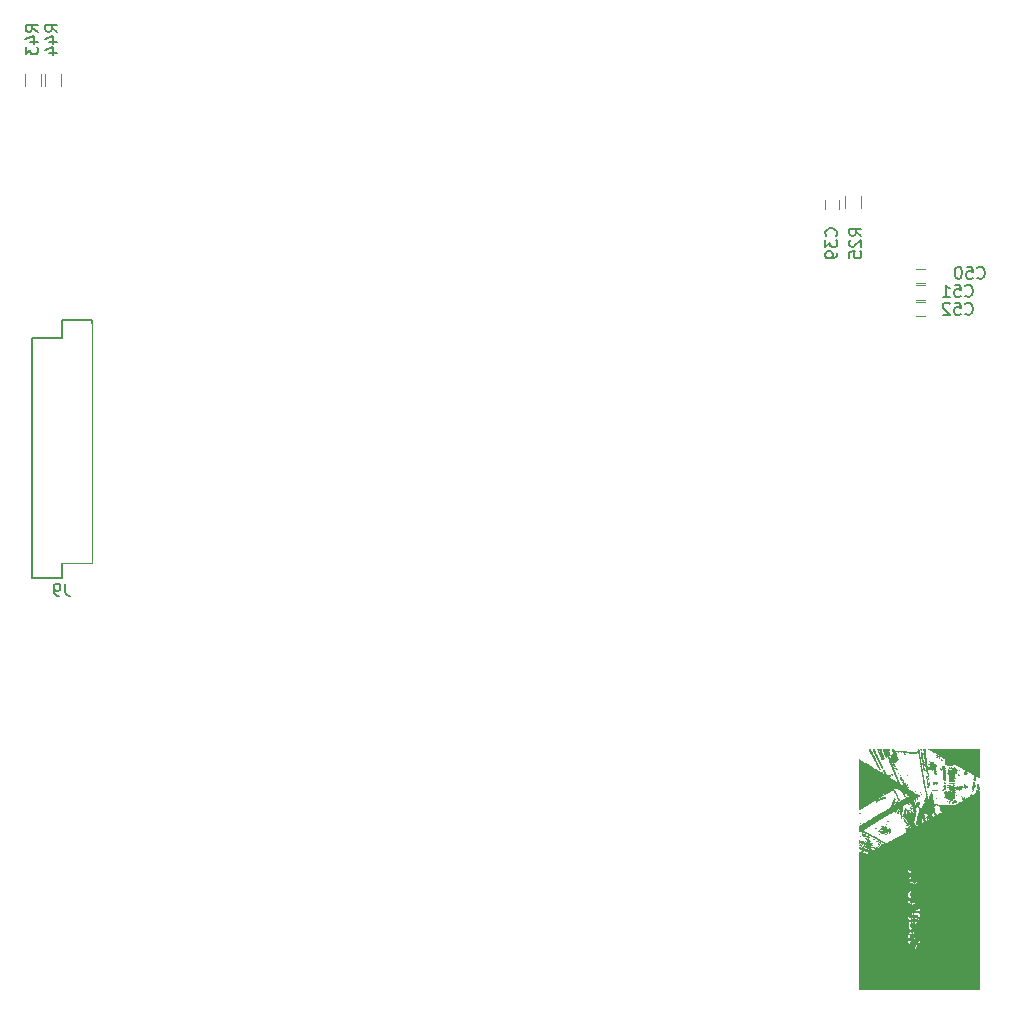
<source format=gbr>
G04 #@! TF.FileFunction,Legend,Bot*
%FSLAX46Y46*%
G04 Gerber Fmt 4.6, Leading zero omitted, Abs format (unit mm)*
G04 Created by KiCad (PCBNEW 4.0.7) date 07/24/18 12:57:13*
%MOMM*%
%LPD*%
G01*
G04 APERTURE LIST*
%ADD10C,0.100000*%
%ADD11C,0.010000*%
%ADD12C,0.150000*%
%ADD13C,0.120000*%
G04 APERTURE END LIST*
D10*
D11*
G36*
X185979779Y-131207321D02*
X186020505Y-131230821D01*
X186080100Y-131264714D01*
X186153213Y-131305945D01*
X186190466Y-131326847D01*
X186277632Y-131375810D01*
X186384774Y-131436205D01*
X186502444Y-131502692D01*
X186621196Y-131569935D01*
X186721870Y-131627075D01*
X186930994Y-131745437D01*
X187114840Y-131848447D01*
X187272222Y-131935447D01*
X187401958Y-132005779D01*
X187420984Y-132015927D01*
X187472939Y-132045903D01*
X187516330Y-132074940D01*
X187531051Y-132086869D01*
X187563900Y-132113216D01*
X187592511Y-132121906D01*
X187604399Y-132122333D01*
X187619260Y-132136116D01*
X187621333Y-132148732D01*
X187629574Y-132166237D01*
X187638337Y-132164622D01*
X187661413Y-132166272D01*
X187700004Y-132181179D01*
X187742290Y-132203185D01*
X187776450Y-132226131D01*
X187790665Y-132243861D01*
X187790666Y-132243984D01*
X187804684Y-132255802D01*
X187820299Y-132257991D01*
X187848079Y-132265886D01*
X187891787Y-132286301D01*
X187943838Y-132314660D01*
X187996649Y-132346390D01*
X188042636Y-132376916D01*
X188074215Y-132401665D01*
X188083801Y-132416062D01*
X188083368Y-132416653D01*
X188085445Y-132421960D01*
X188100216Y-132417749D01*
X188124183Y-132416073D01*
X188129333Y-132423910D01*
X188116061Y-132445342D01*
X188108166Y-132449785D01*
X188096891Y-132457591D01*
X188107167Y-132459663D01*
X188134010Y-132448813D01*
X188137778Y-132444101D01*
X188146147Y-132439596D01*
X188164191Y-132443121D01*
X188195942Y-132456569D01*
X188245432Y-132481835D01*
X188316694Y-132520812D01*
X188396033Y-132565366D01*
X188451676Y-132596811D01*
X188506100Y-132627567D01*
X188550374Y-132652433D01*
X188610124Y-132685799D01*
X188662733Y-132715061D01*
X188723447Y-132749111D01*
X188800701Y-132792928D01*
X188881749Y-132839268D01*
X188918133Y-132860210D01*
X189023609Y-132920449D01*
X189155118Y-132994502D01*
X189308820Y-133080227D01*
X189480876Y-133175481D01*
X189653333Y-133270381D01*
X189700491Y-133296921D01*
X189736002Y-133318093D01*
X189746466Y-133325061D01*
X189774567Y-133343031D01*
X189830280Y-133375098D01*
X189914581Y-133421816D01*
X189974090Y-133454285D01*
X190033424Y-133487056D01*
X190091823Y-133520122D01*
X190110533Y-133530970D01*
X190159110Y-133557491D01*
X190202160Y-133577909D01*
X190207900Y-133580205D01*
X190246000Y-133594695D01*
X190246000Y-131191000D01*
X188101111Y-131191000D01*
X187834720Y-131191048D01*
X187577968Y-131191189D01*
X187332857Y-131191418D01*
X187101395Y-131191728D01*
X186885587Y-131192113D01*
X186687438Y-131192568D01*
X186508954Y-131193086D01*
X186352140Y-131193662D01*
X186219002Y-131194290D01*
X186111545Y-131194963D01*
X186031775Y-131195677D01*
X185981697Y-131196425D01*
X185963317Y-131197202D01*
X185963277Y-131197266D01*
X185979779Y-131207321D01*
X185979779Y-131207321D01*
G37*
X185979779Y-131207321D02*
X186020505Y-131230821D01*
X186080100Y-131264714D01*
X186153213Y-131305945D01*
X186190466Y-131326847D01*
X186277632Y-131375810D01*
X186384774Y-131436205D01*
X186502444Y-131502692D01*
X186621196Y-131569935D01*
X186721870Y-131627075D01*
X186930994Y-131745437D01*
X187114840Y-131848447D01*
X187272222Y-131935447D01*
X187401958Y-132005779D01*
X187420984Y-132015927D01*
X187472939Y-132045903D01*
X187516330Y-132074940D01*
X187531051Y-132086869D01*
X187563900Y-132113216D01*
X187592511Y-132121906D01*
X187604399Y-132122333D01*
X187619260Y-132136116D01*
X187621333Y-132148732D01*
X187629574Y-132166237D01*
X187638337Y-132164622D01*
X187661413Y-132166272D01*
X187700004Y-132181179D01*
X187742290Y-132203185D01*
X187776450Y-132226131D01*
X187790665Y-132243861D01*
X187790666Y-132243984D01*
X187804684Y-132255802D01*
X187820299Y-132257991D01*
X187848079Y-132265886D01*
X187891787Y-132286301D01*
X187943838Y-132314660D01*
X187996649Y-132346390D01*
X188042636Y-132376916D01*
X188074215Y-132401665D01*
X188083801Y-132416062D01*
X188083368Y-132416653D01*
X188085445Y-132421960D01*
X188100216Y-132417749D01*
X188124183Y-132416073D01*
X188129333Y-132423910D01*
X188116061Y-132445342D01*
X188108166Y-132449785D01*
X188096891Y-132457591D01*
X188107167Y-132459663D01*
X188134010Y-132448813D01*
X188137778Y-132444101D01*
X188146147Y-132439596D01*
X188164191Y-132443121D01*
X188195942Y-132456569D01*
X188245432Y-132481835D01*
X188316694Y-132520812D01*
X188396033Y-132565366D01*
X188451676Y-132596811D01*
X188506100Y-132627567D01*
X188550374Y-132652433D01*
X188610124Y-132685799D01*
X188662733Y-132715061D01*
X188723447Y-132749111D01*
X188800701Y-132792928D01*
X188881749Y-132839268D01*
X188918133Y-132860210D01*
X189023609Y-132920449D01*
X189155118Y-132994502D01*
X189308820Y-133080227D01*
X189480876Y-133175481D01*
X189653333Y-133270381D01*
X189700491Y-133296921D01*
X189736002Y-133318093D01*
X189746466Y-133325061D01*
X189774567Y-133343031D01*
X189830280Y-133375098D01*
X189914581Y-133421816D01*
X189974090Y-133454285D01*
X190033424Y-133487056D01*
X190091823Y-133520122D01*
X190110533Y-133530970D01*
X190159110Y-133557491D01*
X190202160Y-133577909D01*
X190207900Y-133580205D01*
X190246000Y-133594695D01*
X190246000Y-131191000D01*
X188101111Y-131191000D01*
X187834720Y-131191048D01*
X187577968Y-131191189D01*
X187332857Y-131191418D01*
X187101395Y-131191728D01*
X186885587Y-131192113D01*
X186687438Y-131192568D01*
X186508954Y-131193086D01*
X186352140Y-131193662D01*
X186219002Y-131194290D01*
X186111545Y-131194963D01*
X186031775Y-131195677D01*
X185981697Y-131196425D01*
X185963317Y-131197202D01*
X185963277Y-131197266D01*
X185979779Y-131207321D01*
G36*
X190237533Y-134442200D02*
X190246000Y-134433733D01*
X190237533Y-134425266D01*
X190229066Y-134433733D01*
X190237533Y-134442200D01*
X190237533Y-134442200D01*
G37*
X190237533Y-134442200D02*
X190246000Y-134433733D01*
X190237533Y-134425266D01*
X190229066Y-134433733D01*
X190237533Y-134442200D01*
G36*
X190237533Y-134476066D02*
X190246000Y-134467599D01*
X190237533Y-134459133D01*
X190229066Y-134467599D01*
X190237533Y-134476066D01*
X190237533Y-134476066D01*
G37*
X190237533Y-134476066D02*
X190246000Y-134467599D01*
X190237533Y-134459133D01*
X190229066Y-134467599D01*
X190237533Y-134476066D01*
G36*
X190246000Y-151511000D02*
X190246000Y-143138466D01*
X190245969Y-142561839D01*
X190245880Y-141998855D01*
X190245733Y-141450359D01*
X190245529Y-140917193D01*
X190245271Y-140400202D01*
X190244960Y-139900231D01*
X190244597Y-139418121D01*
X190244183Y-138954718D01*
X190243721Y-138510866D01*
X190243212Y-138087407D01*
X190242657Y-137685187D01*
X190242058Y-137305048D01*
X190241417Y-136947835D01*
X190240734Y-136614392D01*
X190240012Y-136305561D01*
X190239251Y-136022189D01*
X190238454Y-135765117D01*
X190237622Y-135535190D01*
X190236756Y-135333252D01*
X190235859Y-135160147D01*
X190234930Y-135016718D01*
X190233973Y-134903810D01*
X190232988Y-134822266D01*
X190231977Y-134772930D01*
X190230978Y-134756648D01*
X190219548Y-134761996D01*
X190218278Y-134776815D01*
X190209523Y-134799485D01*
X190189267Y-134800900D01*
X190167922Y-134802999D01*
X190167569Y-134811124D01*
X190161354Y-134828365D01*
X190134605Y-134846123D01*
X190094876Y-134862265D01*
X190081799Y-134859627D01*
X190092247Y-134835560D01*
X190102552Y-134818966D01*
X190118837Y-134791320D01*
X190120267Y-134783717D01*
X190118758Y-134784953D01*
X190096311Y-134786307D01*
X190078224Y-134776486D01*
X190060461Y-134763857D01*
X190065829Y-134773857D01*
X190074506Y-134785099D01*
X190087085Y-134809186D01*
X190078740Y-134814733D01*
X190062087Y-134823408D01*
X190061738Y-134827433D01*
X190060237Y-134874221D01*
X190039145Y-134897582D01*
X190027364Y-134899399D01*
X190002355Y-134889109D01*
X190000669Y-134869766D01*
X190007165Y-134842391D01*
X190009754Y-134835899D01*
X190016483Y-134818208D01*
X190017400Y-134814733D01*
X190025259Y-134786651D01*
X190025755Y-134785099D01*
X190027643Y-134759014D01*
X190033042Y-134734767D01*
X190042963Y-134712828D01*
X190052189Y-134689284D01*
X190040201Y-134687872D01*
X190037547Y-134688843D01*
X190017400Y-134707302D01*
X190017400Y-134763933D01*
X190025866Y-134772399D01*
X190017400Y-134780866D01*
X190008933Y-134772399D01*
X190017400Y-134763933D01*
X190017400Y-134707302D01*
X190015455Y-134709085D01*
X190012747Y-134718095D01*
X190002754Y-134772635D01*
X190000466Y-134778519D01*
X190000466Y-134814733D01*
X190008933Y-134823199D01*
X190000466Y-134831666D01*
X189992000Y-134823199D01*
X190000466Y-134814733D01*
X190000466Y-134778519D01*
X189989677Y-134806266D01*
X189984132Y-134833863D01*
X189984481Y-134876760D01*
X189984540Y-134877454D01*
X189985153Y-134901941D01*
X189978750Y-134921828D01*
X189960331Y-134941704D01*
X189924892Y-134966158D01*
X189867432Y-134999780D01*
X189825520Y-135023344D01*
X189751956Y-135064555D01*
X189683081Y-135103205D01*
X189628080Y-135134136D01*
X189602533Y-135148557D01*
X189564531Y-135169990D01*
X189505173Y-135203355D01*
X189432660Y-135244047D01*
X189357000Y-135286448D01*
X189283712Y-135327695D01*
X189219687Y-135364108D01*
X189171570Y-135391883D01*
X189146002Y-135407215D01*
X189145333Y-135407655D01*
X189108211Y-135428889D01*
X189094533Y-135435302D01*
X189073001Y-135446449D01*
X189027131Y-135471488D01*
X188962017Y-135507554D01*
X188882749Y-135551780D01*
X188794419Y-135601300D01*
X188702121Y-135653247D01*
X188610945Y-135704756D01*
X188525984Y-135752959D01*
X188452330Y-135794992D01*
X188395075Y-135827987D01*
X188359312Y-135849079D01*
X188357933Y-135849920D01*
X188291951Y-135887048D01*
X188229553Y-135916491D01*
X188178452Y-135935094D01*
X188146362Y-135939700D01*
X188142120Y-135938237D01*
X188132182Y-135937784D01*
X188136183Y-135946650D01*
X188139453Y-135963698D01*
X188123673Y-135963247D01*
X188098535Y-135945708D01*
X188097850Y-135945033D01*
X188083013Y-135933594D01*
X188086584Y-135950285D01*
X188087151Y-135951787D01*
X188087853Y-135979493D01*
X188073088Y-135993167D01*
X188053784Y-135983869D01*
X188051687Y-135980793D01*
X188049263Y-135969076D01*
X188063216Y-135975300D01*
X188078211Y-135982153D01*
X188069290Y-135967786D01*
X188066092Y-135963794D01*
X188043564Y-135949889D01*
X188043564Y-135953418D01*
X188044666Y-135955734D01*
X188036199Y-135966709D01*
X188036199Y-136000066D01*
X188044666Y-136008533D01*
X188036199Y-136017000D01*
X188027733Y-136008533D01*
X188036199Y-136000066D01*
X188036199Y-135966709D01*
X188032745Y-135971187D01*
X188027733Y-135974666D01*
X188011902Y-135978981D01*
X188010799Y-135976665D01*
X188022720Y-135961212D01*
X188027733Y-135957733D01*
X188043564Y-135953418D01*
X188043564Y-135949889D01*
X188035403Y-135944851D01*
X187997775Y-135942375D01*
X187968669Y-135956089D01*
X187963003Y-135965655D01*
X187965129Y-135979447D01*
X187978969Y-135974308D01*
X187992824Y-135969284D01*
X187989780Y-135974627D01*
X187988431Y-135997321D01*
X187998246Y-136015441D01*
X188010879Y-136033294D01*
X188000394Y-136027530D01*
X187990940Y-136020244D01*
X187968788Y-136008058D01*
X187959130Y-136023880D01*
X187957073Y-136035823D01*
X187938153Y-136070527D01*
X187898037Y-136103291D01*
X187894471Y-136105334D01*
X187855440Y-136124742D01*
X187831556Y-136126638D01*
X187809475Y-136111823D01*
X187808020Y-136110514D01*
X187774954Y-136092733D01*
X187768215Y-136093382D01*
X187768215Y-136119351D01*
X187791112Y-136125491D01*
X187796311Y-136129888D01*
X187806330Y-136143512D01*
X187789895Y-136146773D01*
X187782199Y-136146822D01*
X187759644Y-136139180D01*
X187756799Y-136132711D01*
X187768215Y-136119351D01*
X187768215Y-136093382D01*
X187747132Y-136095415D01*
X187734577Y-136114778D01*
X187740176Y-136136112D01*
X187754792Y-136168117D01*
X187750488Y-136183479D01*
X187735633Y-136190828D01*
X187720274Y-136184192D01*
X187716668Y-136146952D01*
X187716704Y-136146073D01*
X187719628Y-136091275D01*
X187724628Y-136063174D01*
X187734999Y-136054618D01*
X187754035Y-136058460D01*
X187756693Y-136059299D01*
X187780995Y-136062122D01*
X187780939Y-136045220D01*
X187781351Y-136018979D01*
X187797592Y-136007154D01*
X187817077Y-136018651D01*
X187817512Y-136019340D01*
X187819794Y-136031212D01*
X187810165Y-136027052D01*
X187797650Y-136029518D01*
X187795926Y-136051335D01*
X187803792Y-136080181D01*
X187817406Y-136101312D01*
X187827213Y-136096813D01*
X187832494Y-136061286D01*
X187833263Y-136027748D01*
X187832999Y-135938063D01*
X187816066Y-135938988D01*
X187816066Y-135966200D01*
X187824533Y-135974666D01*
X187816066Y-135983133D01*
X187807599Y-135974666D01*
X187816066Y-135966200D01*
X187816066Y-135938988D01*
X187773733Y-135941304D01*
X187751134Y-135942792D01*
X187751134Y-135950710D01*
X187757059Y-135969022D01*
X187761345Y-135980971D01*
X187773733Y-135966200D01*
X187787237Y-135953089D01*
X187790407Y-135958773D01*
X187779996Y-135983074D01*
X187756140Y-136013807D01*
X187727216Y-136042997D01*
X187714807Y-136045689D01*
X187712938Y-136020707D01*
X187713656Y-136005441D01*
X187721653Y-135974052D01*
X187736743Y-135953629D01*
X187751134Y-135950710D01*
X187751134Y-135942792D01*
X187731331Y-135944096D01*
X187705774Y-135946648D01*
X187704442Y-135946906D01*
X187699754Y-135963624D01*
X187697053Y-136005224D01*
X187696916Y-136062749D01*
X187696934Y-136063566D01*
X187696075Y-136126831D01*
X187691360Y-136179717D01*
X187684444Y-136208904D01*
X187671279Y-136229773D01*
X187655350Y-136226195D01*
X187636919Y-136210513D01*
X187612795Y-136194687D01*
X187604399Y-136200642D01*
X187615834Y-136219135D01*
X187621333Y-136220200D01*
X187637615Y-136233217D01*
X187638266Y-136238132D01*
X187628041Y-136248560D01*
X187622374Y-136246243D01*
X187602459Y-136250578D01*
X187589022Y-136266410D01*
X187575173Y-136283214D01*
X187571048Y-136278836D01*
X187556198Y-136264099D01*
X187532433Y-136258653D01*
X187505990Y-136258071D01*
X187508730Y-136266426D01*
X187528199Y-136281763D01*
X187549046Y-136299765D01*
X187542468Y-136303414D01*
X187533376Y-136301946D01*
X187499304Y-136308945D01*
X187482576Y-136322002D01*
X187466325Y-136339832D01*
X187464104Y-136340942D01*
X187460060Y-136322676D01*
X187450229Y-136301557D01*
X187442211Y-136264465D01*
X187452104Y-136245473D01*
X187460736Y-136228245D01*
X187441460Y-136224491D01*
X187433768Y-136224953D01*
X187400220Y-136239835D01*
X187387805Y-136259295D01*
X187378276Y-136279498D01*
X187365243Y-136268198D01*
X187351967Y-136238891D01*
X187355021Y-136224636D01*
X187365421Y-136227485D01*
X187376891Y-136222201D01*
X187378121Y-136207726D01*
X187388107Y-136182746D01*
X187401199Y-136177895D01*
X187414295Y-136168246D01*
X187407988Y-136164885D01*
X187406991Y-136163902D01*
X187386510Y-136163161D01*
X187374632Y-136170369D01*
X187351228Y-136178467D01*
X187342182Y-136169802D01*
X187344110Y-136156256D01*
X187353374Y-136156280D01*
X187370626Y-136146804D01*
X187372818Y-136127066D01*
X187371950Y-136103525D01*
X187380259Y-136107906D01*
X187393985Y-136126069D01*
X187412574Y-136154873D01*
X187416722Y-136166458D01*
X187420816Y-136163441D01*
X187422859Y-136143619D01*
X187423439Y-136125421D01*
X187428458Y-136131164D01*
X187446913Y-136143388D01*
X187468072Y-136135993D01*
X187498635Y-136127904D01*
X187511755Y-136131895D01*
X187517327Y-136131892D01*
X187513102Y-136123027D01*
X187511947Y-136108853D01*
X187525135Y-136111300D01*
X187548623Y-136106446D01*
X187563438Y-136081866D01*
X187562065Y-136051683D01*
X187559505Y-136046722D01*
X187559050Y-136036782D01*
X187567916Y-136040783D01*
X187585332Y-136041736D01*
X187587466Y-136034932D01*
X187600031Y-136017692D01*
X187604790Y-136017000D01*
X187608597Y-136028969D01*
X187595047Y-136058253D01*
X187592090Y-136062911D01*
X187577273Y-136090132D01*
X187579626Y-136097756D01*
X187582032Y-136096521D01*
X187595428Y-136097911D01*
X187596367Y-136128354D01*
X187595745Y-136133628D01*
X187596222Y-136170016D01*
X187611753Y-136179727D01*
X187613389Y-136179532D01*
X187639339Y-136170884D01*
X187652134Y-136159144D01*
X187643363Y-136152529D01*
X187641088Y-136152466D01*
X187622456Y-136140481D01*
X187621333Y-136134533D01*
X187632276Y-136125420D01*
X187642499Y-136129317D01*
X187651470Y-136130206D01*
X187639355Y-136112093D01*
X187623738Y-136087065D01*
X187632669Y-136071302D01*
X187639355Y-136066768D01*
X187651891Y-136053820D01*
X187643472Y-136051125D01*
X187629867Y-136037290D01*
X187629731Y-136017356D01*
X187627005Y-135984790D01*
X187617676Y-135972406D01*
X187612866Y-135972012D01*
X187612866Y-136050866D01*
X187621333Y-136059333D01*
X187612866Y-136067800D01*
X187612866Y-136101666D01*
X187621333Y-136110133D01*
X187612866Y-136118600D01*
X187604399Y-136110133D01*
X187612866Y-136101666D01*
X187612866Y-136067800D01*
X187604399Y-136059333D01*
X187612866Y-136050866D01*
X187612866Y-135972012D01*
X187607051Y-135971534D01*
X187610153Y-135978742D01*
X187606776Y-135998597D01*
X187593950Y-136006951D01*
X187574612Y-136008195D01*
X187576583Y-135991792D01*
X187577030Y-135969870D01*
X187570001Y-135966200D01*
X187556673Y-135980387D01*
X187553599Y-136000066D01*
X187546728Y-136027586D01*
X187537513Y-136033723D01*
X187537513Y-136053406D01*
X187551959Y-136058732D01*
X187551060Y-136066953D01*
X187536813Y-136085123D01*
X187532010Y-136086003D01*
X187518826Y-136074956D01*
X187528370Y-136058019D01*
X187537513Y-136053406D01*
X187537513Y-136033723D01*
X187537198Y-136033933D01*
X187527347Y-136021747D01*
X187529502Y-136011246D01*
X187525292Y-135983109D01*
X187512037Y-135966839D01*
X187490358Y-135955187D01*
X187485866Y-135964126D01*
X187497578Y-135982203D01*
X187502799Y-135983133D01*
X187518948Y-135996249D01*
X187519733Y-136001878D01*
X187507360Y-136012576D01*
X187490099Y-136008720D01*
X187444976Y-135991927D01*
X187429288Y-135989496D01*
X187443570Y-136001453D01*
X187451999Y-136006763D01*
X187475285Y-136024797D01*
X187474253Y-136033262D01*
X187473166Y-136033333D01*
X187453502Y-136046712D01*
X187451999Y-136054253D01*
X187456998Y-136066034D01*
X187472319Y-136054253D01*
X187496951Y-136036791D01*
X187512293Y-136036154D01*
X187508839Y-136051643D01*
X187505020Y-136056658D01*
X187494955Y-136082712D01*
X187498713Y-136093222D01*
X187496598Y-136099889D01*
X187480753Y-136096091D01*
X187459917Y-136093522D01*
X187460618Y-136101911D01*
X187455563Y-136112871D01*
X187432758Y-136112866D01*
X187399573Y-136099622D01*
X187387197Y-136085058D01*
X187389947Y-136071499D01*
X187397833Y-136074185D01*
X187419903Y-136075830D01*
X187424256Y-136071591D01*
X187417589Y-136059502D01*
X187400026Y-136055434D01*
X187372526Y-136064655D01*
X187367333Y-136080141D01*
X187363609Y-136100099D01*
X187355135Y-136094547D01*
X187345958Y-136070678D01*
X187340124Y-136035686D01*
X187339851Y-136031286D01*
X187331898Y-135986077D01*
X187316443Y-135959801D01*
X187298150Y-135958492D01*
X187290428Y-135967340D01*
X187286991Y-135980432D01*
X187296983Y-135976283D01*
X187313943Y-135977707D01*
X187316533Y-135989189D01*
X187309137Y-136016016D01*
X187303833Y-136021280D01*
X187304260Y-136024735D01*
X187312509Y-136023142D01*
X187326665Y-136030366D01*
X187323949Y-136057489D01*
X187324566Y-136093831D01*
X187340673Y-136107306D01*
X187363909Y-136126211D01*
X187367333Y-136137075D01*
X187358740Y-136146240D01*
X187337699Y-136133931D01*
X187319625Y-136121918D01*
X187320619Y-136126066D01*
X187322069Y-136149592D01*
X187313520Y-136164564D01*
X187302678Y-136182455D01*
X187315783Y-136183055D01*
X187340118Y-136191445D01*
X187346246Y-136201390D01*
X187345772Y-136216344D01*
X187333047Y-136211474D01*
X187319158Y-136207418D01*
X187322489Y-136216137D01*
X187320469Y-136237347D01*
X187312405Y-136242816D01*
X187306235Y-136250294D01*
X187320766Y-136252729D01*
X187347231Y-136262279D01*
X187343475Y-136285501D01*
X187330080Y-136301479D01*
X187318533Y-136318216D01*
X187331079Y-136321800D01*
X187343506Y-136332268D01*
X187340316Y-136341349D01*
X187338331Y-136352992D01*
X187347044Y-136349274D01*
X187358004Y-136325985D01*
X187355249Y-136310013D01*
X187353158Y-136291347D01*
X187364455Y-136294621D01*
X187382075Y-136320634D01*
X187384266Y-136334652D01*
X187388626Y-136352649D01*
X187405291Y-136341414D01*
X187417451Y-136320372D01*
X187406185Y-136307947D01*
X187395408Y-136285656D01*
X187401834Y-136270553D01*
X187411093Y-136257214D01*
X187416587Y-136258672D01*
X187420404Y-136280990D01*
X187424629Y-136330229D01*
X187425302Y-136338733D01*
X187412611Y-136360165D01*
X187378040Y-136390057D01*
X187330480Y-136422720D01*
X187278820Y-136452463D01*
X187231948Y-136473597D01*
X187203858Y-136480481D01*
X187178081Y-136486635D01*
X187174634Y-136494412D01*
X187165326Y-136508441D01*
X187133705Y-136532312D01*
X187101043Y-136552426D01*
X187045226Y-136584634D01*
X186974989Y-136625526D01*
X186905051Y-136666528D01*
X186901666Y-136668521D01*
X186837188Y-136705603D01*
X186765628Y-136745323D01*
X186693563Y-136784208D01*
X186627572Y-136818790D01*
X186574230Y-136845597D01*
X186540115Y-136861158D01*
X186531862Y-136863666D01*
X186527079Y-136849801D01*
X186529133Y-136829800D01*
X186527768Y-136802624D01*
X186519363Y-136795933D01*
X186509676Y-136809984D01*
X186510532Y-136837083D01*
X186510489Y-136861571D01*
X186496472Y-136883802D01*
X186462712Y-136910010D01*
X186416517Y-136938683D01*
X186359099Y-136972569D01*
X186323558Y-136991003D01*
X186302559Y-136995677D01*
X186288772Y-136988279D01*
X186275384Y-136971213D01*
X186260237Y-136954291D01*
X186256225Y-136966927D01*
X186256584Y-136981562D01*
X186244336Y-137018256D01*
X186203354Y-137049585D01*
X186160722Y-137074236D01*
X186129369Y-137094962D01*
X186127154Y-137096699D01*
X186109735Y-137109077D01*
X186082438Y-137125973D01*
X186082438Y-142066105D01*
X186105327Y-142074685D01*
X186123208Y-142096602D01*
X186126441Y-142114368D01*
X186117804Y-142141187D01*
X186108851Y-142146866D01*
X186100521Y-142134445D01*
X186103248Y-142122008D01*
X186101676Y-142093898D01*
X186093977Y-142085525D01*
X186083010Y-142084306D01*
X186086063Y-142091531D01*
X186088636Y-142112771D01*
X186064938Y-142128314D01*
X186045533Y-142132188D01*
X186045533Y-142485533D01*
X186061611Y-142499159D01*
X186063466Y-142509933D01*
X186074970Y-142539538D01*
X186082214Y-142545921D01*
X186093834Y-142544565D01*
X186089853Y-142522510D01*
X186087344Y-142495856D01*
X186108555Y-142489808D01*
X186112158Y-142490030D01*
X186135399Y-142498012D01*
X186130129Y-142521399D01*
X186130054Y-142521540D01*
X186122728Y-142548401D01*
X186127101Y-142557592D01*
X186126595Y-142561043D01*
X186118500Y-142559489D01*
X186099269Y-142562184D01*
X186101580Y-142577420D01*
X186123345Y-142593476D01*
X186124640Y-142593988D01*
X186142473Y-142607315D01*
X186139666Y-142612823D01*
X186139666Y-142688733D01*
X186148133Y-142697200D01*
X186139666Y-142705666D01*
X186131200Y-142697200D01*
X186139666Y-142688733D01*
X186139666Y-142612823D01*
X186131166Y-142629506D01*
X186131033Y-142629667D01*
X186118765Y-142649786D01*
X186132216Y-142654866D01*
X186132363Y-142654866D01*
X186139146Y-142662235D01*
X186121843Y-142678823D01*
X186092408Y-142693026D01*
X186077167Y-142683503D01*
X186077850Y-142658811D01*
X186085527Y-142651080D01*
X186095322Y-142635596D01*
X186080400Y-142621259D01*
X186066987Y-142607399D01*
X186075635Y-142604325D01*
X186089259Y-142594641D01*
X186083367Y-142574135D01*
X186063584Y-142554675D01*
X186049324Y-142548827D01*
X186010983Y-142549151D01*
X185983632Y-142555683D01*
X185947643Y-142559224D01*
X185934449Y-142550003D01*
X185932944Y-142539259D01*
X185944933Y-142544800D01*
X185959071Y-142549304D01*
X185954335Y-142537846D01*
X185937897Y-142527463D01*
X185911770Y-142544163D01*
X185911764Y-142544168D01*
X185888314Y-142560790D01*
X185870426Y-142553045D01*
X185854531Y-142532571D01*
X185848226Y-142525233D01*
X185848226Y-142560893D01*
X185856421Y-142565390D01*
X185858928Y-142569111D01*
X185878587Y-142584143D01*
X185897680Y-142574282D01*
X185915755Y-142565764D01*
X185920734Y-142586643D01*
X185920742Y-142588490D01*
X185912299Y-142612721D01*
X185898971Y-142613484D01*
X185878989Y-142610327D01*
X185886553Y-142626634D01*
X185902769Y-142644150D01*
X185918553Y-142663413D01*
X185905979Y-142667810D01*
X185894303Y-142667156D01*
X185866038Y-142657655D01*
X185859008Y-142647029D01*
X185855349Y-142617761D01*
X185850494Y-142587133D01*
X185848226Y-142560893D01*
X185848226Y-142525233D01*
X185838071Y-142513412D01*
X185835542Y-142519526D01*
X185835947Y-142520811D01*
X185835800Y-142522044D01*
X185835800Y-142963562D01*
X185851226Y-142963925D01*
X185909964Y-142967211D01*
X185951463Y-142972728D01*
X185968086Y-142979387D01*
X185967859Y-142980602D01*
X185946936Y-142988115D01*
X185919484Y-142986510D01*
X185891002Y-142985621D01*
X185887960Y-143001357D01*
X185889807Y-143006685D01*
X185901166Y-143021541D01*
X185906801Y-143014795D01*
X185925146Y-143002170D01*
X185935377Y-143003925D01*
X185964763Y-143000661D01*
X185980849Y-142989855D01*
X186023775Y-142970237D01*
X186067700Y-142976137D01*
X186095232Y-142982183D01*
X186101566Y-142982950D01*
X186121282Y-142997508D01*
X186122733Y-143004822D01*
X186132484Y-143033787D01*
X186135433Y-143037277D01*
X186147041Y-143054567D01*
X186131900Y-143069277D01*
X186128583Y-143071350D01*
X186116905Y-143073336D01*
X186120393Y-143065053D01*
X186120259Y-143041514D01*
X186114542Y-143036037D01*
X186100822Y-143040878D01*
X186097333Y-143058856D01*
X186106658Y-143089686D01*
X186118500Y-143099435D01*
X186131174Y-143110568D01*
X186118646Y-143132037D01*
X186112654Y-143145688D01*
X186112654Y-143465828D01*
X186132597Y-143466180D01*
X186132611Y-143466182D01*
X186141738Y-143481299D01*
X186141036Y-143510001D01*
X186131564Y-143533803D01*
X186128593Y-143536427D01*
X186104771Y-143541113D01*
X186058881Y-143543042D01*
X186021088Y-143542444D01*
X185966690Y-143542099D01*
X185938354Y-143547658D01*
X185928492Y-143561177D01*
X185928000Y-143567664D01*
X185918315Y-143602971D01*
X185910425Y-143613934D01*
X185910464Y-143625652D01*
X185941564Y-143631295D01*
X185965458Y-143631993D01*
X186044133Y-143632920D01*
X186094993Y-143635427D01*
X186124092Y-143640998D01*
X186137481Y-143651115D01*
X186141213Y-143667262D01*
X186141358Y-143675100D01*
X186140368Y-143689815D01*
X186134010Y-143700154D01*
X186117199Y-143706892D01*
X186084852Y-143710808D01*
X186077006Y-143711084D01*
X186077006Y-143976837D01*
X186080140Y-143990178D01*
X186092348Y-144005555D01*
X186104144Y-144004045D01*
X186132537Y-144001600D01*
X186142348Y-144026474D01*
X186142488Y-144032437D01*
X186127371Y-144049132D01*
X186081435Y-144053637D01*
X186080151Y-144053604D01*
X186030394Y-144046113D01*
X185991899Y-144030142D01*
X185989122Y-144028030D01*
X185961645Y-144013304D01*
X185939982Y-144024800D01*
X185929497Y-144038940D01*
X185947138Y-144034902D01*
X185947453Y-144034782D01*
X185976174Y-144033680D01*
X185985641Y-144040770D01*
X185976765Y-144050146D01*
X185938543Y-144054487D01*
X185901253Y-144054329D01*
X185848398Y-144054370D01*
X185811288Y-144057678D01*
X185800150Y-144061707D01*
X185811581Y-144070665D01*
X185847799Y-144083334D01*
X185890485Y-144094444D01*
X185945571Y-144107959D01*
X185987461Y-144119732D01*
X186003483Y-144125581D01*
X186031962Y-144134193D01*
X186060886Y-144138803D01*
X186114942Y-144149014D01*
X186141150Y-144167533D01*
X186145278Y-144198549D01*
X186145087Y-144199957D01*
X186141763Y-144215093D01*
X186133251Y-144225585D01*
X186114185Y-144232283D01*
X186079199Y-144236038D01*
X186022927Y-144237700D01*
X185940003Y-144238121D01*
X185904306Y-144238133D01*
X185862027Y-144237571D01*
X185862027Y-144502910D01*
X185884995Y-144503120D01*
X185969428Y-144504927D01*
X186027478Y-144509126D01*
X186066609Y-144516887D01*
X186094282Y-144529382D01*
X186106260Y-144537854D01*
X186136761Y-144579798D01*
X186149381Y-144634467D01*
X186141222Y-144685905D01*
X186135174Y-144697031D01*
X186102543Y-144725865D01*
X186047794Y-144744256D01*
X185966720Y-144753261D01*
X185965311Y-144753291D01*
X185965311Y-145014794D01*
X186041212Y-145015497D01*
X186098532Y-145017017D01*
X186130902Y-145019226D01*
X186135433Y-145020271D01*
X186142208Y-145039759D01*
X186146815Y-145082890D01*
X186148133Y-145128132D01*
X186147215Y-145184096D01*
X186142222Y-145214190D01*
X186129790Y-145226406D01*
X186106556Y-145228732D01*
X186105800Y-145228733D01*
X186078280Y-145224912D01*
X186066222Y-145207043D01*
X186063470Y-145165517D01*
X186063466Y-145162641D01*
X186063466Y-145096550D01*
X185885666Y-145099436D01*
X185885666Y-145465799D01*
X185894133Y-145474266D01*
X185885666Y-145482733D01*
X185877200Y-145474266D01*
X185885666Y-145465799D01*
X185885666Y-145099436D01*
X185859425Y-145099863D01*
X185778151Y-145100377D01*
X185778151Y-145474055D01*
X185828233Y-145477185D01*
X185864928Y-145484355D01*
X185871796Y-145487414D01*
X185895237Y-145490238D01*
X185901254Y-145484911D01*
X185924492Y-145475166D01*
X185968496Y-145474108D01*
X186021717Y-145480282D01*
X186072609Y-145492229D01*
X186109625Y-145508494D01*
X186113881Y-145511732D01*
X186140246Y-145549077D01*
X186148133Y-145581703D01*
X186145203Y-145609600D01*
X186131132Y-145608513D01*
X186118500Y-145599398D01*
X186099099Y-145585113D01*
X186101817Y-145591345D01*
X186118637Y-145611509D01*
X186138142Y-145638677D01*
X186133727Y-145658149D01*
X186113711Y-145677968D01*
X186090864Y-145693088D01*
X186057514Y-145703073D01*
X186006457Y-145709153D01*
X185951869Y-145711598D01*
X185951869Y-145979020D01*
X186012939Y-145982170D01*
X186046549Y-145990554D01*
X186055774Y-146004693D01*
X186052761Y-146013119D01*
X186048763Y-146024563D01*
X186063045Y-146013223D01*
X186093620Y-146000922D01*
X186121247Y-146010928D01*
X186131200Y-146034036D01*
X186118344Y-146061025D01*
X186101566Y-146075837D01*
X186082847Y-146089186D01*
X186092929Y-146088387D01*
X186099911Y-146086311D01*
X186133920Y-146086162D01*
X186147710Y-146107892D01*
X186139243Y-146144810D01*
X186124900Y-146168433D01*
X186103461Y-146186770D01*
X186066858Y-146197863D01*
X186006940Y-146203826D01*
X185984518Y-146204880D01*
X185867370Y-146209553D01*
X185863549Y-146159410D01*
X185865433Y-146123126D01*
X185882574Y-146110063D01*
X185893864Y-146109266D01*
X185921526Y-146116307D01*
X185928000Y-146126199D01*
X185941677Y-146141310D01*
X185952868Y-146143133D01*
X185970017Y-146154298D01*
X185967523Y-146172766D01*
X185962385Y-146191637D01*
X185971618Y-146183803D01*
X185981783Y-146171050D01*
X186015120Y-146147949D01*
X186061962Y-146135331D01*
X186063752Y-146135177D01*
X186104326Y-146127039D01*
X186126850Y-146113193D01*
X186127639Y-146111482D01*
X186121679Y-146099776D01*
X186106204Y-146102987D01*
X186079822Y-146100546D01*
X186070058Y-146081832D01*
X186063137Y-146067389D01*
X186047263Y-146058189D01*
X186016105Y-146053166D01*
X185963332Y-146051254D01*
X185889035Y-146051336D01*
X185811040Y-146052358D01*
X185760608Y-146054876D01*
X185731436Y-146060244D01*
X185717219Y-146069816D01*
X185711655Y-146084948D01*
X185710898Y-146089619D01*
X185714068Y-146117584D01*
X185739885Y-146132791D01*
X185757464Y-146136966D01*
X185798091Y-146153512D01*
X185809466Y-146179116D01*
X185802734Y-146200317D01*
X185776861Y-146209449D01*
X185769120Y-146209780D01*
X185769120Y-146482374D01*
X185862158Y-146482728D01*
X185874153Y-146482818D01*
X185962392Y-146483866D01*
X186038101Y-146485463D01*
X186095058Y-146487424D01*
X186127039Y-146489562D01*
X186131558Y-146490488D01*
X186139408Y-146510017D01*
X186140876Y-146527957D01*
X186138650Y-146540260D01*
X186128617Y-146548968D01*
X186105739Y-146554755D01*
X186064979Y-146558297D01*
X186031440Y-146559334D01*
X186031440Y-146839919D01*
X186088433Y-146841021D01*
X186120308Y-146843161D01*
X186123871Y-146843960D01*
X186133702Y-146863639D01*
X186137397Y-146904841D01*
X186135595Y-146955905D01*
X186128933Y-147005172D01*
X186118049Y-147040981D01*
X186112656Y-147048925D01*
X186091820Y-147053301D01*
X186080588Y-147040905D01*
X186076350Y-147012853D01*
X186085527Y-147003206D01*
X186096611Y-146992182D01*
X186084633Y-146990059D01*
X186068415Y-146975453D01*
X186063466Y-146949687D01*
X186059145Y-146922570D01*
X186039470Y-146913911D01*
X186015117Y-146915408D01*
X186015117Y-147311085D01*
X186055566Y-147314044D01*
X186097525Y-147333327D01*
X186129783Y-147365115D01*
X186137010Y-147379266D01*
X186141564Y-147417396D01*
X186136319Y-147465949D01*
X186123936Y-147507348D01*
X186115700Y-147520072D01*
X186085339Y-147531789D01*
X186029742Y-147536283D01*
X185970333Y-147533991D01*
X185939876Y-147521410D01*
X185896801Y-147491831D01*
X185863764Y-147463722D01*
X185809065Y-147421706D01*
X185758664Y-147398558D01*
X185719339Y-147396536D01*
X185701516Y-147409708D01*
X185702385Y-147435614D01*
X185728684Y-147460731D01*
X185745966Y-147468870D01*
X185770310Y-147492839D01*
X185775600Y-147514533D01*
X185769345Y-147539086D01*
X185744248Y-147543191D01*
X185731189Y-147541209D01*
X185671474Y-147517792D01*
X185638823Y-147474028D01*
X185632243Y-147421139D01*
X185647529Y-147362300D01*
X185687092Y-147326344D01*
X185752056Y-147312329D01*
X185762186Y-147312071D01*
X185805225Y-147316796D01*
X185844208Y-147335774D01*
X185890731Y-147374953D01*
X185897653Y-147381566D01*
X185936675Y-147423354D01*
X185952818Y-147450613D01*
X185949166Y-147459177D01*
X185929492Y-147477343D01*
X185928000Y-147484351D01*
X185938111Y-147490053D01*
X185954775Y-147479725D01*
X185984505Y-147466261D01*
X186013256Y-147477305D01*
X186043961Y-147486519D01*
X186063366Y-147466451D01*
X186072852Y-147423218D01*
X186079007Y-147384756D01*
X186082937Y-147368260D01*
X186080291Y-147348973D01*
X186076166Y-147347093D01*
X186074707Y-147348173D01*
X186080400Y-147353866D01*
X186071933Y-147362333D01*
X186064978Y-147355378D01*
X186064843Y-147355478D01*
X186064912Y-147356206D01*
X186053633Y-147374333D01*
X186038066Y-147381625D01*
X186038066Y-147463933D01*
X186046533Y-147472399D01*
X186038066Y-147480866D01*
X186029600Y-147472399D01*
X186038066Y-147463933D01*
X186038066Y-147381625D01*
X186027645Y-147386507D01*
X186008419Y-147385108D01*
X186005803Y-147367107D01*
X186016077Y-147349188D01*
X186028916Y-147329952D01*
X186015844Y-147330590D01*
X186007553Y-147333568D01*
X185986691Y-147336585D01*
X185987386Y-147328272D01*
X186015117Y-147311085D01*
X186015117Y-146915408D01*
X186008433Y-146915819D01*
X185953759Y-146924306D01*
X185926059Y-146937164D01*
X185918446Y-146959473D01*
X185920822Y-146980434D01*
X185921795Y-147012135D01*
X185902276Y-147022891D01*
X185884075Y-147023666D01*
X185853065Y-147019566D01*
X185844276Y-147000242D01*
X185846727Y-146974351D01*
X185848081Y-146939892D01*
X185832113Y-146924554D01*
X185799700Y-146918701D01*
X185746974Y-146916160D01*
X185719287Y-146928487D01*
X185708947Y-146961854D01*
X185707866Y-146992388D01*
X185705696Y-147035522D01*
X185695704Y-147053474D01*
X185672668Y-147054829D01*
X185670099Y-147054477D01*
X185649068Y-147048297D01*
X185637856Y-147031913D01*
X185633603Y-146996999D01*
X185633310Y-146947466D01*
X185634289Y-146845866D01*
X185869229Y-146841133D01*
X185956112Y-146839931D01*
X186031440Y-146839919D01*
X186031440Y-146559334D01*
X186001302Y-146560267D01*
X185909671Y-146561340D01*
X185890504Y-146561485D01*
X185802660Y-146561412D01*
X185728110Y-146559999D01*
X185672788Y-146557465D01*
X185642629Y-146554029D01*
X185638837Y-146552184D01*
X185634863Y-146527615D01*
X185631803Y-146510986D01*
X185631937Y-146499309D01*
X185640819Y-146491180D01*
X185663367Y-146486029D01*
X185704495Y-146483284D01*
X185769120Y-146482374D01*
X185769120Y-146209780D01*
X185743806Y-146210866D01*
X185686422Y-146203000D01*
X185651504Y-146175172D01*
X185631527Y-146121036D01*
X185630307Y-146115170D01*
X185630562Y-146066687D01*
X185646953Y-146042899D01*
X185664710Y-146018716D01*
X185664347Y-146005748D01*
X185661524Y-145998173D01*
X185667548Y-145992792D01*
X185687663Y-145988931D01*
X185727113Y-145985916D01*
X185791143Y-145983073D01*
X185860266Y-145980587D01*
X185951869Y-145979020D01*
X185951869Y-145711598D01*
X185930495Y-145712556D01*
X185907611Y-145713114D01*
X185830482Y-145713251D01*
X185762478Y-145710573D01*
X185713099Y-145705592D01*
X185696333Y-145701700D01*
X185663989Y-145678705D01*
X185640323Y-145643871D01*
X185630641Y-145608607D01*
X185640244Y-145584317D01*
X185641393Y-145583554D01*
X185650350Y-145570625D01*
X185638048Y-145563882D01*
X185629875Y-145551294D01*
X185648837Y-145525511D01*
X185659850Y-145514882D01*
X185705663Y-145484619D01*
X185763116Y-145474233D01*
X185778151Y-145474055D01*
X185778151Y-145100377D01*
X185766269Y-145100453D01*
X185701892Y-145097835D01*
X185661260Y-145090746D01*
X185639341Y-145077924D01*
X185631103Y-145058106D01*
X185630627Y-145042466D01*
X185635924Y-145032314D01*
X185654030Y-145025070D01*
X185689715Y-145020204D01*
X185747749Y-145017185D01*
X185832901Y-145015482D01*
X185877200Y-145015038D01*
X185965311Y-145014794D01*
X185965311Y-144753291D01*
X185905829Y-144754599D01*
X185807558Y-144753026D01*
X185737569Y-144747450D01*
X185690390Y-144736589D01*
X185660545Y-144719161D01*
X185642560Y-144693883D01*
X185642062Y-144692805D01*
X185624557Y-144630102D01*
X185636936Y-144577651D01*
X185664402Y-144542525D01*
X185685012Y-144524123D01*
X185707570Y-144512302D01*
X185739586Y-144505720D01*
X185788568Y-144503037D01*
X185862027Y-144502910D01*
X185862027Y-144237571D01*
X185792301Y-144236644D01*
X185711262Y-144231780D01*
X185658401Y-144222943D01*
X185630932Y-144209537D01*
X185626067Y-144190965D01*
X185631196Y-144179627D01*
X185645875Y-144167507D01*
X185658924Y-144181292D01*
X185671361Y-144192891D01*
X185673740Y-144184598D01*
X185686281Y-144169387D01*
X185716791Y-144173851D01*
X185736329Y-144183852D01*
X185760140Y-144185875D01*
X185766319Y-144180183D01*
X185790165Y-144169832D01*
X185829035Y-144175781D01*
X185869685Y-144195682D01*
X185874694Y-144199393D01*
X185893389Y-144212738D01*
X185888154Y-144202804D01*
X185881580Y-144194241D01*
X185869987Y-144164061D01*
X185885844Y-144146558D01*
X185897954Y-144145000D01*
X185905736Y-144155381D01*
X185903323Y-144160763D01*
X185905089Y-144182660D01*
X185909303Y-144186243D01*
X185920789Y-144184165D01*
X185918765Y-144162033D01*
X185904240Y-144130492D01*
X185888174Y-144117210D01*
X185877781Y-144127125D01*
X185861072Y-144135881D01*
X185824490Y-144133893D01*
X185762404Y-144120769D01*
X185752788Y-144118380D01*
X185750200Y-144117692D01*
X185750200Y-144161933D01*
X185758666Y-144170400D01*
X185750200Y-144178866D01*
X185741733Y-144170400D01*
X185750200Y-144161933D01*
X185750200Y-144117692D01*
X185693335Y-144102556D01*
X185659887Y-144089396D01*
X185645435Y-144074013D01*
X185642972Y-144051516D01*
X185643559Y-144042175D01*
X185649411Y-144010460D01*
X185662449Y-144007765D01*
X185669457Y-144012789D01*
X185685222Y-144021983D01*
X185682663Y-144007695D01*
X185684371Y-143994278D01*
X185706672Y-143987693D01*
X185755417Y-143986570D01*
X185771175Y-143986945D01*
X185840500Y-143989080D01*
X185882073Y-143991414D01*
X185901990Y-143995215D01*
X185906348Y-144001747D01*
X185901245Y-144012277D01*
X185900348Y-144013766D01*
X185897991Y-144024078D01*
X185916192Y-144011768D01*
X185954436Y-143996552D01*
X185978709Y-143997482D01*
X186005739Y-143998069D01*
X186012666Y-143990015D01*
X186023033Y-143981175D01*
X186028860Y-143983676D01*
X186038085Y-144005704D01*
X186035515Y-144018542D01*
X186037023Y-144039931D01*
X186045721Y-144043400D01*
X186058798Y-144034973D01*
X186057116Y-144029891D01*
X186057716Y-144005777D01*
X186064324Y-143991791D01*
X186077006Y-143976837D01*
X186077006Y-143711084D01*
X186031883Y-143712678D01*
X185953208Y-143713278D01*
X185890990Y-143713353D01*
X185786261Y-143712644D01*
X185711558Y-143709790D01*
X185663065Y-143703928D01*
X185636965Y-143694190D01*
X185629444Y-143679712D01*
X185636684Y-143659627D01*
X185638764Y-143656147D01*
X185664217Y-143641077D01*
X185710185Y-143631801D01*
X185763622Y-143629565D01*
X185811483Y-143635618D01*
X185821356Y-143638685D01*
X185847891Y-143644810D01*
X185850627Y-143631915D01*
X185849177Y-143627806D01*
X185851293Y-143606558D01*
X185860528Y-143603133D01*
X185872549Y-143596848D01*
X185862486Y-143580408D01*
X185851249Y-143556210D01*
X185853732Y-143547578D01*
X185844330Y-143542178D01*
X185809464Y-143538871D01*
X185773152Y-143538327D01*
X185709015Y-143538568D01*
X185671398Y-143536393D01*
X185652958Y-143529711D01*
X185646350Y-143516433D01*
X185644810Y-143501811D01*
X185652479Y-143475144D01*
X185679306Y-143469287D01*
X185710361Y-143469476D01*
X185767047Y-143469194D01*
X185841136Y-143468500D01*
X185919533Y-143467524D01*
X185999148Y-143466544D01*
X186065847Y-143465964D01*
X186112654Y-143465828D01*
X186112654Y-143145688D01*
X186106789Y-143159051D01*
X186110180Y-143171372D01*
X186110370Y-143177127D01*
X186100824Y-143172590D01*
X186070980Y-143171406D01*
X186054258Y-143180415D01*
X186034687Y-143191373D01*
X186029605Y-143174188D01*
X186029600Y-143172875D01*
X186041027Y-143143892D01*
X186051431Y-143136492D01*
X186068389Y-143115188D01*
X186076993Y-143079171D01*
X186080722Y-143030227D01*
X186022164Y-143031757D01*
X186022164Y-143117366D01*
X186020850Y-143130096D01*
X186014544Y-143142425D01*
X186004271Y-143172229D01*
X186006347Y-143184769D01*
X186001114Y-143190635D01*
X185985992Y-143189821D01*
X185958355Y-143171606D01*
X185951844Y-143155674D01*
X185952354Y-143135218D01*
X185956897Y-143135319D01*
X185977291Y-143135875D01*
X185999241Y-143127122D01*
X186022164Y-143117366D01*
X186022164Y-143031757D01*
X185910610Y-143034674D01*
X185830102Y-143035870D01*
X185776957Y-143033909D01*
X185744758Y-143028017D01*
X185727086Y-143017422D01*
X185722904Y-143012093D01*
X185710343Y-142994826D01*
X185712325Y-143007496D01*
X185714523Y-143014700D01*
X185715363Y-143039228D01*
X185708334Y-143044333D01*
X185685765Y-143033067D01*
X185686093Y-143006969D01*
X185700061Y-142986823D01*
X185725204Y-142972125D01*
X185768031Y-142964737D01*
X185835800Y-142963562D01*
X185835800Y-142522044D01*
X185833147Y-142544315D01*
X185822895Y-142549084D01*
X185817933Y-142549805D01*
X185817933Y-142553266D01*
X185826400Y-142561733D01*
X185817933Y-142570200D01*
X185809466Y-142561733D01*
X185817933Y-142553266D01*
X185817933Y-142549805D01*
X185788447Y-142554096D01*
X185767133Y-142558580D01*
X185740653Y-142557133D01*
X185731140Y-142530434D01*
X185730829Y-142526157D01*
X185731377Y-142504929D01*
X185741080Y-142492984D01*
X185767204Y-142487864D01*
X185817016Y-142487108D01*
X185845129Y-142487477D01*
X185903063Y-142490359D01*
X185944839Y-142496253D01*
X185961823Y-142503913D01*
X185961866Y-142504326D01*
X185975850Y-142516989D01*
X185991500Y-142519140D01*
X186011108Y-142516344D01*
X185998977Y-142504587D01*
X185995733Y-142502466D01*
X185982540Y-142488957D01*
X185988113Y-142485792D01*
X186014687Y-142496019D01*
X186028697Y-142506700D01*
X186044466Y-142519396D01*
X186040017Y-142507529D01*
X186039551Y-142506700D01*
X186038460Y-142488088D01*
X186045533Y-142485533D01*
X186045533Y-142132188D01*
X186012852Y-142138713D01*
X185930258Y-142144523D01*
X185878387Y-142145857D01*
X185791600Y-142147799D01*
X185733232Y-142151050D01*
X185705089Y-142155456D01*
X185705089Y-142490666D01*
X185701016Y-142499850D01*
X185700063Y-142517265D01*
X185706867Y-142519400D01*
X185722571Y-142523352D01*
X185721042Y-142542241D01*
X185714521Y-142560348D01*
X185691167Y-142582132D01*
X185667954Y-142587392D01*
X185644583Y-142590262D01*
X185652281Y-142600607D01*
X185656258Y-142603208D01*
X185685827Y-142611676D01*
X185696974Y-142608799D01*
X185704814Y-142610234D01*
X185700988Y-142618429D01*
X185690933Y-142623081D01*
X185690933Y-142654866D01*
X185707426Y-142660644D01*
X185707866Y-142662333D01*
X185696000Y-142676791D01*
X185690933Y-142680266D01*
X185675329Y-142678924D01*
X185674000Y-142672799D01*
X185686292Y-142655555D01*
X185690933Y-142654866D01*
X185690933Y-142623081D01*
X185678161Y-142628992D01*
X185668951Y-142625632D01*
X185668951Y-142993533D01*
X185670851Y-143001972D01*
X185668318Y-143004859D01*
X185669507Y-143024204D01*
X185685054Y-143047192D01*
X185701529Y-143070237D01*
X185699951Y-143078200D01*
X185697973Y-143088595D01*
X185707866Y-143103600D01*
X185740875Y-143124054D01*
X185768154Y-143129000D01*
X185798583Y-143137204D01*
X185804810Y-143162866D01*
X185795583Y-143186577D01*
X185766691Y-143195885D01*
X185743774Y-143196733D01*
X185708094Y-143194139D01*
X185694934Y-143187742D01*
X185695857Y-143186164D01*
X185693457Y-143168206D01*
X185677155Y-143148064D01*
X185660937Y-143131908D01*
X185664328Y-143133233D01*
X185690865Y-143145568D01*
X185700203Y-143133355D01*
X185697056Y-143120533D01*
X185674073Y-143099560D01*
X185653181Y-143095133D01*
X185629901Y-143091753D01*
X185634970Y-143075895D01*
X185642293Y-143066482D01*
X185656467Y-143046843D01*
X185647896Y-143048543D01*
X185642677Y-143051592D01*
X185628497Y-143056629D01*
X185633848Y-143039440D01*
X185639039Y-143029443D01*
X185657752Y-143001765D01*
X185668951Y-142993533D01*
X185668951Y-142625632D01*
X185658803Y-142621929D01*
X185648600Y-142608185D01*
X185648600Y-142637933D01*
X185657066Y-142646400D01*
X185648600Y-142654866D01*
X185645777Y-142652044D01*
X185645777Y-142677444D01*
X185655844Y-142679768D01*
X185657066Y-142688733D01*
X185650871Y-142702671D01*
X185645777Y-142700022D01*
X185643751Y-142679926D01*
X185645777Y-142677444D01*
X185645777Y-142652044D01*
X185640133Y-142646400D01*
X185648600Y-142637933D01*
X185648600Y-142608185D01*
X185635973Y-142591174D01*
X185635867Y-142536033D01*
X185638722Y-142521559D01*
X185650800Y-142525523D01*
X185668703Y-142538493D01*
X185689099Y-142552711D01*
X185689767Y-142542226D01*
X185686376Y-142532642D01*
X185685903Y-142502751D01*
X185694289Y-142491925D01*
X185705089Y-142490666D01*
X185705089Y-142155456D01*
X185697839Y-142156592D01*
X185679975Y-142165407D01*
X185674195Y-142178478D01*
X185674000Y-142182732D01*
X185684406Y-142191968D01*
X185690739Y-142189319D01*
X185700710Y-142191898D01*
X185698477Y-142202431D01*
X185679475Y-142224463D01*
X185658360Y-142218772D01*
X185648600Y-142194417D01*
X185648600Y-142485533D01*
X185657066Y-142494000D01*
X185648600Y-142502466D01*
X185640133Y-142494000D01*
X185648600Y-142485533D01*
X185648600Y-142194417D01*
X185646339Y-142188774D01*
X185646164Y-142186488D01*
X185649187Y-142159669D01*
X185657694Y-142155721D01*
X185676721Y-142151857D01*
X185693094Y-142126100D01*
X185698952Y-142096066D01*
X185704775Y-142084286D01*
X185725439Y-142076673D01*
X185766486Y-142072407D01*
X185833458Y-142070665D01*
X185871459Y-142070488D01*
X185942103Y-142071581D01*
X185997070Y-142074674D01*
X186029681Y-142079249D01*
X186035560Y-142083188D01*
X186039809Y-142095547D01*
X186044122Y-142096066D01*
X186064442Y-142082900D01*
X186066611Y-142078164D01*
X186082438Y-142066105D01*
X186082438Y-137125973D01*
X186079484Y-137127802D01*
X186033198Y-137154691D01*
X185967674Y-137191563D01*
X185879711Y-137240234D01*
X185766105Y-137302522D01*
X185724800Y-137325089D01*
X185683762Y-137347882D01*
X185683762Y-141984101D01*
X185692851Y-141987185D01*
X185706237Y-142011888D01*
X185704879Y-142046685D01*
X185689778Y-142071380D01*
X185678637Y-142094511D01*
X185680780Y-142106246D01*
X185677699Y-142125213D01*
X185657764Y-142129127D01*
X185634998Y-142116843D01*
X185630049Y-142110383D01*
X185628007Y-142098834D01*
X185638094Y-142103272D01*
X185651223Y-142102780D01*
X185650643Y-142074189D01*
X185649725Y-142068863D01*
X185650066Y-142027414D01*
X185663175Y-141995822D01*
X185683762Y-141984101D01*
X185683762Y-137347882D01*
X185651849Y-137365607D01*
X185568474Y-137412928D01*
X185496468Y-137454624D01*
X185438587Y-137487136D01*
X185390430Y-137511500D01*
X185360489Y-137523494D01*
X185356768Y-137524066D01*
X185336915Y-137535255D01*
X185335333Y-137541999D01*
X185324959Y-137552112D01*
X185318400Y-137549466D01*
X185302821Y-137551371D01*
X185301466Y-137557933D01*
X185291151Y-137568975D01*
X185284533Y-137566400D01*
X185268954Y-137568304D01*
X185267600Y-137574866D01*
X185257284Y-137585909D01*
X185250666Y-137583333D01*
X185234995Y-137583113D01*
X185233733Y-137588082D01*
X185220290Y-137604581D01*
X185190336Y-137623229D01*
X185159438Y-137635305D01*
X185148075Y-137636074D01*
X185143525Y-137638279D01*
X185143525Y-141665344D01*
X185165033Y-141667574D01*
X185192483Y-141681676D01*
X185198854Y-141697541D01*
X185182249Y-141704813D01*
X185171636Y-141703608D01*
X185143459Y-141688494D01*
X185136802Y-141678299D01*
X185143525Y-141665344D01*
X185143525Y-137638279D01*
X185130318Y-137644683D01*
X185098001Y-137668480D01*
X185088293Y-137676466D01*
X185040405Y-137710128D01*
X184981365Y-137743220D01*
X184962284Y-137752199D01*
X184916445Y-137773769D01*
X184885100Y-137791013D01*
X184878133Y-137796403D01*
X184857505Y-137811624D01*
X184820843Y-137832055D01*
X184781673Y-137850866D01*
X184753520Y-137861227D01*
X184748970Y-137861630D01*
X184730388Y-137871313D01*
X184727626Y-137874800D01*
X184706423Y-137892183D01*
X184660324Y-137921954D01*
X184594530Y-137960964D01*
X184514238Y-138006068D01*
X184480200Y-138024585D01*
X184420199Y-138057441D01*
X184359054Y-138091648D01*
X184348966Y-138097388D01*
X184211277Y-138175926D01*
X184192333Y-138186695D01*
X184192333Y-141351878D01*
X184412466Y-141427960D01*
X184507374Y-141460484D01*
X184577201Y-141483575D01*
X184628737Y-141499261D01*
X184668769Y-141509575D01*
X184704084Y-141516545D01*
X184714032Y-141518172D01*
X184720171Y-141530955D01*
X184717386Y-141537072D01*
X184720150Y-141546609D01*
X184734134Y-141543415D01*
X184766185Y-141547245D01*
X184787069Y-141564776D01*
X184802511Y-141581215D01*
X184802189Y-141575366D01*
X184802338Y-141556608D01*
X184809400Y-141554200D01*
X184826656Y-141565377D01*
X184827333Y-141569548D01*
X184840937Y-141577919D01*
X184863847Y-141575347D01*
X184889183Y-141573527D01*
X184889430Y-141583487D01*
X184891620Y-141599061D01*
X184899482Y-141600420D01*
X184953595Y-141601831D01*
X184984776Y-141609774D01*
X184988833Y-141620908D01*
X184986549Y-141630599D01*
X184999566Y-141636137D01*
X185034874Y-141639136D01*
X185073550Y-141640505D01*
X185107580Y-141657184D01*
X185129820Y-141690574D01*
X185148036Y-141724052D01*
X185162471Y-141738071D01*
X185163003Y-141738049D01*
X185201192Y-141739953D01*
X185212460Y-141758599D01*
X185210338Y-141766746D01*
X185208224Y-141784833D01*
X185214171Y-141784424D01*
X185226300Y-141789819D01*
X185228088Y-141801042D01*
X185221465Y-141815963D01*
X185211914Y-141810087D01*
X185183450Y-141800345D01*
X185168169Y-141802438D01*
X185153683Y-141804066D01*
X185166449Y-141790020D01*
X185173469Y-141784182D01*
X185193964Y-141763633D01*
X185194636Y-141755283D01*
X185167901Y-141751190D01*
X185166846Y-141751050D01*
X185141934Y-141738331D01*
X185129593Y-141727766D01*
X185103668Y-141709394D01*
X185103120Y-141709244D01*
X185103120Y-141726262D01*
X185112583Y-141730383D01*
X185130762Y-141747433D01*
X185127033Y-141757235D01*
X185124666Y-141757400D01*
X185110343Y-141745372D01*
X185105116Y-141737850D01*
X185103120Y-141726262D01*
X185103120Y-141709244D01*
X185093468Y-141706600D01*
X185084038Y-141718913D01*
X185085641Y-141727766D01*
X185080042Y-141754583D01*
X185065886Y-141771355D01*
X185052864Y-141784710D01*
X185060103Y-141783095D01*
X185100023Y-141768404D01*
X185131865Y-141765636D01*
X185145230Y-141775259D01*
X185144583Y-141779315D01*
X185126361Y-141798488D01*
X185126361Y-141815624D01*
X185132353Y-141816709D01*
X185170672Y-141830474D01*
X185203317Y-141851804D01*
X185216800Y-141871613D01*
X185206209Y-141869692D01*
X185191400Y-141859000D01*
X185164802Y-141846670D01*
X185136366Y-141860601D01*
X185118292Y-141872615D01*
X185119286Y-141868466D01*
X185121038Y-141844736D01*
X185113545Y-141831606D01*
X185106208Y-141816174D01*
X185126361Y-141815624D01*
X185126361Y-141798488D01*
X185124922Y-141800003D01*
X185118022Y-141801850D01*
X185088928Y-141807107D01*
X185085566Y-141808088D01*
X185060166Y-141810205D01*
X185048090Y-141821251D01*
X185047466Y-141826945D01*
X185059740Y-141838383D01*
X185072324Y-141836151D01*
X185099619Y-141835020D01*
X185105607Y-141850355D01*
X185085469Y-141868380D01*
X185052121Y-141877446D01*
X185039000Y-141877210D01*
X185031486Y-141881560D01*
X185035203Y-141886247D01*
X185061263Y-141899000D01*
X185086003Y-141904639D01*
X185110603Y-141905963D01*
X185105089Y-141896518D01*
X185098266Y-141891316D01*
X185083784Y-141878724D01*
X185098505Y-141881178D01*
X185105379Y-141883376D01*
X185138540Y-141882826D01*
X185151241Y-141872415D01*
X185166805Y-141859876D01*
X185186461Y-141874325D01*
X185199603Y-141890453D01*
X185187743Y-141886069D01*
X185184550Y-141884267D01*
X185168961Y-141879678D01*
X185173020Y-141890526D01*
X185192473Y-141903376D01*
X185199590Y-141901504D01*
X185216869Y-141905618D01*
X185220586Y-141912692D01*
X185235615Y-141923330D01*
X185255817Y-141913516D01*
X185267224Y-141890738D01*
X185267340Y-141887633D01*
X185261742Y-141879028D01*
X185252524Y-141890441D01*
X185235764Y-141903359D01*
X185226383Y-141894674D01*
X185227086Y-141877854D01*
X185234609Y-141875933D01*
X185238886Y-141866718D01*
X185222111Y-141846300D01*
X185206118Y-141830015D01*
X185213059Y-141832511D01*
X185239522Y-141837061D01*
X185249578Y-141826893D01*
X185260428Y-141792014D01*
X185258130Y-141755516D01*
X185244451Y-141732166D01*
X185239377Y-141730380D01*
X185239377Y-141746111D01*
X185249444Y-141748435D01*
X185250666Y-141757400D01*
X185244471Y-141771338D01*
X185242200Y-141770157D01*
X185242200Y-141791266D01*
X185250666Y-141799733D01*
X185242200Y-141808200D01*
X185233733Y-141799733D01*
X185242200Y-141791266D01*
X185242200Y-141770157D01*
X185239377Y-141768688D01*
X185237351Y-141748592D01*
X185239377Y-141746111D01*
X185239377Y-141730380D01*
X185237966Y-141729883D01*
X185206260Y-141724897D01*
X185202492Y-141715564D01*
X185212275Y-141704351D01*
X185241486Y-141689594D01*
X185264567Y-141704714D01*
X185277687Y-141745803D01*
X185279323Y-141772802D01*
X185275760Y-141815780D01*
X185266837Y-141840057D01*
X185262921Y-141842066D01*
X185256956Y-141851765D01*
X185264565Y-141863809D01*
X185276782Y-141893652D01*
X185274949Y-141925655D01*
X185261405Y-141945912D01*
X185250531Y-141947193D01*
X185222991Y-141953737D01*
X185197747Y-141970984D01*
X185174323Y-141987143D01*
X185165740Y-141984391D01*
X185158475Y-141982735D01*
X185149066Y-141994466D01*
X185135794Y-142011325D01*
X185132247Y-141998671D01*
X185132133Y-141994466D01*
X185126771Y-141980187D01*
X185119174Y-141987459D01*
X185093543Y-142006783D01*
X185051628Y-142024315D01*
X185008056Y-142035328D01*
X184977456Y-142035097D01*
X184975171Y-142033980D01*
X184965497Y-142034053D01*
X184968533Y-142040843D01*
X184962009Y-142055954D01*
X184933382Y-142070710D01*
X184903533Y-142077471D01*
X184903533Y-142383933D01*
X184912000Y-142392400D01*
X184903533Y-142400866D01*
X184895066Y-142392400D01*
X184903533Y-142383933D01*
X184903533Y-142077471D01*
X184894024Y-142079626D01*
X184886983Y-142080172D01*
X184867414Y-142086377D01*
X184829712Y-142101125D01*
X184821113Y-142104685D01*
X184764715Y-142124426D01*
X184709570Y-142138263D01*
X184709203Y-142138328D01*
X184665302Y-142146139D01*
X184635458Y-142151581D01*
X184635296Y-142151612D01*
X184609370Y-142164440D01*
X184606459Y-142167614D01*
X184584166Y-142178785D01*
X184555659Y-142184547D01*
X184518900Y-142194441D01*
X184501984Y-142206133D01*
X184481088Y-142223080D01*
X184476584Y-142224177D01*
X184454299Y-142229611D01*
X184410581Y-142242496D01*
X184370133Y-142255184D01*
X184309587Y-142274523D01*
X184255189Y-142291738D01*
X184231089Y-142299269D01*
X184192333Y-142311247D01*
X184192333Y-142392400D01*
X184536849Y-142392400D01*
X184641344Y-142393009D01*
X184733885Y-142394709D01*
X184809287Y-142397311D01*
X184862368Y-142400622D01*
X184887945Y-142404452D01*
X184889385Y-142405376D01*
X184908246Y-142410332D01*
X184915713Y-142407038D01*
X184942720Y-142399513D01*
X184986914Y-142395126D01*
X185037090Y-142393945D01*
X185082044Y-142396037D01*
X185110571Y-142401472D01*
X185115200Y-142405827D01*
X185128331Y-142413688D01*
X185144833Y-142411139D01*
X185197235Y-142398107D01*
X185237828Y-142392998D01*
X185258415Y-142396477D01*
X185258478Y-142401925D01*
X185259583Y-142416804D01*
X185264458Y-142417800D01*
X185272113Y-142433351D01*
X185277993Y-142474495D01*
X185281014Y-142532964D01*
X185281173Y-142545046D01*
X185279860Y-142604306D01*
X185275548Y-142646304D01*
X185269101Y-142663536D01*
X185267551Y-142663303D01*
X185246965Y-142666243D01*
X185242111Y-142671943D01*
X185244369Y-142685018D01*
X185253641Y-142684919D01*
X185271441Y-142696696D01*
X185281047Y-142740056D01*
X185281219Y-142742038D01*
X185281718Y-142783323D01*
X185271438Y-142799900D01*
X185256137Y-142801305D01*
X185230268Y-142812256D01*
X185223684Y-142836457D01*
X185227004Y-142862310D01*
X185235327Y-142865548D01*
X185242462Y-142844811D01*
X185239575Y-142831932D01*
X185239652Y-142814547D01*
X185257247Y-142817352D01*
X185281864Y-142834393D01*
X185275928Y-142858880D01*
X185263366Y-142874097D01*
X185250670Y-142889866D01*
X185262537Y-142885417D01*
X185263366Y-142884951D01*
X185275968Y-142886755D01*
X185282632Y-142913231D01*
X185284533Y-142967133D01*
X185282458Y-143018790D01*
X185277103Y-143053636D01*
X185271833Y-143062820D01*
X185249326Y-143064091D01*
X185203615Y-143065830D01*
X185154524Y-143067366D01*
X185096698Y-143067955D01*
X185064298Y-143063759D01*
X185048951Y-143052129D01*
X185042572Y-143031946D01*
X185043726Y-143002281D01*
X185054048Y-142993274D01*
X185062846Y-142987171D01*
X185055933Y-142980574D01*
X185047059Y-142958249D01*
X185040928Y-142912613D01*
X185039000Y-142862288D01*
X185040891Y-142801508D01*
X185047569Y-142768084D01*
X185060540Y-142755663D01*
X185064400Y-142755117D01*
X185078441Y-142751090D01*
X185068633Y-142745252D01*
X185050623Y-142723187D01*
X185047466Y-142705640D01*
X185042911Y-142662814D01*
X185024398Y-142640559D01*
X184984659Y-142633853D01*
X184945692Y-142635334D01*
X184861200Y-142641201D01*
X184861200Y-142725233D01*
X184858410Y-142772197D01*
X184851142Y-142797690D01*
X184845436Y-142799523D01*
X184823740Y-142801738D01*
X184818778Y-142807410D01*
X184820645Y-142820606D01*
X184828793Y-142820386D01*
X184845153Y-142832122D01*
X184855688Y-142870993D01*
X184856241Y-142875627D01*
X184862778Y-142935520D01*
X184615666Y-142934266D01*
X184614929Y-142883466D01*
X184618712Y-142828132D01*
X184626381Y-142786328D01*
X184630780Y-142750029D01*
X184624384Y-142731222D01*
X184615224Y-142709616D01*
X184614837Y-142680193D01*
X184613449Y-142650466D01*
X184601582Y-142643271D01*
X184601582Y-143164245D01*
X184638067Y-143164626D01*
X184745793Y-143167137D01*
X184832319Y-143171607D01*
X184893645Y-143177735D01*
X184925768Y-143185218D01*
X184927950Y-143186536D01*
X184944422Y-143195930D01*
X184941513Y-143187046D01*
X184949355Y-143177108D01*
X184980084Y-143171391D01*
X185022971Y-143170023D01*
X185067286Y-143173131D01*
X185102296Y-143180844D01*
X185110966Y-143185032D01*
X185139276Y-143191810D01*
X185147896Y-143188989D01*
X185168095Y-143193530D01*
X185199850Y-143214549D01*
X185232379Y-143243070D01*
X185254902Y-143270115D01*
X185259133Y-143281620D01*
X185267990Y-143304367D01*
X185273043Y-143326237D01*
X185275678Y-143373735D01*
X185276143Y-143438728D01*
X185274685Y-143513083D01*
X185271551Y-143588666D01*
X185266988Y-143657343D01*
X185261245Y-143710982D01*
X185254706Y-143741124D01*
X185230780Y-143780340D01*
X185199342Y-143811315D01*
X185169052Y-143827517D01*
X185148574Y-143822412D01*
X185148027Y-143821585D01*
X185134592Y-143815429D01*
X185128034Y-143826456D01*
X185107393Y-143839214D01*
X185099831Y-143840523D01*
X185099831Y-143942860D01*
X185110615Y-143953651D01*
X185130483Y-143965998D01*
X185154428Y-143962118D01*
X185204898Y-143953867D01*
X185263583Y-143954182D01*
X185284533Y-143957064D01*
X185290030Y-143973050D01*
X185292631Y-144010065D01*
X185292524Y-144055836D01*
X185289901Y-144098094D01*
X185284951Y-144124567D01*
X185281885Y-144128066D01*
X185276378Y-144141579D01*
X185279183Y-144160237D01*
X185277934Y-144185165D01*
X185251205Y-144192943D01*
X185247964Y-144193024D01*
X185209886Y-144193461D01*
X185152140Y-144193957D01*
X185102500Y-144194305D01*
X185041507Y-144194705D01*
X184991210Y-144195064D01*
X184967033Y-144195264D01*
X184932178Y-144195492D01*
X184880454Y-144195708D01*
X184861200Y-144195767D01*
X184816153Y-144198085D01*
X184802966Y-144205067D01*
X184809591Y-144211703D01*
X184837685Y-144221138D01*
X184847691Y-144219083D01*
X184861037Y-144221287D01*
X184861551Y-144224433D01*
X184875903Y-144238187D01*
X184912810Y-144259999D01*
X184954333Y-144280466D01*
X185003389Y-144304854D01*
X185037042Y-144325253D01*
X185047115Y-144335499D01*
X185061251Y-144346763D01*
X185073096Y-144348199D01*
X185109659Y-144355938D01*
X185128129Y-144363897D01*
X185170233Y-144382780D01*
X185188239Y-144389177D01*
X185209369Y-144403480D01*
X185209588Y-144413901D01*
X185213248Y-144426280D01*
X185221215Y-144426721D01*
X185240641Y-144435118D01*
X185242200Y-144441333D01*
X185228351Y-144455187D01*
X185213408Y-144457012D01*
X185192811Y-144461758D01*
X185192427Y-144468395D01*
X185182457Y-144480710D01*
X185150710Y-144501228D01*
X185106655Y-144525089D01*
X185059760Y-144547434D01*
X185019495Y-144563403D01*
X184997715Y-144568333D01*
X184980412Y-144578690D01*
X184979733Y-144582556D01*
X184965232Y-144595701D01*
X184929780Y-144612112D01*
X184885455Y-144627565D01*
X184844333Y-144637834D01*
X184818866Y-144638825D01*
X184810804Y-144641337D01*
X184814037Y-144645348D01*
X184817008Y-144668130D01*
X184808870Y-144693326D01*
X184798798Y-144716685D01*
X184805815Y-144712612D01*
X184813699Y-144703799D01*
X184844235Y-144687129D01*
X184889642Y-144679259D01*
X184934900Y-144681022D01*
X184964987Y-144693249D01*
X184966774Y-144695333D01*
X184978113Y-144702629D01*
X184979481Y-144695333D01*
X184994988Y-144688145D01*
X185035124Y-144682698D01*
X185090686Y-144679171D01*
X185152471Y-144677748D01*
X185211277Y-144678610D01*
X185257901Y-144681939D01*
X185283141Y-144687915D01*
X185284717Y-144689305D01*
X185289174Y-144711280D01*
X185292172Y-144756727D01*
X185293027Y-144808314D01*
X185292686Y-144915466D01*
X184991032Y-144920095D01*
X184975219Y-144920274D01*
X184975219Y-145020017D01*
X185047261Y-145020923D01*
X185099114Y-145023274D01*
X185135338Y-145027393D01*
X185160489Y-145033607D01*
X185179128Y-145042242D01*
X185194782Y-145052857D01*
X185231500Y-145084685D01*
X185256759Y-145120711D01*
X185272590Y-145167806D01*
X185281020Y-145232841D01*
X185284082Y-145322687D01*
X185284257Y-145355733D01*
X185282916Y-145449314D01*
X185278028Y-145516682D01*
X185268691Y-145565386D01*
X185254873Y-145601247D01*
X185237826Y-145631913D01*
X185218197Y-145655864D01*
X185191829Y-145673938D01*
X185154567Y-145686974D01*
X185102253Y-145695808D01*
X185030733Y-145701281D01*
X184935849Y-145704228D01*
X184813444Y-145705489D01*
X184736552Y-145705759D01*
X184602090Y-145705699D01*
X184497097Y-145704446D01*
X184417180Y-145701459D01*
X184357947Y-145696199D01*
X184320332Y-145689129D01*
X184320332Y-145805812D01*
X184738932Y-145809372D01*
X184888481Y-145810888D01*
X185007637Y-145814051D01*
X185099872Y-145821025D01*
X185168657Y-145833968D01*
X185217462Y-145855043D01*
X185249758Y-145886409D01*
X185269016Y-145930228D01*
X185278707Y-145988660D01*
X185282301Y-146063866D01*
X185283196Y-146148207D01*
X185282109Y-146245085D01*
X185276773Y-146314338D01*
X185266544Y-146362012D01*
X185258412Y-146381594D01*
X185235286Y-146413708D01*
X185214770Y-146421152D01*
X185213462Y-146420470D01*
X185202578Y-146419263D01*
X185206191Y-146427534D01*
X185202553Y-146448680D01*
X185183407Y-146464612D01*
X185157096Y-146474222D01*
X185149066Y-146470542D01*
X185139731Y-146469417D01*
X185128746Y-146478413D01*
X185102517Y-146497075D01*
X185089433Y-146494456D01*
X185097394Y-146473155D01*
X185100426Y-146469099D01*
X185115035Y-146449071D01*
X185106628Y-146452946D01*
X185095501Y-146461488D01*
X185063991Y-146479231D01*
X185028409Y-146490573D01*
X184999230Y-146493628D01*
X184986924Y-146486510D01*
X184988887Y-146480687D01*
X184990716Y-146469924D01*
X184968483Y-146478769D01*
X184966019Y-146480077D01*
X184932618Y-146489048D01*
X184902765Y-146470145D01*
X184902441Y-146469822D01*
X184885901Y-146446421D01*
X184888623Y-146435969D01*
X184896229Y-146417761D01*
X184899894Y-146376182D01*
X184899497Y-146338814D01*
X184895345Y-146246666D01*
X184967172Y-146241466D01*
X185012734Y-146235551D01*
X185032151Y-146223850D01*
X185033634Y-146204934D01*
X185035919Y-146183436D01*
X185048950Y-146186383D01*
X185061417Y-146189863D01*
X185054575Y-146175383D01*
X185039071Y-146134015D01*
X185052893Y-146096102D01*
X185054894Y-146093316D01*
X185064265Y-146076698D01*
X185053474Y-146080518D01*
X185031386Y-146078797D01*
X185025779Y-146070503D01*
X185010118Y-146059179D01*
X184971176Y-146053648D01*
X184904453Y-146053407D01*
X184880071Y-146054222D01*
X184804104Y-146055285D01*
X184759176Y-146051108D01*
X184742826Y-146041437D01*
X184742666Y-146040015D01*
X184736041Y-146029186D01*
X184720121Y-146039163D01*
X184692268Y-146048489D01*
X184642117Y-146054177D01*
X184588073Y-146055058D01*
X184528178Y-146055439D01*
X184480804Y-146059229D01*
X184458218Y-146064820D01*
X184445692Y-146088212D01*
X184438522Y-146131920D01*
X184437866Y-146150787D01*
X184443493Y-146205167D01*
X184464975Y-146233952D01*
X184509215Y-146244209D01*
X184529628Y-146244733D01*
X184549605Y-146247036D01*
X184561009Y-146258843D01*
X184566184Y-146287496D01*
X184567472Y-146340340D01*
X184567448Y-146363266D01*
X184565750Y-146427770D01*
X184560189Y-146465062D01*
X184549310Y-146481711D01*
X184547933Y-146482141D01*
X184547933Y-146583399D01*
X184556400Y-146591866D01*
X184547933Y-146600333D01*
X184539466Y-146591866D01*
X184547933Y-146583399D01*
X184547933Y-146482141D01*
X184540570Y-146484445D01*
X184484168Y-146489082D01*
X184484168Y-146589406D01*
X184521646Y-146594986D01*
X184531868Y-146601738D01*
X184551963Y-146609144D01*
X184562140Y-146603567D01*
X184585650Y-146598286D01*
X184635926Y-146594539D01*
X184705904Y-146592272D01*
X184788520Y-146591431D01*
X184876712Y-146591960D01*
X184963415Y-146593807D01*
X185041567Y-146596916D01*
X185104102Y-146601233D01*
X185143959Y-146606703D01*
X185149066Y-146608083D01*
X185202930Y-146637483D01*
X185248824Y-146682586D01*
X185272908Y-146727333D01*
X185276303Y-146756971D01*
X185278610Y-146812467D01*
X185279620Y-146885824D01*
X185279153Y-146967263D01*
X185277603Y-147053862D01*
X185275080Y-147113356D01*
X185270177Y-147152499D01*
X185261483Y-147178051D01*
X185247590Y-147196767D01*
X185227480Y-147215071D01*
X185203708Y-147233105D01*
X185176526Y-147247157D01*
X185141691Y-147257664D01*
X185094965Y-147265066D01*
X185032107Y-147269804D01*
X184948877Y-147272316D01*
X184841035Y-147273043D01*
X184770683Y-147272724D01*
X184770683Y-147369951D01*
X184776533Y-147380744D01*
X184785439Y-147391165D01*
X184797700Y-147384591D01*
X184831603Y-147372694D01*
X184852733Y-147371932D01*
X184934175Y-147378639D01*
X184982620Y-147380864D01*
X184996666Y-147379765D01*
X185039414Y-147370837D01*
X185069417Y-147376405D01*
X185073827Y-147380820D01*
X185094769Y-147387786D01*
X185111994Y-147383115D01*
X185150280Y-147372976D01*
X185166000Y-147372649D01*
X185201849Y-147375407D01*
X185237966Y-147377313D01*
X185262285Y-147379708D01*
X185276201Y-147389345D01*
X185282617Y-147413736D01*
X185284438Y-147460393D01*
X185284533Y-147497799D01*
X185284533Y-147616333D01*
X185182933Y-147618214D01*
X185088699Y-147619673D01*
X185023191Y-147619679D01*
X184981283Y-147617802D01*
X184957851Y-147613616D01*
X184947768Y-147606691D01*
X184945866Y-147598400D01*
X184954895Y-147587039D01*
X184959284Y-147588760D01*
X184971155Y-147581944D01*
X184975165Y-147564360D01*
X184969960Y-147537586D01*
X184960748Y-147531666D01*
X184954333Y-147524709D01*
X184954333Y-147548599D01*
X184962800Y-147557066D01*
X184954333Y-147565533D01*
X184945866Y-147557066D01*
X184954333Y-147548599D01*
X184954333Y-147524709D01*
X184951278Y-147521395D01*
X184953610Y-147515903D01*
X184952638Y-147494484D01*
X184948791Y-147491141D01*
X184939277Y-147498659D01*
X184937248Y-147528071D01*
X184937443Y-147571899D01*
X184926378Y-147597258D01*
X184897343Y-147608786D01*
X184843626Y-147611121D01*
X184817788Y-147610626D01*
X184748022Y-147612150D01*
X184708990Y-147620860D01*
X184701363Y-147628170D01*
X184705386Y-147641135D01*
X184720906Y-147637993D01*
X184739205Y-147635617D01*
X184734361Y-147649938D01*
X184729726Y-147664447D01*
X184739051Y-147660900D01*
X184764194Y-147659709D01*
X184803314Y-147670520D01*
X184844931Y-147688353D01*
X184877564Y-147708224D01*
X184889733Y-147725151D01*
X184889491Y-147726191D01*
X184870093Y-147742811D01*
X184865433Y-147743333D01*
X184838089Y-147752649D01*
X184835659Y-147754762D01*
X184836591Y-147762033D01*
X184860340Y-147758138D01*
X184898301Y-147744549D01*
X184900247Y-147743715D01*
X184929606Y-147743636D01*
X184973566Y-147755952D01*
X185020878Y-147775790D01*
X185060292Y-147798274D01*
X185080560Y-147818529D01*
X185081333Y-147822195D01*
X185094975Y-147835087D01*
X185105170Y-147836466D01*
X185132849Y-147843873D01*
X185178125Y-147862875D01*
X185211003Y-147879002D01*
X185293000Y-147921537D01*
X185291562Y-148035635D01*
X185290125Y-148149733D01*
X185134693Y-148151184D01*
X185049634Y-148150048D01*
X184994264Y-148144430D01*
X184964641Y-148133853D01*
X184960490Y-148130017D01*
X184934734Y-148110240D01*
X184923623Y-148107400D01*
X184920760Y-148115300D01*
X184936717Y-148130207D01*
X184942555Y-148137564D01*
X184935184Y-148143267D01*
X184911183Y-148147553D01*
X184867131Y-148150660D01*
X184799606Y-148152825D01*
X184705187Y-148154287D01*
X184580451Y-148155282D01*
X184575151Y-148155313D01*
X184182394Y-148157613D01*
X184187364Y-148035139D01*
X184190931Y-147971358D01*
X184196680Y-147934294D01*
X184206856Y-147916799D01*
X184223708Y-147911724D01*
X184226199Y-147911612D01*
X184265115Y-147918260D01*
X184281233Y-147926386D01*
X184299436Y-147932655D01*
X184302400Y-147927267D01*
X184316639Y-147916685D01*
X184350046Y-147912843D01*
X184388655Y-147915476D01*
X184418501Y-147924316D01*
X184424907Y-147929599D01*
X184436143Y-147935977D01*
X184437607Y-147927981D01*
X184451709Y-147915115D01*
X184484034Y-147912207D01*
X184520351Y-147919529D01*
X184534063Y-147926144D01*
X184557008Y-147929603D01*
X184562458Y-147925029D01*
X184584914Y-147915130D01*
X184623221Y-147914238D01*
X184660660Y-147922080D01*
X184670385Y-147926788D01*
X184694233Y-147927342D01*
X184700162Y-147921409D01*
X184723375Y-147904881D01*
X184728806Y-147904199D01*
X184737917Y-147911734D01*
X184728768Y-147925943D01*
X184715987Y-147960028D01*
X184716053Y-147980976D01*
X184711475Y-148021600D01*
X184702392Y-148039666D01*
X184691547Y-148056069D01*
X184702713Y-148049802D01*
X184712846Y-148041981D01*
X184732952Y-148018742D01*
X184734244Y-148005871D01*
X184738053Y-147985044D01*
X184758227Y-147952161D01*
X184760128Y-147949707D01*
X184780561Y-147914628D01*
X184776555Y-147895746D01*
X184767398Y-147874417D01*
X184770406Y-147866546D01*
X184771229Y-147856213D01*
X184762216Y-147860249D01*
X184746386Y-147860538D01*
X184746386Y-147889769D01*
X184755366Y-147894017D01*
X184773814Y-147907848D01*
X184768227Y-147922300D01*
X184746900Y-147940226D01*
X184726893Y-147954805D01*
X184730507Y-147946680D01*
X184738286Y-147936508D01*
X184750117Y-147908670D01*
X184746753Y-147895693D01*
X184746386Y-147889769D01*
X184746386Y-147860538D01*
X184744834Y-147860567D01*
X184742666Y-147853157D01*
X184755982Y-147840085D01*
X184772300Y-147840464D01*
X184795276Y-147855209D01*
X184797700Y-147867105D01*
X184798485Y-147885896D01*
X184815127Y-147875121D01*
X184829493Y-147858616D01*
X184840830Y-147840536D01*
X184832416Y-147842157D01*
X184809932Y-147841341D01*
X184793184Y-147819818D01*
X184788631Y-147790740D01*
X184797645Y-147771327D01*
X184808324Y-147755008D01*
X184796853Y-147751799D01*
X184777207Y-147766061D01*
X184774060Y-147803610D01*
X184774528Y-147806833D01*
X184762603Y-147819355D01*
X184730917Y-147822616D01*
X184721500Y-147821538D01*
X184712366Y-147830552D01*
X184717740Y-147853111D01*
X184733998Y-147874158D01*
X184734200Y-147874307D01*
X184736967Y-147884982D01*
X184725055Y-147887007D01*
X184698727Y-147879566D01*
X184683400Y-147873059D01*
X184683400Y-147904199D01*
X184691866Y-147912666D01*
X184683400Y-147921133D01*
X184674933Y-147912666D01*
X184683400Y-147904199D01*
X184683400Y-147873059D01*
X184651567Y-147859542D01*
X184592364Y-147830770D01*
X184572655Y-147820523D01*
X184491674Y-147778391D01*
X184399794Y-147731563D01*
X184316628Y-147690035D01*
X184315111Y-147689289D01*
X184183889Y-147624799D01*
X184183876Y-147497799D01*
X184183864Y-147370799D01*
X184344372Y-147371851D01*
X184414929Y-147373355D01*
X184472088Y-147376527D01*
X184507825Y-147380822D01*
X184515448Y-147383470D01*
X184537947Y-147387122D01*
X184562374Y-147381960D01*
X184605970Y-147373717D01*
X184654371Y-147372802D01*
X184692401Y-147378929D01*
X184702861Y-147384617D01*
X184724127Y-147386070D01*
X184744893Y-147378075D01*
X184770683Y-147369951D01*
X184770683Y-147272724D01*
X184704339Y-147272423D01*
X184676329Y-147272202D01*
X184536967Y-147270712D01*
X184427695Y-147267207D01*
X184344736Y-147259298D01*
X184284314Y-147244596D01*
X184242654Y-147220714D01*
X184215980Y-147185262D01*
X184200516Y-147135852D01*
X184192487Y-147070095D01*
X184188117Y-146985603D01*
X184187213Y-146962772D01*
X184186077Y-146850685D01*
X184193758Y-146766123D01*
X184211789Y-146703537D01*
X184241700Y-146657379D01*
X184280390Y-146625068D01*
X184318157Y-146609428D01*
X184371795Y-146597613D01*
X184430675Y-146590611D01*
X184484168Y-146589406D01*
X184484168Y-146489082D01*
X184468125Y-146490402D01*
X184415703Y-146490632D01*
X184369879Y-146484707D01*
X184339982Y-146478021D01*
X184281918Y-146457403D01*
X184240568Y-146425208D01*
X184213212Y-146376192D01*
X184197129Y-146305113D01*
X184189600Y-146206726D01*
X184188977Y-146186990D01*
X184188901Y-146074530D01*
X184196486Y-145989522D01*
X184213119Y-145926137D01*
X184240184Y-145878549D01*
X184269352Y-145848709D01*
X184320332Y-145805812D01*
X184320332Y-145689129D01*
X184315006Y-145688127D01*
X184283963Y-145676703D01*
X184260428Y-145661387D01*
X184243285Y-145645158D01*
X184217928Y-145606406D01*
X184201901Y-145550644D01*
X184194129Y-145472201D01*
X184193245Y-145381133D01*
X184194934Y-145282766D01*
X184196803Y-145213583D01*
X184199372Y-145168901D01*
X184203161Y-145144038D01*
X184208690Y-145134313D01*
X184216480Y-145135043D01*
X184220349Y-145137216D01*
X184231865Y-145139295D01*
X184227120Y-145128623D01*
X184229141Y-145103144D01*
X184258559Y-145073434D01*
X184310193Y-145044506D01*
X184317154Y-145041525D01*
X184345137Y-145036602D01*
X184401635Y-145031939D01*
X184481299Y-145027788D01*
X184578775Y-145024397D01*
X184688713Y-145022016D01*
X184752336Y-145021229D01*
X184878430Y-145020227D01*
X184975219Y-145020017D01*
X184975219Y-144920274D01*
X184880344Y-144921348D01*
X184799787Y-144921062D01*
X184745651Y-144919021D01*
X184714224Y-144915007D01*
X184701796Y-144908802D01*
X184702339Y-144903162D01*
X184707813Y-144890130D01*
X184692310Y-144900227D01*
X184689111Y-144902797D01*
X184663909Y-144911281D01*
X184618370Y-144916991D01*
X184560963Y-144919963D01*
X184500160Y-144920232D01*
X184444430Y-144917833D01*
X184402243Y-144912800D01*
X184382071Y-144905171D01*
X184381987Y-144901518D01*
X184377037Y-144896730D01*
X184356356Y-144905310D01*
X184318783Y-144921953D01*
X184305457Y-144919332D01*
X184309122Y-144909822D01*
X184304077Y-144897352D01*
X184293933Y-144895711D01*
X184277720Y-144903616D01*
X184279224Y-144910599D01*
X184271975Y-144919372D01*
X184242541Y-144919343D01*
X184211411Y-144910322D01*
X184197285Y-144887307D01*
X184192870Y-144850832D01*
X184193740Y-144810514D01*
X184200670Y-144789382D01*
X184202989Y-144788466D01*
X184207799Y-144775047D01*
X184199907Y-144743784D01*
X184189115Y-144710664D01*
X184187626Y-144696135D01*
X184202869Y-144684982D01*
X184234295Y-144661372D01*
X184240890Y-144656381D01*
X184276673Y-144634416D01*
X184301947Y-144627923D01*
X184304390Y-144628830D01*
X184318167Y-144625124D01*
X184319333Y-144618157D01*
X184332687Y-144605455D01*
X184353223Y-144607112D01*
X184377056Y-144609480D01*
X184379718Y-144604010D01*
X184386345Y-144587222D01*
X184406867Y-144570472D01*
X184430941Y-144557545D01*
X184432952Y-144564903D01*
X184429916Y-144571316D01*
X184429569Y-144577886D01*
X184443387Y-144563174D01*
X184478321Y-144537336D01*
X184503909Y-144529938D01*
X184532384Y-144522422D01*
X184539466Y-144513929D01*
X184553232Y-144502090D01*
X184564866Y-144500599D01*
X184587392Y-144490928D01*
X184590266Y-144482667D01*
X184598971Y-144471089D01*
X184603153Y-144472699D01*
X184625179Y-144470131D01*
X184648081Y-144457234D01*
X184657766Y-144447354D01*
X184656531Y-144436399D01*
X184640641Y-144421909D01*
X184606361Y-144401421D01*
X184549956Y-144372474D01*
X184467690Y-144332607D01*
X184435981Y-144317469D01*
X184191839Y-144201133D01*
X184190619Y-144079933D01*
X184191299Y-144015070D01*
X184195888Y-143977301D01*
X184205772Y-143959949D01*
X184216265Y-143956399D01*
X184295203Y-143951927D01*
X184366254Y-143952179D01*
X184419900Y-143956887D01*
X184442100Y-143962739D01*
X184466145Y-143968647D01*
X184471729Y-143963562D01*
X184486987Y-143956381D01*
X184526342Y-143952062D01*
X184580158Y-143950478D01*
X184638796Y-143951502D01*
X184692620Y-143955006D01*
X184731992Y-143960863D01*
X184746640Y-143967200D01*
X184757974Y-143974496D01*
X184759337Y-143967200D01*
X184774723Y-143957537D01*
X184813777Y-143951406D01*
X184844259Y-143950266D01*
X184892564Y-143952731D01*
X184923220Y-143959034D01*
X184928928Y-143963966D01*
X184939674Y-143969876D01*
X184946834Y-143966602D01*
X184978956Y-143954871D01*
X185015445Y-143951159D01*
X185042100Y-143955956D01*
X185047466Y-143963135D01*
X185057900Y-143967458D01*
X185075620Y-143956573D01*
X185099831Y-143942860D01*
X185099831Y-143840523D01*
X185065255Y-143846513D01*
X185013603Y-143848006D01*
X184964417Y-143843349D01*
X184929680Y-143832195D01*
X184929663Y-143832184D01*
X184914771Y-143827127D01*
X184918849Y-143837583D01*
X184919474Y-143854981D01*
X184912358Y-143857133D01*
X184902061Y-143840637D01*
X184896944Y-143792157D01*
X184896766Y-143728553D01*
X184899747Y-143599974D01*
X184954014Y-143606309D01*
X185005867Y-143603322D01*
X185034448Y-143577515D01*
X185042274Y-143526157D01*
X185041477Y-143511364D01*
X185041743Y-143471754D01*
X185048497Y-143451440D01*
X185050551Y-143450733D01*
X185063606Y-143464183D01*
X185064659Y-143471900D01*
X185070160Y-143481097D01*
X185080671Y-143468157D01*
X185099536Y-143452777D01*
X185108531Y-143455353D01*
X185107556Y-143475064D01*
X185089893Y-143501429D01*
X185072565Y-143525793D01*
X185074635Y-143535400D01*
X185096466Y-143521611D01*
X185116386Y-143491050D01*
X185125266Y-143459922D01*
X185122963Y-143449595D01*
X185098853Y-143435352D01*
X185092756Y-143435357D01*
X185051890Y-143437036D01*
X185025457Y-143432213D01*
X185022223Y-143422822D01*
X185025286Y-143420467D01*
X185016607Y-143416322D01*
X184979348Y-143413378D01*
X184918780Y-143411817D01*
X184840175Y-143411821D01*
X184794569Y-143412490D01*
X184543700Y-143417326D01*
X184543700Y-143375072D01*
X184549549Y-143345662D01*
X184562750Y-143344225D01*
X184569067Y-143342861D01*
X184558559Y-143326983D01*
X184544540Y-143304719D01*
X184555081Y-143298365D01*
X184557148Y-143298333D01*
X184571132Y-143292622D01*
X184568958Y-143288314D01*
X184548291Y-143287584D01*
X184528036Y-143296266D01*
X184510880Y-143310355D01*
X184515470Y-143314751D01*
X184528134Y-143329300D01*
X184529581Y-143353366D01*
X184525615Y-143389522D01*
X184523944Y-143405166D01*
X184511786Y-143411004D01*
X184504445Y-143407686D01*
X184493489Y-143384603D01*
X184495784Y-143371941D01*
X184495991Y-143355919D01*
X184487578Y-143358272D01*
X184475284Y-143381544D01*
X184476433Y-143388633D01*
X184471369Y-143415653D01*
X184460394Y-143430625D01*
X184446482Y-143460651D01*
X184438562Y-143508978D01*
X184437866Y-143528142D01*
X184440084Y-143575179D01*
X184449453Y-143597246D01*
X184470043Y-143603102D01*
X184472732Y-143603133D01*
X184497057Y-143608402D01*
X184499250Y-143616641D01*
X184499595Y-143640986D01*
X184505497Y-143653767D01*
X184506701Y-143683231D01*
X184491679Y-143700459D01*
X184474786Y-143715375D01*
X184484419Y-143713064D01*
X184501581Y-143704956D01*
X184527982Y-143685528D01*
X184525984Y-143660705D01*
X184523344Y-143655448D01*
X184515319Y-143621162D01*
X184535618Y-143604400D01*
X184549220Y-143603133D01*
X184560329Y-143618204D01*
X184567260Y-143656482D01*
X184569981Y-143707559D01*
X184568459Y-143761029D01*
X184562662Y-143806486D01*
X184552557Y-143833523D01*
X184549947Y-143835848D01*
X184524920Y-143846353D01*
X184497181Y-143852240D01*
X184478591Y-143852033D01*
X184480694Y-143844480D01*
X184493529Y-143819127D01*
X184495660Y-143792691D01*
X184500153Y-143764292D01*
X184517212Y-143762864D01*
X184532761Y-143762733D01*
X184530880Y-143755339D01*
X184510498Y-143740764D01*
X184486803Y-143740447D01*
X184474970Y-143753159D01*
X184476163Y-143759766D01*
X184476882Y-143790923D01*
X184469217Y-143821295D01*
X184456885Y-143845487D01*
X184436975Y-143855224D01*
X184398841Y-143853856D01*
X184375313Y-143850841D01*
X184307640Y-143835734D01*
X184257786Y-143808763D01*
X184223547Y-143765667D01*
X184202720Y-143702182D01*
X184193103Y-143614045D01*
X184192490Y-143497060D01*
X184196745Y-143394364D01*
X184206626Y-143314920D01*
X184226017Y-143255829D01*
X184258803Y-143214193D01*
X184308868Y-143187115D01*
X184380097Y-143171696D01*
X184476373Y-143165039D01*
X184601582Y-143164245D01*
X184601582Y-142643271D01*
X184593923Y-142638627D01*
X184566771Y-142636478D01*
X184508871Y-142634032D01*
X184459448Y-142631010D01*
X184423094Y-142632016D01*
X184418141Y-142642991D01*
X184419743Y-142645165D01*
X184427660Y-142672391D01*
X184431188Y-142721252D01*
X184430628Y-142779841D01*
X184426278Y-142836252D01*
X184418439Y-142878578D01*
X184413574Y-142890316D01*
X184407586Y-142905942D01*
X184419694Y-142901165D01*
X184432774Y-142903588D01*
X184435663Y-142925503D01*
X184429494Y-142954486D01*
X184415396Y-142978111D01*
X184412466Y-142980574D01*
X184407562Y-142991686D01*
X184416700Y-142993274D01*
X184434206Y-143007559D01*
X184437866Y-143025539D01*
X184433955Y-143042599D01*
X184417433Y-143052539D01*
X184381120Y-143057437D01*
X184321113Y-143059323D01*
X184248626Y-143057558D01*
X184207835Y-143049392D01*
X184197369Y-143040016D01*
X184195200Y-143017029D01*
X184193412Y-142965930D01*
X184192108Y-142892473D01*
X184191393Y-142802412D01*
X184191356Y-142705666D01*
X184192333Y-142392400D01*
X184192333Y-142311247D01*
X184185179Y-142313459D01*
X184190581Y-142183596D01*
X184194503Y-142116753D01*
X184200483Y-142077456D01*
X184210167Y-142059388D01*
X184223791Y-142056085D01*
X184247772Y-142051806D01*
X184251599Y-142045703D01*
X184266136Y-142035204D01*
X184302924Y-142018842D01*
X184351733Y-142000335D01*
X184402332Y-141983403D01*
X184444491Y-141971764D01*
X184463266Y-141968765D01*
X184492775Y-141959905D01*
X184498319Y-141956802D01*
X184527568Y-141945492D01*
X184563897Y-141936828D01*
X184601452Y-141927652D01*
X184620419Y-141919158D01*
X184638992Y-141920511D01*
X184652596Y-141929275D01*
X184668383Y-141938579D01*
X184665714Y-141921279D01*
X184663983Y-141916428D01*
X184657958Y-141896073D01*
X184666372Y-141897129D01*
X184692936Y-141918266D01*
X184716244Y-141935648D01*
X184716033Y-141929607D01*
X184711969Y-141924068D01*
X184701863Y-141904262D01*
X184713920Y-141890274D01*
X184750030Y-141876297D01*
X184794391Y-141866369D01*
X184826397Y-141867403D01*
X184829618Y-141868879D01*
X184841551Y-141871215D01*
X184837416Y-141861616D01*
X184839036Y-141844941D01*
X184852401Y-141842066D01*
X184870003Y-141837900D01*
X184859300Y-141820491D01*
X184857723Y-141818788D01*
X184828110Y-141803421D01*
X184811944Y-141804732D01*
X184796506Y-141805190D01*
X184801771Y-141791527D01*
X184806408Y-141777026D01*
X184796951Y-141780646D01*
X184770781Y-141784637D01*
X184730498Y-141779543D01*
X184687088Y-141768406D01*
X184651536Y-141754271D01*
X184634831Y-141740182D01*
X184635426Y-141735893D01*
X184635485Y-141726472D01*
X184626137Y-141730761D01*
X184604240Y-141730115D01*
X184557962Y-141720836D01*
X184494997Y-141705155D01*
X184423042Y-141685299D01*
X184349793Y-141663497D01*
X184282946Y-141641979D01*
X184230196Y-141622974D01*
X184199240Y-141608710D01*
X184195772Y-141606113D01*
X184189769Y-141583920D01*
X184186683Y-141537647D01*
X184187130Y-141476999D01*
X184187305Y-141472564D01*
X184192333Y-141351878D01*
X184192333Y-138186695D01*
X184083286Y-138248690D01*
X183967924Y-138314030D01*
X183868124Y-138370296D01*
X183786817Y-138415839D01*
X183726936Y-138449009D01*
X183691413Y-138468156D01*
X183682579Y-138472333D01*
X183666279Y-138480530D01*
X183628662Y-138502233D01*
X183577200Y-138533108D01*
X183565800Y-138540066D01*
X183512374Y-138572277D01*
X183471202Y-138596183D01*
X183449792Y-138607446D01*
X183448540Y-138607799D01*
X183432287Y-138615773D01*
X183392175Y-138637670D01*
X183333659Y-138670454D01*
X183262194Y-138711088D01*
X183235600Y-138726333D01*
X183160984Y-138768958D01*
X183097487Y-138804781D01*
X183050551Y-138830766D01*
X183025616Y-138843879D01*
X183023106Y-138844866D01*
X183006367Y-138852740D01*
X182969654Y-138873047D01*
X182935778Y-138892678D01*
X182872659Y-138929301D01*
X182791993Y-138975261D01*
X182697873Y-139028303D01*
X182594394Y-139086173D01*
X182485648Y-139146617D01*
X182375732Y-139207382D01*
X182268737Y-139266211D01*
X182168759Y-139320853D01*
X182079891Y-139369051D01*
X182006228Y-139408553D01*
X181951862Y-139437104D01*
X181920890Y-139452450D01*
X181915459Y-139454466D01*
X181898457Y-139464032D01*
X181897866Y-139467334D01*
X181883714Y-139479775D01*
X181845366Y-139503593D01*
X181788984Y-139535156D01*
X181732766Y-139564701D01*
X181665108Y-139599832D01*
X181609232Y-139629794D01*
X181571693Y-139651012D01*
X181559200Y-139659366D01*
X181540947Y-139672352D01*
X181501879Y-139696007D01*
X181457600Y-139721206D01*
X181391550Y-139758053D01*
X181314829Y-139801142D01*
X181257011Y-139833803D01*
X181202296Y-139862108D01*
X181157992Y-139880062D01*
X181132851Y-139884188D01*
X181131628Y-139883647D01*
X181121155Y-139882736D01*
X181123738Y-139888808D01*
X181115815Y-139904866D01*
X181084735Y-139928823D01*
X181054387Y-139946340D01*
X181003893Y-139973743D01*
X180963259Y-139997784D01*
X180949599Y-140007020D01*
X180921313Y-140024922D01*
X180874141Y-140051371D01*
X180831066Y-140074042D01*
X180764068Y-140109596D01*
X180687775Y-140151945D01*
X180636047Y-140181770D01*
X180572069Y-140218610D01*
X180508585Y-140253726D01*
X180466714Y-140275733D01*
X180421589Y-140299537D01*
X180388766Y-140318895D01*
X180382333Y-140323477D01*
X180360572Y-140337314D01*
X180316705Y-140362574D01*
X180258540Y-140394806D01*
X180229933Y-140410319D01*
X180094466Y-140483282D01*
X180090207Y-145997141D01*
X180085949Y-151511000D01*
X190246000Y-151511000D01*
X190246000Y-151511000D01*
G37*
X190246000Y-151511000D02*
X190246000Y-143138466D01*
X190245969Y-142561839D01*
X190245880Y-141998855D01*
X190245733Y-141450359D01*
X190245529Y-140917193D01*
X190245271Y-140400202D01*
X190244960Y-139900231D01*
X190244597Y-139418121D01*
X190244183Y-138954718D01*
X190243721Y-138510866D01*
X190243212Y-138087407D01*
X190242657Y-137685187D01*
X190242058Y-137305048D01*
X190241417Y-136947835D01*
X190240734Y-136614392D01*
X190240012Y-136305561D01*
X190239251Y-136022189D01*
X190238454Y-135765117D01*
X190237622Y-135535190D01*
X190236756Y-135333252D01*
X190235859Y-135160147D01*
X190234930Y-135016718D01*
X190233973Y-134903810D01*
X190232988Y-134822266D01*
X190231977Y-134772930D01*
X190230978Y-134756648D01*
X190219548Y-134761996D01*
X190218278Y-134776815D01*
X190209523Y-134799485D01*
X190189267Y-134800900D01*
X190167922Y-134802999D01*
X190167569Y-134811124D01*
X190161354Y-134828365D01*
X190134605Y-134846123D01*
X190094876Y-134862265D01*
X190081799Y-134859627D01*
X190092247Y-134835560D01*
X190102552Y-134818966D01*
X190118837Y-134791320D01*
X190120267Y-134783717D01*
X190118758Y-134784953D01*
X190096311Y-134786307D01*
X190078224Y-134776486D01*
X190060461Y-134763857D01*
X190065829Y-134773857D01*
X190074506Y-134785099D01*
X190087085Y-134809186D01*
X190078740Y-134814733D01*
X190062087Y-134823408D01*
X190061738Y-134827433D01*
X190060237Y-134874221D01*
X190039145Y-134897582D01*
X190027364Y-134899399D01*
X190002355Y-134889109D01*
X190000669Y-134869766D01*
X190007165Y-134842391D01*
X190009754Y-134835899D01*
X190016483Y-134818208D01*
X190017400Y-134814733D01*
X190025259Y-134786651D01*
X190025755Y-134785099D01*
X190027643Y-134759014D01*
X190033042Y-134734767D01*
X190042963Y-134712828D01*
X190052189Y-134689284D01*
X190040201Y-134687872D01*
X190037547Y-134688843D01*
X190017400Y-134707302D01*
X190017400Y-134763933D01*
X190025866Y-134772399D01*
X190017400Y-134780866D01*
X190008933Y-134772399D01*
X190017400Y-134763933D01*
X190017400Y-134707302D01*
X190015455Y-134709085D01*
X190012747Y-134718095D01*
X190002754Y-134772635D01*
X190000466Y-134778519D01*
X190000466Y-134814733D01*
X190008933Y-134823199D01*
X190000466Y-134831666D01*
X189992000Y-134823199D01*
X190000466Y-134814733D01*
X190000466Y-134778519D01*
X189989677Y-134806266D01*
X189984132Y-134833863D01*
X189984481Y-134876760D01*
X189984540Y-134877454D01*
X189985153Y-134901941D01*
X189978750Y-134921828D01*
X189960331Y-134941704D01*
X189924892Y-134966158D01*
X189867432Y-134999780D01*
X189825520Y-135023344D01*
X189751956Y-135064555D01*
X189683081Y-135103205D01*
X189628080Y-135134136D01*
X189602533Y-135148557D01*
X189564531Y-135169990D01*
X189505173Y-135203355D01*
X189432660Y-135244047D01*
X189357000Y-135286448D01*
X189283712Y-135327695D01*
X189219687Y-135364108D01*
X189171570Y-135391883D01*
X189146002Y-135407215D01*
X189145333Y-135407655D01*
X189108211Y-135428889D01*
X189094533Y-135435302D01*
X189073001Y-135446449D01*
X189027131Y-135471488D01*
X188962017Y-135507554D01*
X188882749Y-135551780D01*
X188794419Y-135601300D01*
X188702121Y-135653247D01*
X188610945Y-135704756D01*
X188525984Y-135752959D01*
X188452330Y-135794992D01*
X188395075Y-135827987D01*
X188359312Y-135849079D01*
X188357933Y-135849920D01*
X188291951Y-135887048D01*
X188229553Y-135916491D01*
X188178452Y-135935094D01*
X188146362Y-135939700D01*
X188142120Y-135938237D01*
X188132182Y-135937784D01*
X188136183Y-135946650D01*
X188139453Y-135963698D01*
X188123673Y-135963247D01*
X188098535Y-135945708D01*
X188097850Y-135945033D01*
X188083013Y-135933594D01*
X188086584Y-135950285D01*
X188087151Y-135951787D01*
X188087853Y-135979493D01*
X188073088Y-135993167D01*
X188053784Y-135983869D01*
X188051687Y-135980793D01*
X188049263Y-135969076D01*
X188063216Y-135975300D01*
X188078211Y-135982153D01*
X188069290Y-135967786D01*
X188066092Y-135963794D01*
X188043564Y-135949889D01*
X188043564Y-135953418D01*
X188044666Y-135955734D01*
X188036199Y-135966709D01*
X188036199Y-136000066D01*
X188044666Y-136008533D01*
X188036199Y-136017000D01*
X188027733Y-136008533D01*
X188036199Y-136000066D01*
X188036199Y-135966709D01*
X188032745Y-135971187D01*
X188027733Y-135974666D01*
X188011902Y-135978981D01*
X188010799Y-135976665D01*
X188022720Y-135961212D01*
X188027733Y-135957733D01*
X188043564Y-135953418D01*
X188043564Y-135949889D01*
X188035403Y-135944851D01*
X187997775Y-135942375D01*
X187968669Y-135956089D01*
X187963003Y-135965655D01*
X187965129Y-135979447D01*
X187978969Y-135974308D01*
X187992824Y-135969284D01*
X187989780Y-135974627D01*
X187988431Y-135997321D01*
X187998246Y-136015441D01*
X188010879Y-136033294D01*
X188000394Y-136027530D01*
X187990940Y-136020244D01*
X187968788Y-136008058D01*
X187959130Y-136023880D01*
X187957073Y-136035823D01*
X187938153Y-136070527D01*
X187898037Y-136103291D01*
X187894471Y-136105334D01*
X187855440Y-136124742D01*
X187831556Y-136126638D01*
X187809475Y-136111823D01*
X187808020Y-136110514D01*
X187774954Y-136092733D01*
X187768215Y-136093382D01*
X187768215Y-136119351D01*
X187791112Y-136125491D01*
X187796311Y-136129888D01*
X187806330Y-136143512D01*
X187789895Y-136146773D01*
X187782199Y-136146822D01*
X187759644Y-136139180D01*
X187756799Y-136132711D01*
X187768215Y-136119351D01*
X187768215Y-136093382D01*
X187747132Y-136095415D01*
X187734577Y-136114778D01*
X187740176Y-136136112D01*
X187754792Y-136168117D01*
X187750488Y-136183479D01*
X187735633Y-136190828D01*
X187720274Y-136184192D01*
X187716668Y-136146952D01*
X187716704Y-136146073D01*
X187719628Y-136091275D01*
X187724628Y-136063174D01*
X187734999Y-136054618D01*
X187754035Y-136058460D01*
X187756693Y-136059299D01*
X187780995Y-136062122D01*
X187780939Y-136045220D01*
X187781351Y-136018979D01*
X187797592Y-136007154D01*
X187817077Y-136018651D01*
X187817512Y-136019340D01*
X187819794Y-136031212D01*
X187810165Y-136027052D01*
X187797650Y-136029518D01*
X187795926Y-136051335D01*
X187803792Y-136080181D01*
X187817406Y-136101312D01*
X187827213Y-136096813D01*
X187832494Y-136061286D01*
X187833263Y-136027748D01*
X187832999Y-135938063D01*
X187816066Y-135938988D01*
X187816066Y-135966200D01*
X187824533Y-135974666D01*
X187816066Y-135983133D01*
X187807599Y-135974666D01*
X187816066Y-135966200D01*
X187816066Y-135938988D01*
X187773733Y-135941304D01*
X187751134Y-135942792D01*
X187751134Y-135950710D01*
X187757059Y-135969022D01*
X187761345Y-135980971D01*
X187773733Y-135966200D01*
X187787237Y-135953089D01*
X187790407Y-135958773D01*
X187779996Y-135983074D01*
X187756140Y-136013807D01*
X187727216Y-136042997D01*
X187714807Y-136045689D01*
X187712938Y-136020707D01*
X187713656Y-136005441D01*
X187721653Y-135974052D01*
X187736743Y-135953629D01*
X187751134Y-135950710D01*
X187751134Y-135942792D01*
X187731331Y-135944096D01*
X187705774Y-135946648D01*
X187704442Y-135946906D01*
X187699754Y-135963624D01*
X187697053Y-136005224D01*
X187696916Y-136062749D01*
X187696934Y-136063566D01*
X187696075Y-136126831D01*
X187691360Y-136179717D01*
X187684444Y-136208904D01*
X187671279Y-136229773D01*
X187655350Y-136226195D01*
X187636919Y-136210513D01*
X187612795Y-136194687D01*
X187604399Y-136200642D01*
X187615834Y-136219135D01*
X187621333Y-136220200D01*
X187637615Y-136233217D01*
X187638266Y-136238132D01*
X187628041Y-136248560D01*
X187622374Y-136246243D01*
X187602459Y-136250578D01*
X187589022Y-136266410D01*
X187575173Y-136283214D01*
X187571048Y-136278836D01*
X187556198Y-136264099D01*
X187532433Y-136258653D01*
X187505990Y-136258071D01*
X187508730Y-136266426D01*
X187528199Y-136281763D01*
X187549046Y-136299765D01*
X187542468Y-136303414D01*
X187533376Y-136301946D01*
X187499304Y-136308945D01*
X187482576Y-136322002D01*
X187466325Y-136339832D01*
X187464104Y-136340942D01*
X187460060Y-136322676D01*
X187450229Y-136301557D01*
X187442211Y-136264465D01*
X187452104Y-136245473D01*
X187460736Y-136228245D01*
X187441460Y-136224491D01*
X187433768Y-136224953D01*
X187400220Y-136239835D01*
X187387805Y-136259295D01*
X187378276Y-136279498D01*
X187365243Y-136268198D01*
X187351967Y-136238891D01*
X187355021Y-136224636D01*
X187365421Y-136227485D01*
X187376891Y-136222201D01*
X187378121Y-136207726D01*
X187388107Y-136182746D01*
X187401199Y-136177895D01*
X187414295Y-136168246D01*
X187407988Y-136164885D01*
X187406991Y-136163902D01*
X187386510Y-136163161D01*
X187374632Y-136170369D01*
X187351228Y-136178467D01*
X187342182Y-136169802D01*
X187344110Y-136156256D01*
X187353374Y-136156280D01*
X187370626Y-136146804D01*
X187372818Y-136127066D01*
X187371950Y-136103525D01*
X187380259Y-136107906D01*
X187393985Y-136126069D01*
X187412574Y-136154873D01*
X187416722Y-136166458D01*
X187420816Y-136163441D01*
X187422859Y-136143619D01*
X187423439Y-136125421D01*
X187428458Y-136131164D01*
X187446913Y-136143388D01*
X187468072Y-136135993D01*
X187498635Y-136127904D01*
X187511755Y-136131895D01*
X187517327Y-136131892D01*
X187513102Y-136123027D01*
X187511947Y-136108853D01*
X187525135Y-136111300D01*
X187548623Y-136106446D01*
X187563438Y-136081866D01*
X187562065Y-136051683D01*
X187559505Y-136046722D01*
X187559050Y-136036782D01*
X187567916Y-136040783D01*
X187585332Y-136041736D01*
X187587466Y-136034932D01*
X187600031Y-136017692D01*
X187604790Y-136017000D01*
X187608597Y-136028969D01*
X187595047Y-136058253D01*
X187592090Y-136062911D01*
X187577273Y-136090132D01*
X187579626Y-136097756D01*
X187582032Y-136096521D01*
X187595428Y-136097911D01*
X187596367Y-136128354D01*
X187595745Y-136133628D01*
X187596222Y-136170016D01*
X187611753Y-136179727D01*
X187613389Y-136179532D01*
X187639339Y-136170884D01*
X187652134Y-136159144D01*
X187643363Y-136152529D01*
X187641088Y-136152466D01*
X187622456Y-136140481D01*
X187621333Y-136134533D01*
X187632276Y-136125420D01*
X187642499Y-136129317D01*
X187651470Y-136130206D01*
X187639355Y-136112093D01*
X187623738Y-136087065D01*
X187632669Y-136071302D01*
X187639355Y-136066768D01*
X187651891Y-136053820D01*
X187643472Y-136051125D01*
X187629867Y-136037290D01*
X187629731Y-136017356D01*
X187627005Y-135984790D01*
X187617676Y-135972406D01*
X187612866Y-135972012D01*
X187612866Y-136050866D01*
X187621333Y-136059333D01*
X187612866Y-136067800D01*
X187612866Y-136101666D01*
X187621333Y-136110133D01*
X187612866Y-136118600D01*
X187604399Y-136110133D01*
X187612866Y-136101666D01*
X187612866Y-136067800D01*
X187604399Y-136059333D01*
X187612866Y-136050866D01*
X187612866Y-135972012D01*
X187607051Y-135971534D01*
X187610153Y-135978742D01*
X187606776Y-135998597D01*
X187593950Y-136006951D01*
X187574612Y-136008195D01*
X187576583Y-135991792D01*
X187577030Y-135969870D01*
X187570001Y-135966200D01*
X187556673Y-135980387D01*
X187553599Y-136000066D01*
X187546728Y-136027586D01*
X187537513Y-136033723D01*
X187537513Y-136053406D01*
X187551959Y-136058732D01*
X187551060Y-136066953D01*
X187536813Y-136085123D01*
X187532010Y-136086003D01*
X187518826Y-136074956D01*
X187528370Y-136058019D01*
X187537513Y-136053406D01*
X187537513Y-136033723D01*
X187537198Y-136033933D01*
X187527347Y-136021747D01*
X187529502Y-136011246D01*
X187525292Y-135983109D01*
X187512037Y-135966839D01*
X187490358Y-135955187D01*
X187485866Y-135964126D01*
X187497578Y-135982203D01*
X187502799Y-135983133D01*
X187518948Y-135996249D01*
X187519733Y-136001878D01*
X187507360Y-136012576D01*
X187490099Y-136008720D01*
X187444976Y-135991927D01*
X187429288Y-135989496D01*
X187443570Y-136001453D01*
X187451999Y-136006763D01*
X187475285Y-136024797D01*
X187474253Y-136033262D01*
X187473166Y-136033333D01*
X187453502Y-136046712D01*
X187451999Y-136054253D01*
X187456998Y-136066034D01*
X187472319Y-136054253D01*
X187496951Y-136036791D01*
X187512293Y-136036154D01*
X187508839Y-136051643D01*
X187505020Y-136056658D01*
X187494955Y-136082712D01*
X187498713Y-136093222D01*
X187496598Y-136099889D01*
X187480753Y-136096091D01*
X187459917Y-136093522D01*
X187460618Y-136101911D01*
X187455563Y-136112871D01*
X187432758Y-136112866D01*
X187399573Y-136099622D01*
X187387197Y-136085058D01*
X187389947Y-136071499D01*
X187397833Y-136074185D01*
X187419903Y-136075830D01*
X187424256Y-136071591D01*
X187417589Y-136059502D01*
X187400026Y-136055434D01*
X187372526Y-136064655D01*
X187367333Y-136080141D01*
X187363609Y-136100099D01*
X187355135Y-136094547D01*
X187345958Y-136070678D01*
X187340124Y-136035686D01*
X187339851Y-136031286D01*
X187331898Y-135986077D01*
X187316443Y-135959801D01*
X187298150Y-135958492D01*
X187290428Y-135967340D01*
X187286991Y-135980432D01*
X187296983Y-135976283D01*
X187313943Y-135977707D01*
X187316533Y-135989189D01*
X187309137Y-136016016D01*
X187303833Y-136021280D01*
X187304260Y-136024735D01*
X187312509Y-136023142D01*
X187326665Y-136030366D01*
X187323949Y-136057489D01*
X187324566Y-136093831D01*
X187340673Y-136107306D01*
X187363909Y-136126211D01*
X187367333Y-136137075D01*
X187358740Y-136146240D01*
X187337699Y-136133931D01*
X187319625Y-136121918D01*
X187320619Y-136126066D01*
X187322069Y-136149592D01*
X187313520Y-136164564D01*
X187302678Y-136182455D01*
X187315783Y-136183055D01*
X187340118Y-136191445D01*
X187346246Y-136201390D01*
X187345772Y-136216344D01*
X187333047Y-136211474D01*
X187319158Y-136207418D01*
X187322489Y-136216137D01*
X187320469Y-136237347D01*
X187312405Y-136242816D01*
X187306235Y-136250294D01*
X187320766Y-136252729D01*
X187347231Y-136262279D01*
X187343475Y-136285501D01*
X187330080Y-136301479D01*
X187318533Y-136318216D01*
X187331079Y-136321800D01*
X187343506Y-136332268D01*
X187340316Y-136341349D01*
X187338331Y-136352992D01*
X187347044Y-136349274D01*
X187358004Y-136325985D01*
X187355249Y-136310013D01*
X187353158Y-136291347D01*
X187364455Y-136294621D01*
X187382075Y-136320634D01*
X187384266Y-136334652D01*
X187388626Y-136352649D01*
X187405291Y-136341414D01*
X187417451Y-136320372D01*
X187406185Y-136307947D01*
X187395408Y-136285656D01*
X187401834Y-136270553D01*
X187411093Y-136257214D01*
X187416587Y-136258672D01*
X187420404Y-136280990D01*
X187424629Y-136330229D01*
X187425302Y-136338733D01*
X187412611Y-136360165D01*
X187378040Y-136390057D01*
X187330480Y-136422720D01*
X187278820Y-136452463D01*
X187231948Y-136473597D01*
X187203858Y-136480481D01*
X187178081Y-136486635D01*
X187174634Y-136494412D01*
X187165326Y-136508441D01*
X187133705Y-136532312D01*
X187101043Y-136552426D01*
X187045226Y-136584634D01*
X186974989Y-136625526D01*
X186905051Y-136666528D01*
X186901666Y-136668521D01*
X186837188Y-136705603D01*
X186765628Y-136745323D01*
X186693563Y-136784208D01*
X186627572Y-136818790D01*
X186574230Y-136845597D01*
X186540115Y-136861158D01*
X186531862Y-136863666D01*
X186527079Y-136849801D01*
X186529133Y-136829800D01*
X186527768Y-136802624D01*
X186519363Y-136795933D01*
X186509676Y-136809984D01*
X186510532Y-136837083D01*
X186510489Y-136861571D01*
X186496472Y-136883802D01*
X186462712Y-136910010D01*
X186416517Y-136938683D01*
X186359099Y-136972569D01*
X186323558Y-136991003D01*
X186302559Y-136995677D01*
X186288772Y-136988279D01*
X186275384Y-136971213D01*
X186260237Y-136954291D01*
X186256225Y-136966927D01*
X186256584Y-136981562D01*
X186244336Y-137018256D01*
X186203354Y-137049585D01*
X186160722Y-137074236D01*
X186129369Y-137094962D01*
X186127154Y-137096699D01*
X186109735Y-137109077D01*
X186082438Y-137125973D01*
X186082438Y-142066105D01*
X186105327Y-142074685D01*
X186123208Y-142096602D01*
X186126441Y-142114368D01*
X186117804Y-142141187D01*
X186108851Y-142146866D01*
X186100521Y-142134445D01*
X186103248Y-142122008D01*
X186101676Y-142093898D01*
X186093977Y-142085525D01*
X186083010Y-142084306D01*
X186086063Y-142091531D01*
X186088636Y-142112771D01*
X186064938Y-142128314D01*
X186045533Y-142132188D01*
X186045533Y-142485533D01*
X186061611Y-142499159D01*
X186063466Y-142509933D01*
X186074970Y-142539538D01*
X186082214Y-142545921D01*
X186093834Y-142544565D01*
X186089853Y-142522510D01*
X186087344Y-142495856D01*
X186108555Y-142489808D01*
X186112158Y-142490030D01*
X186135399Y-142498012D01*
X186130129Y-142521399D01*
X186130054Y-142521540D01*
X186122728Y-142548401D01*
X186127101Y-142557592D01*
X186126595Y-142561043D01*
X186118500Y-142559489D01*
X186099269Y-142562184D01*
X186101580Y-142577420D01*
X186123345Y-142593476D01*
X186124640Y-142593988D01*
X186142473Y-142607315D01*
X186139666Y-142612823D01*
X186139666Y-142688733D01*
X186148133Y-142697200D01*
X186139666Y-142705666D01*
X186131200Y-142697200D01*
X186139666Y-142688733D01*
X186139666Y-142612823D01*
X186131166Y-142629506D01*
X186131033Y-142629667D01*
X186118765Y-142649786D01*
X186132216Y-142654866D01*
X186132363Y-142654866D01*
X186139146Y-142662235D01*
X186121843Y-142678823D01*
X186092408Y-142693026D01*
X186077167Y-142683503D01*
X186077850Y-142658811D01*
X186085527Y-142651080D01*
X186095322Y-142635596D01*
X186080400Y-142621259D01*
X186066987Y-142607399D01*
X186075635Y-142604325D01*
X186089259Y-142594641D01*
X186083367Y-142574135D01*
X186063584Y-142554675D01*
X186049324Y-142548827D01*
X186010983Y-142549151D01*
X185983632Y-142555683D01*
X185947643Y-142559224D01*
X185934449Y-142550003D01*
X185932944Y-142539259D01*
X185944933Y-142544800D01*
X185959071Y-142549304D01*
X185954335Y-142537846D01*
X185937897Y-142527463D01*
X185911770Y-142544163D01*
X185911764Y-142544168D01*
X185888314Y-142560790D01*
X185870426Y-142553045D01*
X185854531Y-142532571D01*
X185848226Y-142525233D01*
X185848226Y-142560893D01*
X185856421Y-142565390D01*
X185858928Y-142569111D01*
X185878587Y-142584143D01*
X185897680Y-142574282D01*
X185915755Y-142565764D01*
X185920734Y-142586643D01*
X185920742Y-142588490D01*
X185912299Y-142612721D01*
X185898971Y-142613484D01*
X185878989Y-142610327D01*
X185886553Y-142626634D01*
X185902769Y-142644150D01*
X185918553Y-142663413D01*
X185905979Y-142667810D01*
X185894303Y-142667156D01*
X185866038Y-142657655D01*
X185859008Y-142647029D01*
X185855349Y-142617761D01*
X185850494Y-142587133D01*
X185848226Y-142560893D01*
X185848226Y-142525233D01*
X185838071Y-142513412D01*
X185835542Y-142519526D01*
X185835947Y-142520811D01*
X185835800Y-142522044D01*
X185835800Y-142963562D01*
X185851226Y-142963925D01*
X185909964Y-142967211D01*
X185951463Y-142972728D01*
X185968086Y-142979387D01*
X185967859Y-142980602D01*
X185946936Y-142988115D01*
X185919484Y-142986510D01*
X185891002Y-142985621D01*
X185887960Y-143001357D01*
X185889807Y-143006685D01*
X185901166Y-143021541D01*
X185906801Y-143014795D01*
X185925146Y-143002170D01*
X185935377Y-143003925D01*
X185964763Y-143000661D01*
X185980849Y-142989855D01*
X186023775Y-142970237D01*
X186067700Y-142976137D01*
X186095232Y-142982183D01*
X186101566Y-142982950D01*
X186121282Y-142997508D01*
X186122733Y-143004822D01*
X186132484Y-143033787D01*
X186135433Y-143037277D01*
X186147041Y-143054567D01*
X186131900Y-143069277D01*
X186128583Y-143071350D01*
X186116905Y-143073336D01*
X186120393Y-143065053D01*
X186120259Y-143041514D01*
X186114542Y-143036037D01*
X186100822Y-143040878D01*
X186097333Y-143058856D01*
X186106658Y-143089686D01*
X186118500Y-143099435D01*
X186131174Y-143110568D01*
X186118646Y-143132037D01*
X186112654Y-143145688D01*
X186112654Y-143465828D01*
X186132597Y-143466180D01*
X186132611Y-143466182D01*
X186141738Y-143481299D01*
X186141036Y-143510001D01*
X186131564Y-143533803D01*
X186128593Y-143536427D01*
X186104771Y-143541113D01*
X186058881Y-143543042D01*
X186021088Y-143542444D01*
X185966690Y-143542099D01*
X185938354Y-143547658D01*
X185928492Y-143561177D01*
X185928000Y-143567664D01*
X185918315Y-143602971D01*
X185910425Y-143613934D01*
X185910464Y-143625652D01*
X185941564Y-143631295D01*
X185965458Y-143631993D01*
X186044133Y-143632920D01*
X186094993Y-143635427D01*
X186124092Y-143640998D01*
X186137481Y-143651115D01*
X186141213Y-143667262D01*
X186141358Y-143675100D01*
X186140368Y-143689815D01*
X186134010Y-143700154D01*
X186117199Y-143706892D01*
X186084852Y-143710808D01*
X186077006Y-143711084D01*
X186077006Y-143976837D01*
X186080140Y-143990178D01*
X186092348Y-144005555D01*
X186104144Y-144004045D01*
X186132537Y-144001600D01*
X186142348Y-144026474D01*
X186142488Y-144032437D01*
X186127371Y-144049132D01*
X186081435Y-144053637D01*
X186080151Y-144053604D01*
X186030394Y-144046113D01*
X185991899Y-144030142D01*
X185989122Y-144028030D01*
X185961645Y-144013304D01*
X185939982Y-144024800D01*
X185929497Y-144038940D01*
X185947138Y-144034902D01*
X185947453Y-144034782D01*
X185976174Y-144033680D01*
X185985641Y-144040770D01*
X185976765Y-144050146D01*
X185938543Y-144054487D01*
X185901253Y-144054329D01*
X185848398Y-144054370D01*
X185811288Y-144057678D01*
X185800150Y-144061707D01*
X185811581Y-144070665D01*
X185847799Y-144083334D01*
X185890485Y-144094444D01*
X185945571Y-144107959D01*
X185987461Y-144119732D01*
X186003483Y-144125581D01*
X186031962Y-144134193D01*
X186060886Y-144138803D01*
X186114942Y-144149014D01*
X186141150Y-144167533D01*
X186145278Y-144198549D01*
X186145087Y-144199957D01*
X186141763Y-144215093D01*
X186133251Y-144225585D01*
X186114185Y-144232283D01*
X186079199Y-144236038D01*
X186022927Y-144237700D01*
X185940003Y-144238121D01*
X185904306Y-144238133D01*
X185862027Y-144237571D01*
X185862027Y-144502910D01*
X185884995Y-144503120D01*
X185969428Y-144504927D01*
X186027478Y-144509126D01*
X186066609Y-144516887D01*
X186094282Y-144529382D01*
X186106260Y-144537854D01*
X186136761Y-144579798D01*
X186149381Y-144634467D01*
X186141222Y-144685905D01*
X186135174Y-144697031D01*
X186102543Y-144725865D01*
X186047794Y-144744256D01*
X185966720Y-144753261D01*
X185965311Y-144753291D01*
X185965311Y-145014794D01*
X186041212Y-145015497D01*
X186098532Y-145017017D01*
X186130902Y-145019226D01*
X186135433Y-145020271D01*
X186142208Y-145039759D01*
X186146815Y-145082890D01*
X186148133Y-145128132D01*
X186147215Y-145184096D01*
X186142222Y-145214190D01*
X186129790Y-145226406D01*
X186106556Y-145228732D01*
X186105800Y-145228733D01*
X186078280Y-145224912D01*
X186066222Y-145207043D01*
X186063470Y-145165517D01*
X186063466Y-145162641D01*
X186063466Y-145096550D01*
X185885666Y-145099436D01*
X185885666Y-145465799D01*
X185894133Y-145474266D01*
X185885666Y-145482733D01*
X185877200Y-145474266D01*
X185885666Y-145465799D01*
X185885666Y-145099436D01*
X185859425Y-145099863D01*
X185778151Y-145100377D01*
X185778151Y-145474055D01*
X185828233Y-145477185D01*
X185864928Y-145484355D01*
X185871796Y-145487414D01*
X185895237Y-145490238D01*
X185901254Y-145484911D01*
X185924492Y-145475166D01*
X185968496Y-145474108D01*
X186021717Y-145480282D01*
X186072609Y-145492229D01*
X186109625Y-145508494D01*
X186113881Y-145511732D01*
X186140246Y-145549077D01*
X186148133Y-145581703D01*
X186145203Y-145609600D01*
X186131132Y-145608513D01*
X186118500Y-145599398D01*
X186099099Y-145585113D01*
X186101817Y-145591345D01*
X186118637Y-145611509D01*
X186138142Y-145638677D01*
X186133727Y-145658149D01*
X186113711Y-145677968D01*
X186090864Y-145693088D01*
X186057514Y-145703073D01*
X186006457Y-145709153D01*
X185951869Y-145711598D01*
X185951869Y-145979020D01*
X186012939Y-145982170D01*
X186046549Y-145990554D01*
X186055774Y-146004693D01*
X186052761Y-146013119D01*
X186048763Y-146024563D01*
X186063045Y-146013223D01*
X186093620Y-146000922D01*
X186121247Y-146010928D01*
X186131200Y-146034036D01*
X186118344Y-146061025D01*
X186101566Y-146075837D01*
X186082847Y-146089186D01*
X186092929Y-146088387D01*
X186099911Y-146086311D01*
X186133920Y-146086162D01*
X186147710Y-146107892D01*
X186139243Y-146144810D01*
X186124900Y-146168433D01*
X186103461Y-146186770D01*
X186066858Y-146197863D01*
X186006940Y-146203826D01*
X185984518Y-146204880D01*
X185867370Y-146209553D01*
X185863549Y-146159410D01*
X185865433Y-146123126D01*
X185882574Y-146110063D01*
X185893864Y-146109266D01*
X185921526Y-146116307D01*
X185928000Y-146126199D01*
X185941677Y-146141310D01*
X185952868Y-146143133D01*
X185970017Y-146154298D01*
X185967523Y-146172766D01*
X185962385Y-146191637D01*
X185971618Y-146183803D01*
X185981783Y-146171050D01*
X186015120Y-146147949D01*
X186061962Y-146135331D01*
X186063752Y-146135177D01*
X186104326Y-146127039D01*
X186126850Y-146113193D01*
X186127639Y-146111482D01*
X186121679Y-146099776D01*
X186106204Y-146102987D01*
X186079822Y-146100546D01*
X186070058Y-146081832D01*
X186063137Y-146067389D01*
X186047263Y-146058189D01*
X186016105Y-146053166D01*
X185963332Y-146051254D01*
X185889035Y-146051336D01*
X185811040Y-146052358D01*
X185760608Y-146054876D01*
X185731436Y-146060244D01*
X185717219Y-146069816D01*
X185711655Y-146084948D01*
X185710898Y-146089619D01*
X185714068Y-146117584D01*
X185739885Y-146132791D01*
X185757464Y-146136966D01*
X185798091Y-146153512D01*
X185809466Y-146179116D01*
X185802734Y-146200317D01*
X185776861Y-146209449D01*
X185769120Y-146209780D01*
X185769120Y-146482374D01*
X185862158Y-146482728D01*
X185874153Y-146482818D01*
X185962392Y-146483866D01*
X186038101Y-146485463D01*
X186095058Y-146487424D01*
X186127039Y-146489562D01*
X186131558Y-146490488D01*
X186139408Y-146510017D01*
X186140876Y-146527957D01*
X186138650Y-146540260D01*
X186128617Y-146548968D01*
X186105739Y-146554755D01*
X186064979Y-146558297D01*
X186031440Y-146559334D01*
X186031440Y-146839919D01*
X186088433Y-146841021D01*
X186120308Y-146843161D01*
X186123871Y-146843960D01*
X186133702Y-146863639D01*
X186137397Y-146904841D01*
X186135595Y-146955905D01*
X186128933Y-147005172D01*
X186118049Y-147040981D01*
X186112656Y-147048925D01*
X186091820Y-147053301D01*
X186080588Y-147040905D01*
X186076350Y-147012853D01*
X186085527Y-147003206D01*
X186096611Y-146992182D01*
X186084633Y-146990059D01*
X186068415Y-146975453D01*
X186063466Y-146949687D01*
X186059145Y-146922570D01*
X186039470Y-146913911D01*
X186015117Y-146915408D01*
X186015117Y-147311085D01*
X186055566Y-147314044D01*
X186097525Y-147333327D01*
X186129783Y-147365115D01*
X186137010Y-147379266D01*
X186141564Y-147417396D01*
X186136319Y-147465949D01*
X186123936Y-147507348D01*
X186115700Y-147520072D01*
X186085339Y-147531789D01*
X186029742Y-147536283D01*
X185970333Y-147533991D01*
X185939876Y-147521410D01*
X185896801Y-147491831D01*
X185863764Y-147463722D01*
X185809065Y-147421706D01*
X185758664Y-147398558D01*
X185719339Y-147396536D01*
X185701516Y-147409708D01*
X185702385Y-147435614D01*
X185728684Y-147460731D01*
X185745966Y-147468870D01*
X185770310Y-147492839D01*
X185775600Y-147514533D01*
X185769345Y-147539086D01*
X185744248Y-147543191D01*
X185731189Y-147541209D01*
X185671474Y-147517792D01*
X185638823Y-147474028D01*
X185632243Y-147421139D01*
X185647529Y-147362300D01*
X185687092Y-147326344D01*
X185752056Y-147312329D01*
X185762186Y-147312071D01*
X185805225Y-147316796D01*
X185844208Y-147335774D01*
X185890731Y-147374953D01*
X185897653Y-147381566D01*
X185936675Y-147423354D01*
X185952818Y-147450613D01*
X185949166Y-147459177D01*
X185929492Y-147477343D01*
X185928000Y-147484351D01*
X185938111Y-147490053D01*
X185954775Y-147479725D01*
X185984505Y-147466261D01*
X186013256Y-147477305D01*
X186043961Y-147486519D01*
X186063366Y-147466451D01*
X186072852Y-147423218D01*
X186079007Y-147384756D01*
X186082937Y-147368260D01*
X186080291Y-147348973D01*
X186076166Y-147347093D01*
X186074707Y-147348173D01*
X186080400Y-147353866D01*
X186071933Y-147362333D01*
X186064978Y-147355378D01*
X186064843Y-147355478D01*
X186064912Y-147356206D01*
X186053633Y-147374333D01*
X186038066Y-147381625D01*
X186038066Y-147463933D01*
X186046533Y-147472399D01*
X186038066Y-147480866D01*
X186029600Y-147472399D01*
X186038066Y-147463933D01*
X186038066Y-147381625D01*
X186027645Y-147386507D01*
X186008419Y-147385108D01*
X186005803Y-147367107D01*
X186016077Y-147349188D01*
X186028916Y-147329952D01*
X186015844Y-147330590D01*
X186007553Y-147333568D01*
X185986691Y-147336585D01*
X185987386Y-147328272D01*
X186015117Y-147311085D01*
X186015117Y-146915408D01*
X186008433Y-146915819D01*
X185953759Y-146924306D01*
X185926059Y-146937164D01*
X185918446Y-146959473D01*
X185920822Y-146980434D01*
X185921795Y-147012135D01*
X185902276Y-147022891D01*
X185884075Y-147023666D01*
X185853065Y-147019566D01*
X185844276Y-147000242D01*
X185846727Y-146974351D01*
X185848081Y-146939892D01*
X185832113Y-146924554D01*
X185799700Y-146918701D01*
X185746974Y-146916160D01*
X185719287Y-146928487D01*
X185708947Y-146961854D01*
X185707866Y-146992388D01*
X185705696Y-147035522D01*
X185695704Y-147053474D01*
X185672668Y-147054829D01*
X185670099Y-147054477D01*
X185649068Y-147048297D01*
X185637856Y-147031913D01*
X185633603Y-146996999D01*
X185633310Y-146947466D01*
X185634289Y-146845866D01*
X185869229Y-146841133D01*
X185956112Y-146839931D01*
X186031440Y-146839919D01*
X186031440Y-146559334D01*
X186001302Y-146560267D01*
X185909671Y-146561340D01*
X185890504Y-146561485D01*
X185802660Y-146561412D01*
X185728110Y-146559999D01*
X185672788Y-146557465D01*
X185642629Y-146554029D01*
X185638837Y-146552184D01*
X185634863Y-146527615D01*
X185631803Y-146510986D01*
X185631937Y-146499309D01*
X185640819Y-146491180D01*
X185663367Y-146486029D01*
X185704495Y-146483284D01*
X185769120Y-146482374D01*
X185769120Y-146209780D01*
X185743806Y-146210866D01*
X185686422Y-146203000D01*
X185651504Y-146175172D01*
X185631527Y-146121036D01*
X185630307Y-146115170D01*
X185630562Y-146066687D01*
X185646953Y-146042899D01*
X185664710Y-146018716D01*
X185664347Y-146005748D01*
X185661524Y-145998173D01*
X185667548Y-145992792D01*
X185687663Y-145988931D01*
X185727113Y-145985916D01*
X185791143Y-145983073D01*
X185860266Y-145980587D01*
X185951869Y-145979020D01*
X185951869Y-145711598D01*
X185930495Y-145712556D01*
X185907611Y-145713114D01*
X185830482Y-145713251D01*
X185762478Y-145710573D01*
X185713099Y-145705592D01*
X185696333Y-145701700D01*
X185663989Y-145678705D01*
X185640323Y-145643871D01*
X185630641Y-145608607D01*
X185640244Y-145584317D01*
X185641393Y-145583554D01*
X185650350Y-145570625D01*
X185638048Y-145563882D01*
X185629875Y-145551294D01*
X185648837Y-145525511D01*
X185659850Y-145514882D01*
X185705663Y-145484619D01*
X185763116Y-145474233D01*
X185778151Y-145474055D01*
X185778151Y-145100377D01*
X185766269Y-145100453D01*
X185701892Y-145097835D01*
X185661260Y-145090746D01*
X185639341Y-145077924D01*
X185631103Y-145058106D01*
X185630627Y-145042466D01*
X185635924Y-145032314D01*
X185654030Y-145025070D01*
X185689715Y-145020204D01*
X185747749Y-145017185D01*
X185832901Y-145015482D01*
X185877200Y-145015038D01*
X185965311Y-145014794D01*
X185965311Y-144753291D01*
X185905829Y-144754599D01*
X185807558Y-144753026D01*
X185737569Y-144747450D01*
X185690390Y-144736589D01*
X185660545Y-144719161D01*
X185642560Y-144693883D01*
X185642062Y-144692805D01*
X185624557Y-144630102D01*
X185636936Y-144577651D01*
X185664402Y-144542525D01*
X185685012Y-144524123D01*
X185707570Y-144512302D01*
X185739586Y-144505720D01*
X185788568Y-144503037D01*
X185862027Y-144502910D01*
X185862027Y-144237571D01*
X185792301Y-144236644D01*
X185711262Y-144231780D01*
X185658401Y-144222943D01*
X185630932Y-144209537D01*
X185626067Y-144190965D01*
X185631196Y-144179627D01*
X185645875Y-144167507D01*
X185658924Y-144181292D01*
X185671361Y-144192891D01*
X185673740Y-144184598D01*
X185686281Y-144169387D01*
X185716791Y-144173851D01*
X185736329Y-144183852D01*
X185760140Y-144185875D01*
X185766319Y-144180183D01*
X185790165Y-144169832D01*
X185829035Y-144175781D01*
X185869685Y-144195682D01*
X185874694Y-144199393D01*
X185893389Y-144212738D01*
X185888154Y-144202804D01*
X185881580Y-144194241D01*
X185869987Y-144164061D01*
X185885844Y-144146558D01*
X185897954Y-144145000D01*
X185905736Y-144155381D01*
X185903323Y-144160763D01*
X185905089Y-144182660D01*
X185909303Y-144186243D01*
X185920789Y-144184165D01*
X185918765Y-144162033D01*
X185904240Y-144130492D01*
X185888174Y-144117210D01*
X185877781Y-144127125D01*
X185861072Y-144135881D01*
X185824490Y-144133893D01*
X185762404Y-144120769D01*
X185752788Y-144118380D01*
X185750200Y-144117692D01*
X185750200Y-144161933D01*
X185758666Y-144170400D01*
X185750200Y-144178866D01*
X185741733Y-144170400D01*
X185750200Y-144161933D01*
X185750200Y-144117692D01*
X185693335Y-144102556D01*
X185659887Y-144089396D01*
X185645435Y-144074013D01*
X185642972Y-144051516D01*
X185643559Y-144042175D01*
X185649411Y-144010460D01*
X185662449Y-144007765D01*
X185669457Y-144012789D01*
X185685222Y-144021983D01*
X185682663Y-144007695D01*
X185684371Y-143994278D01*
X185706672Y-143987693D01*
X185755417Y-143986570D01*
X185771175Y-143986945D01*
X185840500Y-143989080D01*
X185882073Y-143991414D01*
X185901990Y-143995215D01*
X185906348Y-144001747D01*
X185901245Y-144012277D01*
X185900348Y-144013766D01*
X185897991Y-144024078D01*
X185916192Y-144011768D01*
X185954436Y-143996552D01*
X185978709Y-143997482D01*
X186005739Y-143998069D01*
X186012666Y-143990015D01*
X186023033Y-143981175D01*
X186028860Y-143983676D01*
X186038085Y-144005704D01*
X186035515Y-144018542D01*
X186037023Y-144039931D01*
X186045721Y-144043400D01*
X186058798Y-144034973D01*
X186057116Y-144029891D01*
X186057716Y-144005777D01*
X186064324Y-143991791D01*
X186077006Y-143976837D01*
X186077006Y-143711084D01*
X186031883Y-143712678D01*
X185953208Y-143713278D01*
X185890990Y-143713353D01*
X185786261Y-143712644D01*
X185711558Y-143709790D01*
X185663065Y-143703928D01*
X185636965Y-143694190D01*
X185629444Y-143679712D01*
X185636684Y-143659627D01*
X185638764Y-143656147D01*
X185664217Y-143641077D01*
X185710185Y-143631801D01*
X185763622Y-143629565D01*
X185811483Y-143635618D01*
X185821356Y-143638685D01*
X185847891Y-143644810D01*
X185850627Y-143631915D01*
X185849177Y-143627806D01*
X185851293Y-143606558D01*
X185860528Y-143603133D01*
X185872549Y-143596848D01*
X185862486Y-143580408D01*
X185851249Y-143556210D01*
X185853732Y-143547578D01*
X185844330Y-143542178D01*
X185809464Y-143538871D01*
X185773152Y-143538327D01*
X185709015Y-143538568D01*
X185671398Y-143536393D01*
X185652958Y-143529711D01*
X185646350Y-143516433D01*
X185644810Y-143501811D01*
X185652479Y-143475144D01*
X185679306Y-143469287D01*
X185710361Y-143469476D01*
X185767047Y-143469194D01*
X185841136Y-143468500D01*
X185919533Y-143467524D01*
X185999148Y-143466544D01*
X186065847Y-143465964D01*
X186112654Y-143465828D01*
X186112654Y-143145688D01*
X186106789Y-143159051D01*
X186110180Y-143171372D01*
X186110370Y-143177127D01*
X186100824Y-143172590D01*
X186070980Y-143171406D01*
X186054258Y-143180415D01*
X186034687Y-143191373D01*
X186029605Y-143174188D01*
X186029600Y-143172875D01*
X186041027Y-143143892D01*
X186051431Y-143136492D01*
X186068389Y-143115188D01*
X186076993Y-143079171D01*
X186080722Y-143030227D01*
X186022164Y-143031757D01*
X186022164Y-143117366D01*
X186020850Y-143130096D01*
X186014544Y-143142425D01*
X186004271Y-143172229D01*
X186006347Y-143184769D01*
X186001114Y-143190635D01*
X185985992Y-143189821D01*
X185958355Y-143171606D01*
X185951844Y-143155674D01*
X185952354Y-143135218D01*
X185956897Y-143135319D01*
X185977291Y-143135875D01*
X185999241Y-143127122D01*
X186022164Y-143117366D01*
X186022164Y-143031757D01*
X185910610Y-143034674D01*
X185830102Y-143035870D01*
X185776957Y-143033909D01*
X185744758Y-143028017D01*
X185727086Y-143017422D01*
X185722904Y-143012093D01*
X185710343Y-142994826D01*
X185712325Y-143007496D01*
X185714523Y-143014700D01*
X185715363Y-143039228D01*
X185708334Y-143044333D01*
X185685765Y-143033067D01*
X185686093Y-143006969D01*
X185700061Y-142986823D01*
X185725204Y-142972125D01*
X185768031Y-142964737D01*
X185835800Y-142963562D01*
X185835800Y-142522044D01*
X185833147Y-142544315D01*
X185822895Y-142549084D01*
X185817933Y-142549805D01*
X185817933Y-142553266D01*
X185826400Y-142561733D01*
X185817933Y-142570200D01*
X185809466Y-142561733D01*
X185817933Y-142553266D01*
X185817933Y-142549805D01*
X185788447Y-142554096D01*
X185767133Y-142558580D01*
X185740653Y-142557133D01*
X185731140Y-142530434D01*
X185730829Y-142526157D01*
X185731377Y-142504929D01*
X185741080Y-142492984D01*
X185767204Y-142487864D01*
X185817016Y-142487108D01*
X185845129Y-142487477D01*
X185903063Y-142490359D01*
X185944839Y-142496253D01*
X185961823Y-142503913D01*
X185961866Y-142504326D01*
X185975850Y-142516989D01*
X185991500Y-142519140D01*
X186011108Y-142516344D01*
X185998977Y-142504587D01*
X185995733Y-142502466D01*
X185982540Y-142488957D01*
X185988113Y-142485792D01*
X186014687Y-142496019D01*
X186028697Y-142506700D01*
X186044466Y-142519396D01*
X186040017Y-142507529D01*
X186039551Y-142506700D01*
X186038460Y-142488088D01*
X186045533Y-142485533D01*
X186045533Y-142132188D01*
X186012852Y-142138713D01*
X185930258Y-142144523D01*
X185878387Y-142145857D01*
X185791600Y-142147799D01*
X185733232Y-142151050D01*
X185705089Y-142155456D01*
X185705089Y-142490666D01*
X185701016Y-142499850D01*
X185700063Y-142517265D01*
X185706867Y-142519400D01*
X185722571Y-142523352D01*
X185721042Y-142542241D01*
X185714521Y-142560348D01*
X185691167Y-142582132D01*
X185667954Y-142587392D01*
X185644583Y-142590262D01*
X185652281Y-142600607D01*
X185656258Y-142603208D01*
X185685827Y-142611676D01*
X185696974Y-142608799D01*
X185704814Y-142610234D01*
X185700988Y-142618429D01*
X185690933Y-142623081D01*
X185690933Y-142654866D01*
X185707426Y-142660644D01*
X185707866Y-142662333D01*
X185696000Y-142676791D01*
X185690933Y-142680266D01*
X185675329Y-142678924D01*
X185674000Y-142672799D01*
X185686292Y-142655555D01*
X185690933Y-142654866D01*
X185690933Y-142623081D01*
X185678161Y-142628992D01*
X185668951Y-142625632D01*
X185668951Y-142993533D01*
X185670851Y-143001972D01*
X185668318Y-143004859D01*
X185669507Y-143024204D01*
X185685054Y-143047192D01*
X185701529Y-143070237D01*
X185699951Y-143078200D01*
X185697973Y-143088595D01*
X185707866Y-143103600D01*
X185740875Y-143124054D01*
X185768154Y-143129000D01*
X185798583Y-143137204D01*
X185804810Y-143162866D01*
X185795583Y-143186577D01*
X185766691Y-143195885D01*
X185743774Y-143196733D01*
X185708094Y-143194139D01*
X185694934Y-143187742D01*
X185695857Y-143186164D01*
X185693457Y-143168206D01*
X185677155Y-143148064D01*
X185660937Y-143131908D01*
X185664328Y-143133233D01*
X185690865Y-143145568D01*
X185700203Y-143133355D01*
X185697056Y-143120533D01*
X185674073Y-143099560D01*
X185653181Y-143095133D01*
X185629901Y-143091753D01*
X185634970Y-143075895D01*
X185642293Y-143066482D01*
X185656467Y-143046843D01*
X185647896Y-143048543D01*
X185642677Y-143051592D01*
X185628497Y-143056629D01*
X185633848Y-143039440D01*
X185639039Y-143029443D01*
X185657752Y-143001765D01*
X185668951Y-142993533D01*
X185668951Y-142625632D01*
X185658803Y-142621929D01*
X185648600Y-142608185D01*
X185648600Y-142637933D01*
X185657066Y-142646400D01*
X185648600Y-142654866D01*
X185645777Y-142652044D01*
X185645777Y-142677444D01*
X185655844Y-142679768D01*
X185657066Y-142688733D01*
X185650871Y-142702671D01*
X185645777Y-142700022D01*
X185643751Y-142679926D01*
X185645777Y-142677444D01*
X185645777Y-142652044D01*
X185640133Y-142646400D01*
X185648600Y-142637933D01*
X185648600Y-142608185D01*
X185635973Y-142591174D01*
X185635867Y-142536033D01*
X185638722Y-142521559D01*
X185650800Y-142525523D01*
X185668703Y-142538493D01*
X185689099Y-142552711D01*
X185689767Y-142542226D01*
X185686376Y-142532642D01*
X185685903Y-142502751D01*
X185694289Y-142491925D01*
X185705089Y-142490666D01*
X185705089Y-142155456D01*
X185697839Y-142156592D01*
X185679975Y-142165407D01*
X185674195Y-142178478D01*
X185674000Y-142182732D01*
X185684406Y-142191968D01*
X185690739Y-142189319D01*
X185700710Y-142191898D01*
X185698477Y-142202431D01*
X185679475Y-142224463D01*
X185658360Y-142218772D01*
X185648600Y-142194417D01*
X185648600Y-142485533D01*
X185657066Y-142494000D01*
X185648600Y-142502466D01*
X185640133Y-142494000D01*
X185648600Y-142485533D01*
X185648600Y-142194417D01*
X185646339Y-142188774D01*
X185646164Y-142186488D01*
X185649187Y-142159669D01*
X185657694Y-142155721D01*
X185676721Y-142151857D01*
X185693094Y-142126100D01*
X185698952Y-142096066D01*
X185704775Y-142084286D01*
X185725439Y-142076673D01*
X185766486Y-142072407D01*
X185833458Y-142070665D01*
X185871459Y-142070488D01*
X185942103Y-142071581D01*
X185997070Y-142074674D01*
X186029681Y-142079249D01*
X186035560Y-142083188D01*
X186039809Y-142095547D01*
X186044122Y-142096066D01*
X186064442Y-142082900D01*
X186066611Y-142078164D01*
X186082438Y-142066105D01*
X186082438Y-137125973D01*
X186079484Y-137127802D01*
X186033198Y-137154691D01*
X185967674Y-137191563D01*
X185879711Y-137240234D01*
X185766105Y-137302522D01*
X185724800Y-137325089D01*
X185683762Y-137347882D01*
X185683762Y-141984101D01*
X185692851Y-141987185D01*
X185706237Y-142011888D01*
X185704879Y-142046685D01*
X185689778Y-142071380D01*
X185678637Y-142094511D01*
X185680780Y-142106246D01*
X185677699Y-142125213D01*
X185657764Y-142129127D01*
X185634998Y-142116843D01*
X185630049Y-142110383D01*
X185628007Y-142098834D01*
X185638094Y-142103272D01*
X185651223Y-142102780D01*
X185650643Y-142074189D01*
X185649725Y-142068863D01*
X185650066Y-142027414D01*
X185663175Y-141995822D01*
X185683762Y-141984101D01*
X185683762Y-137347882D01*
X185651849Y-137365607D01*
X185568474Y-137412928D01*
X185496468Y-137454624D01*
X185438587Y-137487136D01*
X185390430Y-137511500D01*
X185360489Y-137523494D01*
X185356768Y-137524066D01*
X185336915Y-137535255D01*
X185335333Y-137541999D01*
X185324959Y-137552112D01*
X185318400Y-137549466D01*
X185302821Y-137551371D01*
X185301466Y-137557933D01*
X185291151Y-137568975D01*
X185284533Y-137566400D01*
X185268954Y-137568304D01*
X185267600Y-137574866D01*
X185257284Y-137585909D01*
X185250666Y-137583333D01*
X185234995Y-137583113D01*
X185233733Y-137588082D01*
X185220290Y-137604581D01*
X185190336Y-137623229D01*
X185159438Y-137635305D01*
X185148075Y-137636074D01*
X185143525Y-137638279D01*
X185143525Y-141665344D01*
X185165033Y-141667574D01*
X185192483Y-141681676D01*
X185198854Y-141697541D01*
X185182249Y-141704813D01*
X185171636Y-141703608D01*
X185143459Y-141688494D01*
X185136802Y-141678299D01*
X185143525Y-141665344D01*
X185143525Y-137638279D01*
X185130318Y-137644683D01*
X185098001Y-137668480D01*
X185088293Y-137676466D01*
X185040405Y-137710128D01*
X184981365Y-137743220D01*
X184962284Y-137752199D01*
X184916445Y-137773769D01*
X184885100Y-137791013D01*
X184878133Y-137796403D01*
X184857505Y-137811624D01*
X184820843Y-137832055D01*
X184781673Y-137850866D01*
X184753520Y-137861227D01*
X184748970Y-137861630D01*
X184730388Y-137871313D01*
X184727626Y-137874800D01*
X184706423Y-137892183D01*
X184660324Y-137921954D01*
X184594530Y-137960964D01*
X184514238Y-138006068D01*
X184480200Y-138024585D01*
X184420199Y-138057441D01*
X184359054Y-138091648D01*
X184348966Y-138097388D01*
X184211277Y-138175926D01*
X184192333Y-138186695D01*
X184192333Y-141351878D01*
X184412466Y-141427960D01*
X184507374Y-141460484D01*
X184577201Y-141483575D01*
X184628737Y-141499261D01*
X184668769Y-141509575D01*
X184704084Y-141516545D01*
X184714032Y-141518172D01*
X184720171Y-141530955D01*
X184717386Y-141537072D01*
X184720150Y-141546609D01*
X184734134Y-141543415D01*
X184766185Y-141547245D01*
X184787069Y-141564776D01*
X184802511Y-141581215D01*
X184802189Y-141575366D01*
X184802338Y-141556608D01*
X184809400Y-141554200D01*
X184826656Y-141565377D01*
X184827333Y-141569548D01*
X184840937Y-141577919D01*
X184863847Y-141575347D01*
X184889183Y-141573527D01*
X184889430Y-141583487D01*
X184891620Y-141599061D01*
X184899482Y-141600420D01*
X184953595Y-141601831D01*
X184984776Y-141609774D01*
X184988833Y-141620908D01*
X184986549Y-141630599D01*
X184999566Y-141636137D01*
X185034874Y-141639136D01*
X185073550Y-141640505D01*
X185107580Y-141657184D01*
X185129820Y-141690574D01*
X185148036Y-141724052D01*
X185162471Y-141738071D01*
X185163003Y-141738049D01*
X185201192Y-141739953D01*
X185212460Y-141758599D01*
X185210338Y-141766746D01*
X185208224Y-141784833D01*
X185214171Y-141784424D01*
X185226300Y-141789819D01*
X185228088Y-141801042D01*
X185221465Y-141815963D01*
X185211914Y-141810087D01*
X185183450Y-141800345D01*
X185168169Y-141802438D01*
X185153683Y-141804066D01*
X185166449Y-141790020D01*
X185173469Y-141784182D01*
X185193964Y-141763633D01*
X185194636Y-141755283D01*
X185167901Y-141751190D01*
X185166846Y-141751050D01*
X185141934Y-141738331D01*
X185129593Y-141727766D01*
X185103668Y-141709394D01*
X185103120Y-141709244D01*
X185103120Y-141726262D01*
X185112583Y-141730383D01*
X185130762Y-141747433D01*
X185127033Y-141757235D01*
X185124666Y-141757400D01*
X185110343Y-141745372D01*
X185105116Y-141737850D01*
X185103120Y-141726262D01*
X185103120Y-141709244D01*
X185093468Y-141706600D01*
X185084038Y-141718913D01*
X185085641Y-141727766D01*
X185080042Y-141754583D01*
X185065886Y-141771355D01*
X185052864Y-141784710D01*
X185060103Y-141783095D01*
X185100023Y-141768404D01*
X185131865Y-141765636D01*
X185145230Y-141775259D01*
X185144583Y-141779315D01*
X185126361Y-141798488D01*
X185126361Y-141815624D01*
X185132353Y-141816709D01*
X185170672Y-141830474D01*
X185203317Y-141851804D01*
X185216800Y-141871613D01*
X185206209Y-141869692D01*
X185191400Y-141859000D01*
X185164802Y-141846670D01*
X185136366Y-141860601D01*
X185118292Y-141872615D01*
X185119286Y-141868466D01*
X185121038Y-141844736D01*
X185113545Y-141831606D01*
X185106208Y-141816174D01*
X185126361Y-141815624D01*
X185126361Y-141798488D01*
X185124922Y-141800003D01*
X185118022Y-141801850D01*
X185088928Y-141807107D01*
X185085566Y-141808088D01*
X185060166Y-141810205D01*
X185048090Y-141821251D01*
X185047466Y-141826945D01*
X185059740Y-141838383D01*
X185072324Y-141836151D01*
X185099619Y-141835020D01*
X185105607Y-141850355D01*
X185085469Y-141868380D01*
X185052121Y-141877446D01*
X185039000Y-141877210D01*
X185031486Y-141881560D01*
X185035203Y-141886247D01*
X185061263Y-141899000D01*
X185086003Y-141904639D01*
X185110603Y-141905963D01*
X185105089Y-141896518D01*
X185098266Y-141891316D01*
X185083784Y-141878724D01*
X185098505Y-141881178D01*
X185105379Y-141883376D01*
X185138540Y-141882826D01*
X185151241Y-141872415D01*
X185166805Y-141859876D01*
X185186461Y-141874325D01*
X185199603Y-141890453D01*
X185187743Y-141886069D01*
X185184550Y-141884267D01*
X185168961Y-141879678D01*
X185173020Y-141890526D01*
X185192473Y-141903376D01*
X185199590Y-141901504D01*
X185216869Y-141905618D01*
X185220586Y-141912692D01*
X185235615Y-141923330D01*
X185255817Y-141913516D01*
X185267224Y-141890738D01*
X185267340Y-141887633D01*
X185261742Y-141879028D01*
X185252524Y-141890441D01*
X185235764Y-141903359D01*
X185226383Y-141894674D01*
X185227086Y-141877854D01*
X185234609Y-141875933D01*
X185238886Y-141866718D01*
X185222111Y-141846300D01*
X185206118Y-141830015D01*
X185213059Y-141832511D01*
X185239522Y-141837061D01*
X185249578Y-141826893D01*
X185260428Y-141792014D01*
X185258130Y-141755516D01*
X185244451Y-141732166D01*
X185239377Y-141730380D01*
X185239377Y-141746111D01*
X185249444Y-141748435D01*
X185250666Y-141757400D01*
X185244471Y-141771338D01*
X185242200Y-141770157D01*
X185242200Y-141791266D01*
X185250666Y-141799733D01*
X185242200Y-141808200D01*
X185233733Y-141799733D01*
X185242200Y-141791266D01*
X185242200Y-141770157D01*
X185239377Y-141768688D01*
X185237351Y-141748592D01*
X185239377Y-141746111D01*
X185239377Y-141730380D01*
X185237966Y-141729883D01*
X185206260Y-141724897D01*
X185202492Y-141715564D01*
X185212275Y-141704351D01*
X185241486Y-141689594D01*
X185264567Y-141704714D01*
X185277687Y-141745803D01*
X185279323Y-141772802D01*
X185275760Y-141815780D01*
X185266837Y-141840057D01*
X185262921Y-141842066D01*
X185256956Y-141851765D01*
X185264565Y-141863809D01*
X185276782Y-141893652D01*
X185274949Y-141925655D01*
X185261405Y-141945912D01*
X185250531Y-141947193D01*
X185222991Y-141953737D01*
X185197747Y-141970984D01*
X185174323Y-141987143D01*
X185165740Y-141984391D01*
X185158475Y-141982735D01*
X185149066Y-141994466D01*
X185135794Y-142011325D01*
X185132247Y-141998671D01*
X185132133Y-141994466D01*
X185126771Y-141980187D01*
X185119174Y-141987459D01*
X185093543Y-142006783D01*
X185051628Y-142024315D01*
X185008056Y-142035328D01*
X184977456Y-142035097D01*
X184975171Y-142033980D01*
X184965497Y-142034053D01*
X184968533Y-142040843D01*
X184962009Y-142055954D01*
X184933382Y-142070710D01*
X184903533Y-142077471D01*
X184903533Y-142383933D01*
X184912000Y-142392400D01*
X184903533Y-142400866D01*
X184895066Y-142392400D01*
X184903533Y-142383933D01*
X184903533Y-142077471D01*
X184894024Y-142079626D01*
X184886983Y-142080172D01*
X184867414Y-142086377D01*
X184829712Y-142101125D01*
X184821113Y-142104685D01*
X184764715Y-142124426D01*
X184709570Y-142138263D01*
X184709203Y-142138328D01*
X184665302Y-142146139D01*
X184635458Y-142151581D01*
X184635296Y-142151612D01*
X184609370Y-142164440D01*
X184606459Y-142167614D01*
X184584166Y-142178785D01*
X184555659Y-142184547D01*
X184518900Y-142194441D01*
X184501984Y-142206133D01*
X184481088Y-142223080D01*
X184476584Y-142224177D01*
X184454299Y-142229611D01*
X184410581Y-142242496D01*
X184370133Y-142255184D01*
X184309587Y-142274523D01*
X184255189Y-142291738D01*
X184231089Y-142299269D01*
X184192333Y-142311247D01*
X184192333Y-142392400D01*
X184536849Y-142392400D01*
X184641344Y-142393009D01*
X184733885Y-142394709D01*
X184809287Y-142397311D01*
X184862368Y-142400622D01*
X184887945Y-142404452D01*
X184889385Y-142405376D01*
X184908246Y-142410332D01*
X184915713Y-142407038D01*
X184942720Y-142399513D01*
X184986914Y-142395126D01*
X185037090Y-142393945D01*
X185082044Y-142396037D01*
X185110571Y-142401472D01*
X185115200Y-142405827D01*
X185128331Y-142413688D01*
X185144833Y-142411139D01*
X185197235Y-142398107D01*
X185237828Y-142392998D01*
X185258415Y-142396477D01*
X185258478Y-142401925D01*
X185259583Y-142416804D01*
X185264458Y-142417800D01*
X185272113Y-142433351D01*
X185277993Y-142474495D01*
X185281014Y-142532964D01*
X185281173Y-142545046D01*
X185279860Y-142604306D01*
X185275548Y-142646304D01*
X185269101Y-142663536D01*
X185267551Y-142663303D01*
X185246965Y-142666243D01*
X185242111Y-142671943D01*
X185244369Y-142685018D01*
X185253641Y-142684919D01*
X185271441Y-142696696D01*
X185281047Y-142740056D01*
X185281219Y-142742038D01*
X185281718Y-142783323D01*
X185271438Y-142799900D01*
X185256137Y-142801305D01*
X185230268Y-142812256D01*
X185223684Y-142836457D01*
X185227004Y-142862310D01*
X185235327Y-142865548D01*
X185242462Y-142844811D01*
X185239575Y-142831932D01*
X185239652Y-142814547D01*
X185257247Y-142817352D01*
X185281864Y-142834393D01*
X185275928Y-142858880D01*
X185263366Y-142874097D01*
X185250670Y-142889866D01*
X185262537Y-142885417D01*
X185263366Y-142884951D01*
X185275968Y-142886755D01*
X185282632Y-142913231D01*
X185284533Y-142967133D01*
X185282458Y-143018790D01*
X185277103Y-143053636D01*
X185271833Y-143062820D01*
X185249326Y-143064091D01*
X185203615Y-143065830D01*
X185154524Y-143067366D01*
X185096698Y-143067955D01*
X185064298Y-143063759D01*
X185048951Y-143052129D01*
X185042572Y-143031946D01*
X185043726Y-143002281D01*
X185054048Y-142993274D01*
X185062846Y-142987171D01*
X185055933Y-142980574D01*
X185047059Y-142958249D01*
X185040928Y-142912613D01*
X185039000Y-142862288D01*
X185040891Y-142801508D01*
X185047569Y-142768084D01*
X185060540Y-142755663D01*
X185064400Y-142755117D01*
X185078441Y-142751090D01*
X185068633Y-142745252D01*
X185050623Y-142723187D01*
X185047466Y-142705640D01*
X185042911Y-142662814D01*
X185024398Y-142640559D01*
X184984659Y-142633853D01*
X184945692Y-142635334D01*
X184861200Y-142641201D01*
X184861200Y-142725233D01*
X184858410Y-142772197D01*
X184851142Y-142797690D01*
X184845436Y-142799523D01*
X184823740Y-142801738D01*
X184818778Y-142807410D01*
X184820645Y-142820606D01*
X184828793Y-142820386D01*
X184845153Y-142832122D01*
X184855688Y-142870993D01*
X184856241Y-142875627D01*
X184862778Y-142935520D01*
X184615666Y-142934266D01*
X184614929Y-142883466D01*
X184618712Y-142828132D01*
X184626381Y-142786328D01*
X184630780Y-142750029D01*
X184624384Y-142731222D01*
X184615224Y-142709616D01*
X184614837Y-142680193D01*
X184613449Y-142650466D01*
X184601582Y-142643271D01*
X184601582Y-143164245D01*
X184638067Y-143164626D01*
X184745793Y-143167137D01*
X184832319Y-143171607D01*
X184893645Y-143177735D01*
X184925768Y-143185218D01*
X184927950Y-143186536D01*
X184944422Y-143195930D01*
X184941513Y-143187046D01*
X184949355Y-143177108D01*
X184980084Y-143171391D01*
X185022971Y-143170023D01*
X185067286Y-143173131D01*
X185102296Y-143180844D01*
X185110966Y-143185032D01*
X185139276Y-143191810D01*
X185147896Y-143188989D01*
X185168095Y-143193530D01*
X185199850Y-143214549D01*
X185232379Y-143243070D01*
X185254902Y-143270115D01*
X185259133Y-143281620D01*
X185267990Y-143304367D01*
X185273043Y-143326237D01*
X185275678Y-143373735D01*
X185276143Y-143438728D01*
X185274685Y-143513083D01*
X185271551Y-143588666D01*
X185266988Y-143657343D01*
X185261245Y-143710982D01*
X185254706Y-143741124D01*
X185230780Y-143780340D01*
X185199342Y-143811315D01*
X185169052Y-143827517D01*
X185148574Y-143822412D01*
X185148027Y-143821585D01*
X185134592Y-143815429D01*
X185128034Y-143826456D01*
X185107393Y-143839214D01*
X185099831Y-143840523D01*
X185099831Y-143942860D01*
X185110615Y-143953651D01*
X185130483Y-143965998D01*
X185154428Y-143962118D01*
X185204898Y-143953867D01*
X185263583Y-143954182D01*
X185284533Y-143957064D01*
X185290030Y-143973050D01*
X185292631Y-144010065D01*
X185292524Y-144055836D01*
X185289901Y-144098094D01*
X185284951Y-144124567D01*
X185281885Y-144128066D01*
X185276378Y-144141579D01*
X185279183Y-144160237D01*
X185277934Y-144185165D01*
X185251205Y-144192943D01*
X185247964Y-144193024D01*
X185209886Y-144193461D01*
X185152140Y-144193957D01*
X185102500Y-144194305D01*
X185041507Y-144194705D01*
X184991210Y-144195064D01*
X184967033Y-144195264D01*
X184932178Y-144195492D01*
X184880454Y-144195708D01*
X184861200Y-144195767D01*
X184816153Y-144198085D01*
X184802966Y-144205067D01*
X184809591Y-144211703D01*
X184837685Y-144221138D01*
X184847691Y-144219083D01*
X184861037Y-144221287D01*
X184861551Y-144224433D01*
X184875903Y-144238187D01*
X184912810Y-144259999D01*
X184954333Y-144280466D01*
X185003389Y-144304854D01*
X185037042Y-144325253D01*
X185047115Y-144335499D01*
X185061251Y-144346763D01*
X185073096Y-144348199D01*
X185109659Y-144355938D01*
X185128129Y-144363897D01*
X185170233Y-144382780D01*
X185188239Y-144389177D01*
X185209369Y-144403480D01*
X185209588Y-144413901D01*
X185213248Y-144426280D01*
X185221215Y-144426721D01*
X185240641Y-144435118D01*
X185242200Y-144441333D01*
X185228351Y-144455187D01*
X185213408Y-144457012D01*
X185192811Y-144461758D01*
X185192427Y-144468395D01*
X185182457Y-144480710D01*
X185150710Y-144501228D01*
X185106655Y-144525089D01*
X185059760Y-144547434D01*
X185019495Y-144563403D01*
X184997715Y-144568333D01*
X184980412Y-144578690D01*
X184979733Y-144582556D01*
X184965232Y-144595701D01*
X184929780Y-144612112D01*
X184885455Y-144627565D01*
X184844333Y-144637834D01*
X184818866Y-144638825D01*
X184810804Y-144641337D01*
X184814037Y-144645348D01*
X184817008Y-144668130D01*
X184808870Y-144693326D01*
X184798798Y-144716685D01*
X184805815Y-144712612D01*
X184813699Y-144703799D01*
X184844235Y-144687129D01*
X184889642Y-144679259D01*
X184934900Y-144681022D01*
X184964987Y-144693249D01*
X184966774Y-144695333D01*
X184978113Y-144702629D01*
X184979481Y-144695333D01*
X184994988Y-144688145D01*
X185035124Y-144682698D01*
X185090686Y-144679171D01*
X185152471Y-144677748D01*
X185211277Y-144678610D01*
X185257901Y-144681939D01*
X185283141Y-144687915D01*
X185284717Y-144689305D01*
X185289174Y-144711280D01*
X185292172Y-144756727D01*
X185293027Y-144808314D01*
X185292686Y-144915466D01*
X184991032Y-144920095D01*
X184975219Y-144920274D01*
X184975219Y-145020017D01*
X185047261Y-145020923D01*
X185099114Y-145023274D01*
X185135338Y-145027393D01*
X185160489Y-145033607D01*
X185179128Y-145042242D01*
X185194782Y-145052857D01*
X185231500Y-145084685D01*
X185256759Y-145120711D01*
X185272590Y-145167806D01*
X185281020Y-145232841D01*
X185284082Y-145322687D01*
X185284257Y-145355733D01*
X185282916Y-145449314D01*
X185278028Y-145516682D01*
X185268691Y-145565386D01*
X185254873Y-145601247D01*
X185237826Y-145631913D01*
X185218197Y-145655864D01*
X185191829Y-145673938D01*
X185154567Y-145686974D01*
X185102253Y-145695808D01*
X185030733Y-145701281D01*
X184935849Y-145704228D01*
X184813444Y-145705489D01*
X184736552Y-145705759D01*
X184602090Y-145705699D01*
X184497097Y-145704446D01*
X184417180Y-145701459D01*
X184357947Y-145696199D01*
X184320332Y-145689129D01*
X184320332Y-145805812D01*
X184738932Y-145809372D01*
X184888481Y-145810888D01*
X185007637Y-145814051D01*
X185099872Y-145821025D01*
X185168657Y-145833968D01*
X185217462Y-145855043D01*
X185249758Y-145886409D01*
X185269016Y-145930228D01*
X185278707Y-145988660D01*
X185282301Y-146063866D01*
X185283196Y-146148207D01*
X185282109Y-146245085D01*
X185276773Y-146314338D01*
X185266544Y-146362012D01*
X185258412Y-146381594D01*
X185235286Y-146413708D01*
X185214770Y-146421152D01*
X185213462Y-146420470D01*
X185202578Y-146419263D01*
X185206191Y-146427534D01*
X185202553Y-146448680D01*
X185183407Y-146464612D01*
X185157096Y-146474222D01*
X185149066Y-146470542D01*
X185139731Y-146469417D01*
X185128746Y-146478413D01*
X185102517Y-146497075D01*
X185089433Y-146494456D01*
X185097394Y-146473155D01*
X185100426Y-146469099D01*
X185115035Y-146449071D01*
X185106628Y-146452946D01*
X185095501Y-146461488D01*
X185063991Y-146479231D01*
X185028409Y-146490573D01*
X184999230Y-146493628D01*
X184986924Y-146486510D01*
X184988887Y-146480687D01*
X184990716Y-146469924D01*
X184968483Y-146478769D01*
X184966019Y-146480077D01*
X184932618Y-146489048D01*
X184902765Y-146470145D01*
X184902441Y-146469822D01*
X184885901Y-146446421D01*
X184888623Y-146435969D01*
X184896229Y-146417761D01*
X184899894Y-146376182D01*
X184899497Y-146338814D01*
X184895345Y-146246666D01*
X184967172Y-146241466D01*
X185012734Y-146235551D01*
X185032151Y-146223850D01*
X185033634Y-146204934D01*
X185035919Y-146183436D01*
X185048950Y-146186383D01*
X185061417Y-146189863D01*
X185054575Y-146175383D01*
X185039071Y-146134015D01*
X185052893Y-146096102D01*
X185054894Y-146093316D01*
X185064265Y-146076698D01*
X185053474Y-146080518D01*
X185031386Y-146078797D01*
X185025779Y-146070503D01*
X185010118Y-146059179D01*
X184971176Y-146053648D01*
X184904453Y-146053407D01*
X184880071Y-146054222D01*
X184804104Y-146055285D01*
X184759176Y-146051108D01*
X184742826Y-146041437D01*
X184742666Y-146040015D01*
X184736041Y-146029186D01*
X184720121Y-146039163D01*
X184692268Y-146048489D01*
X184642117Y-146054177D01*
X184588073Y-146055058D01*
X184528178Y-146055439D01*
X184480804Y-146059229D01*
X184458218Y-146064820D01*
X184445692Y-146088212D01*
X184438522Y-146131920D01*
X184437866Y-146150787D01*
X184443493Y-146205167D01*
X184464975Y-146233952D01*
X184509215Y-146244209D01*
X184529628Y-146244733D01*
X184549605Y-146247036D01*
X184561009Y-146258843D01*
X184566184Y-146287496D01*
X184567472Y-146340340D01*
X184567448Y-146363266D01*
X184565750Y-146427770D01*
X184560189Y-146465062D01*
X184549310Y-146481711D01*
X184547933Y-146482141D01*
X184547933Y-146583399D01*
X184556400Y-146591866D01*
X184547933Y-146600333D01*
X184539466Y-146591866D01*
X184547933Y-146583399D01*
X184547933Y-146482141D01*
X184540570Y-146484445D01*
X184484168Y-146489082D01*
X184484168Y-146589406D01*
X184521646Y-146594986D01*
X184531868Y-146601738D01*
X184551963Y-146609144D01*
X184562140Y-146603567D01*
X184585650Y-146598286D01*
X184635926Y-146594539D01*
X184705904Y-146592272D01*
X184788520Y-146591431D01*
X184876712Y-146591960D01*
X184963415Y-146593807D01*
X185041567Y-146596916D01*
X185104102Y-146601233D01*
X185143959Y-146606703D01*
X185149066Y-146608083D01*
X185202930Y-146637483D01*
X185248824Y-146682586D01*
X185272908Y-146727333D01*
X185276303Y-146756971D01*
X185278610Y-146812467D01*
X185279620Y-146885824D01*
X185279153Y-146967263D01*
X185277603Y-147053862D01*
X185275080Y-147113356D01*
X185270177Y-147152499D01*
X185261483Y-147178051D01*
X185247590Y-147196767D01*
X185227480Y-147215071D01*
X185203708Y-147233105D01*
X185176526Y-147247157D01*
X185141691Y-147257664D01*
X185094965Y-147265066D01*
X185032107Y-147269804D01*
X184948877Y-147272316D01*
X184841035Y-147273043D01*
X184770683Y-147272724D01*
X184770683Y-147369951D01*
X184776533Y-147380744D01*
X184785439Y-147391165D01*
X184797700Y-147384591D01*
X184831603Y-147372694D01*
X184852733Y-147371932D01*
X184934175Y-147378639D01*
X184982620Y-147380864D01*
X184996666Y-147379765D01*
X185039414Y-147370837D01*
X185069417Y-147376405D01*
X185073827Y-147380820D01*
X185094769Y-147387786D01*
X185111994Y-147383115D01*
X185150280Y-147372976D01*
X185166000Y-147372649D01*
X185201849Y-147375407D01*
X185237966Y-147377313D01*
X185262285Y-147379708D01*
X185276201Y-147389345D01*
X185282617Y-147413736D01*
X185284438Y-147460393D01*
X185284533Y-147497799D01*
X185284533Y-147616333D01*
X185182933Y-147618214D01*
X185088699Y-147619673D01*
X185023191Y-147619679D01*
X184981283Y-147617802D01*
X184957851Y-147613616D01*
X184947768Y-147606691D01*
X184945866Y-147598400D01*
X184954895Y-147587039D01*
X184959284Y-147588760D01*
X184971155Y-147581944D01*
X184975165Y-147564360D01*
X184969960Y-147537586D01*
X184960748Y-147531666D01*
X184954333Y-147524709D01*
X184954333Y-147548599D01*
X184962800Y-147557066D01*
X184954333Y-147565533D01*
X184945866Y-147557066D01*
X184954333Y-147548599D01*
X184954333Y-147524709D01*
X184951278Y-147521395D01*
X184953610Y-147515903D01*
X184952638Y-147494484D01*
X184948791Y-147491141D01*
X184939277Y-147498659D01*
X184937248Y-147528071D01*
X184937443Y-147571899D01*
X184926378Y-147597258D01*
X184897343Y-147608786D01*
X184843626Y-147611121D01*
X184817788Y-147610626D01*
X184748022Y-147612150D01*
X184708990Y-147620860D01*
X184701363Y-147628170D01*
X184705386Y-147641135D01*
X184720906Y-147637993D01*
X184739205Y-147635617D01*
X184734361Y-147649938D01*
X184729726Y-147664447D01*
X184739051Y-147660900D01*
X184764194Y-147659709D01*
X184803314Y-147670520D01*
X184844931Y-147688353D01*
X184877564Y-147708224D01*
X184889733Y-147725151D01*
X184889491Y-147726191D01*
X184870093Y-147742811D01*
X184865433Y-147743333D01*
X184838089Y-147752649D01*
X184835659Y-147754762D01*
X184836591Y-147762033D01*
X184860340Y-147758138D01*
X184898301Y-147744549D01*
X184900247Y-147743715D01*
X184929606Y-147743636D01*
X184973566Y-147755952D01*
X185020878Y-147775790D01*
X185060292Y-147798274D01*
X185080560Y-147818529D01*
X185081333Y-147822195D01*
X185094975Y-147835087D01*
X185105170Y-147836466D01*
X185132849Y-147843873D01*
X185178125Y-147862875D01*
X185211003Y-147879002D01*
X185293000Y-147921537D01*
X185291562Y-148035635D01*
X185290125Y-148149733D01*
X185134693Y-148151184D01*
X185049634Y-148150048D01*
X184994264Y-148144430D01*
X184964641Y-148133853D01*
X184960490Y-148130017D01*
X184934734Y-148110240D01*
X184923623Y-148107400D01*
X184920760Y-148115300D01*
X184936717Y-148130207D01*
X184942555Y-148137564D01*
X184935184Y-148143267D01*
X184911183Y-148147553D01*
X184867131Y-148150660D01*
X184799606Y-148152825D01*
X184705187Y-148154287D01*
X184580451Y-148155282D01*
X184575151Y-148155313D01*
X184182394Y-148157613D01*
X184187364Y-148035139D01*
X184190931Y-147971358D01*
X184196680Y-147934294D01*
X184206856Y-147916799D01*
X184223708Y-147911724D01*
X184226199Y-147911612D01*
X184265115Y-147918260D01*
X184281233Y-147926386D01*
X184299436Y-147932655D01*
X184302400Y-147927267D01*
X184316639Y-147916685D01*
X184350046Y-147912843D01*
X184388655Y-147915476D01*
X184418501Y-147924316D01*
X184424907Y-147929599D01*
X184436143Y-147935977D01*
X184437607Y-147927981D01*
X184451709Y-147915115D01*
X184484034Y-147912207D01*
X184520351Y-147919529D01*
X184534063Y-147926144D01*
X184557008Y-147929603D01*
X184562458Y-147925029D01*
X184584914Y-147915130D01*
X184623221Y-147914238D01*
X184660660Y-147922080D01*
X184670385Y-147926788D01*
X184694233Y-147927342D01*
X184700162Y-147921409D01*
X184723375Y-147904881D01*
X184728806Y-147904199D01*
X184737917Y-147911734D01*
X184728768Y-147925943D01*
X184715987Y-147960028D01*
X184716053Y-147980976D01*
X184711475Y-148021600D01*
X184702392Y-148039666D01*
X184691547Y-148056069D01*
X184702713Y-148049802D01*
X184712846Y-148041981D01*
X184732952Y-148018742D01*
X184734244Y-148005871D01*
X184738053Y-147985044D01*
X184758227Y-147952161D01*
X184760128Y-147949707D01*
X184780561Y-147914628D01*
X184776555Y-147895746D01*
X184767398Y-147874417D01*
X184770406Y-147866546D01*
X184771229Y-147856213D01*
X184762216Y-147860249D01*
X184746386Y-147860538D01*
X184746386Y-147889769D01*
X184755366Y-147894017D01*
X184773814Y-147907848D01*
X184768227Y-147922300D01*
X184746900Y-147940226D01*
X184726893Y-147954805D01*
X184730507Y-147946680D01*
X184738286Y-147936508D01*
X184750117Y-147908670D01*
X184746753Y-147895693D01*
X184746386Y-147889769D01*
X184746386Y-147860538D01*
X184744834Y-147860567D01*
X184742666Y-147853157D01*
X184755982Y-147840085D01*
X184772300Y-147840464D01*
X184795276Y-147855209D01*
X184797700Y-147867105D01*
X184798485Y-147885896D01*
X184815127Y-147875121D01*
X184829493Y-147858616D01*
X184840830Y-147840536D01*
X184832416Y-147842157D01*
X184809932Y-147841341D01*
X184793184Y-147819818D01*
X184788631Y-147790740D01*
X184797645Y-147771327D01*
X184808324Y-147755008D01*
X184796853Y-147751799D01*
X184777207Y-147766061D01*
X184774060Y-147803610D01*
X184774528Y-147806833D01*
X184762603Y-147819355D01*
X184730917Y-147822616D01*
X184721500Y-147821538D01*
X184712366Y-147830552D01*
X184717740Y-147853111D01*
X184733998Y-147874158D01*
X184734200Y-147874307D01*
X184736967Y-147884982D01*
X184725055Y-147887007D01*
X184698727Y-147879566D01*
X184683400Y-147873059D01*
X184683400Y-147904199D01*
X184691866Y-147912666D01*
X184683400Y-147921133D01*
X184674933Y-147912666D01*
X184683400Y-147904199D01*
X184683400Y-147873059D01*
X184651567Y-147859542D01*
X184592364Y-147830770D01*
X184572655Y-147820523D01*
X184491674Y-147778391D01*
X184399794Y-147731563D01*
X184316628Y-147690035D01*
X184315111Y-147689289D01*
X184183889Y-147624799D01*
X184183876Y-147497799D01*
X184183864Y-147370799D01*
X184344372Y-147371851D01*
X184414929Y-147373355D01*
X184472088Y-147376527D01*
X184507825Y-147380822D01*
X184515448Y-147383470D01*
X184537947Y-147387122D01*
X184562374Y-147381960D01*
X184605970Y-147373717D01*
X184654371Y-147372802D01*
X184692401Y-147378929D01*
X184702861Y-147384617D01*
X184724127Y-147386070D01*
X184744893Y-147378075D01*
X184770683Y-147369951D01*
X184770683Y-147272724D01*
X184704339Y-147272423D01*
X184676329Y-147272202D01*
X184536967Y-147270712D01*
X184427695Y-147267207D01*
X184344736Y-147259298D01*
X184284314Y-147244596D01*
X184242654Y-147220714D01*
X184215980Y-147185262D01*
X184200516Y-147135852D01*
X184192487Y-147070095D01*
X184188117Y-146985603D01*
X184187213Y-146962772D01*
X184186077Y-146850685D01*
X184193758Y-146766123D01*
X184211789Y-146703537D01*
X184241700Y-146657379D01*
X184280390Y-146625068D01*
X184318157Y-146609428D01*
X184371795Y-146597613D01*
X184430675Y-146590611D01*
X184484168Y-146589406D01*
X184484168Y-146489082D01*
X184468125Y-146490402D01*
X184415703Y-146490632D01*
X184369879Y-146484707D01*
X184339982Y-146478021D01*
X184281918Y-146457403D01*
X184240568Y-146425208D01*
X184213212Y-146376192D01*
X184197129Y-146305113D01*
X184189600Y-146206726D01*
X184188977Y-146186990D01*
X184188901Y-146074530D01*
X184196486Y-145989522D01*
X184213119Y-145926137D01*
X184240184Y-145878549D01*
X184269352Y-145848709D01*
X184320332Y-145805812D01*
X184320332Y-145689129D01*
X184315006Y-145688127D01*
X184283963Y-145676703D01*
X184260428Y-145661387D01*
X184243285Y-145645158D01*
X184217928Y-145606406D01*
X184201901Y-145550644D01*
X184194129Y-145472201D01*
X184193245Y-145381133D01*
X184194934Y-145282766D01*
X184196803Y-145213583D01*
X184199372Y-145168901D01*
X184203161Y-145144038D01*
X184208690Y-145134313D01*
X184216480Y-145135043D01*
X184220349Y-145137216D01*
X184231865Y-145139295D01*
X184227120Y-145128623D01*
X184229141Y-145103144D01*
X184258559Y-145073434D01*
X184310193Y-145044506D01*
X184317154Y-145041525D01*
X184345137Y-145036602D01*
X184401635Y-145031939D01*
X184481299Y-145027788D01*
X184578775Y-145024397D01*
X184688713Y-145022016D01*
X184752336Y-145021229D01*
X184878430Y-145020227D01*
X184975219Y-145020017D01*
X184975219Y-144920274D01*
X184880344Y-144921348D01*
X184799787Y-144921062D01*
X184745651Y-144919021D01*
X184714224Y-144915007D01*
X184701796Y-144908802D01*
X184702339Y-144903162D01*
X184707813Y-144890130D01*
X184692310Y-144900227D01*
X184689111Y-144902797D01*
X184663909Y-144911281D01*
X184618370Y-144916991D01*
X184560963Y-144919963D01*
X184500160Y-144920232D01*
X184444430Y-144917833D01*
X184402243Y-144912800D01*
X184382071Y-144905171D01*
X184381987Y-144901518D01*
X184377037Y-144896730D01*
X184356356Y-144905310D01*
X184318783Y-144921953D01*
X184305457Y-144919332D01*
X184309122Y-144909822D01*
X184304077Y-144897352D01*
X184293933Y-144895711D01*
X184277720Y-144903616D01*
X184279224Y-144910599D01*
X184271975Y-144919372D01*
X184242541Y-144919343D01*
X184211411Y-144910322D01*
X184197285Y-144887307D01*
X184192870Y-144850832D01*
X184193740Y-144810514D01*
X184200670Y-144789382D01*
X184202989Y-144788466D01*
X184207799Y-144775047D01*
X184199907Y-144743784D01*
X184189115Y-144710664D01*
X184187626Y-144696135D01*
X184202869Y-144684982D01*
X184234295Y-144661372D01*
X184240890Y-144656381D01*
X184276673Y-144634416D01*
X184301947Y-144627923D01*
X184304390Y-144628830D01*
X184318167Y-144625124D01*
X184319333Y-144618157D01*
X184332687Y-144605455D01*
X184353223Y-144607112D01*
X184377056Y-144609480D01*
X184379718Y-144604010D01*
X184386345Y-144587222D01*
X184406867Y-144570472D01*
X184430941Y-144557545D01*
X184432952Y-144564903D01*
X184429916Y-144571316D01*
X184429569Y-144577886D01*
X184443387Y-144563174D01*
X184478321Y-144537336D01*
X184503909Y-144529938D01*
X184532384Y-144522422D01*
X184539466Y-144513929D01*
X184553232Y-144502090D01*
X184564866Y-144500599D01*
X184587392Y-144490928D01*
X184590266Y-144482667D01*
X184598971Y-144471089D01*
X184603153Y-144472699D01*
X184625179Y-144470131D01*
X184648081Y-144457234D01*
X184657766Y-144447354D01*
X184656531Y-144436399D01*
X184640641Y-144421909D01*
X184606361Y-144401421D01*
X184549956Y-144372474D01*
X184467690Y-144332607D01*
X184435981Y-144317469D01*
X184191839Y-144201133D01*
X184190619Y-144079933D01*
X184191299Y-144015070D01*
X184195888Y-143977301D01*
X184205772Y-143959949D01*
X184216265Y-143956399D01*
X184295203Y-143951927D01*
X184366254Y-143952179D01*
X184419900Y-143956887D01*
X184442100Y-143962739D01*
X184466145Y-143968647D01*
X184471729Y-143963562D01*
X184486987Y-143956381D01*
X184526342Y-143952062D01*
X184580158Y-143950478D01*
X184638796Y-143951502D01*
X184692620Y-143955006D01*
X184731992Y-143960863D01*
X184746640Y-143967200D01*
X184757974Y-143974496D01*
X184759337Y-143967200D01*
X184774723Y-143957537D01*
X184813777Y-143951406D01*
X184844259Y-143950266D01*
X184892564Y-143952731D01*
X184923220Y-143959034D01*
X184928928Y-143963966D01*
X184939674Y-143969876D01*
X184946834Y-143966602D01*
X184978956Y-143954871D01*
X185015445Y-143951159D01*
X185042100Y-143955956D01*
X185047466Y-143963135D01*
X185057900Y-143967458D01*
X185075620Y-143956573D01*
X185099831Y-143942860D01*
X185099831Y-143840523D01*
X185065255Y-143846513D01*
X185013603Y-143848006D01*
X184964417Y-143843349D01*
X184929680Y-143832195D01*
X184929663Y-143832184D01*
X184914771Y-143827127D01*
X184918849Y-143837583D01*
X184919474Y-143854981D01*
X184912358Y-143857133D01*
X184902061Y-143840637D01*
X184896944Y-143792157D01*
X184896766Y-143728553D01*
X184899747Y-143599974D01*
X184954014Y-143606309D01*
X185005867Y-143603322D01*
X185034448Y-143577515D01*
X185042274Y-143526157D01*
X185041477Y-143511364D01*
X185041743Y-143471754D01*
X185048497Y-143451440D01*
X185050551Y-143450733D01*
X185063606Y-143464183D01*
X185064659Y-143471900D01*
X185070160Y-143481097D01*
X185080671Y-143468157D01*
X185099536Y-143452777D01*
X185108531Y-143455353D01*
X185107556Y-143475064D01*
X185089893Y-143501429D01*
X185072565Y-143525793D01*
X185074635Y-143535400D01*
X185096466Y-143521611D01*
X185116386Y-143491050D01*
X185125266Y-143459922D01*
X185122963Y-143449595D01*
X185098853Y-143435352D01*
X185092756Y-143435357D01*
X185051890Y-143437036D01*
X185025457Y-143432213D01*
X185022223Y-143422822D01*
X185025286Y-143420467D01*
X185016607Y-143416322D01*
X184979348Y-143413378D01*
X184918780Y-143411817D01*
X184840175Y-143411821D01*
X184794569Y-143412490D01*
X184543700Y-143417326D01*
X184543700Y-143375072D01*
X184549549Y-143345662D01*
X184562750Y-143344225D01*
X184569067Y-143342861D01*
X184558559Y-143326983D01*
X184544540Y-143304719D01*
X184555081Y-143298365D01*
X184557148Y-143298333D01*
X184571132Y-143292622D01*
X184568958Y-143288314D01*
X184548291Y-143287584D01*
X184528036Y-143296266D01*
X184510880Y-143310355D01*
X184515470Y-143314751D01*
X184528134Y-143329300D01*
X184529581Y-143353366D01*
X184525615Y-143389522D01*
X184523944Y-143405166D01*
X184511786Y-143411004D01*
X184504445Y-143407686D01*
X184493489Y-143384603D01*
X184495784Y-143371941D01*
X184495991Y-143355919D01*
X184487578Y-143358272D01*
X184475284Y-143381544D01*
X184476433Y-143388633D01*
X184471369Y-143415653D01*
X184460394Y-143430625D01*
X184446482Y-143460651D01*
X184438562Y-143508978D01*
X184437866Y-143528142D01*
X184440084Y-143575179D01*
X184449453Y-143597246D01*
X184470043Y-143603102D01*
X184472732Y-143603133D01*
X184497057Y-143608402D01*
X184499250Y-143616641D01*
X184499595Y-143640986D01*
X184505497Y-143653767D01*
X184506701Y-143683231D01*
X184491679Y-143700459D01*
X184474786Y-143715375D01*
X184484419Y-143713064D01*
X184501581Y-143704956D01*
X184527982Y-143685528D01*
X184525984Y-143660705D01*
X184523344Y-143655448D01*
X184515319Y-143621162D01*
X184535618Y-143604400D01*
X184549220Y-143603133D01*
X184560329Y-143618204D01*
X184567260Y-143656482D01*
X184569981Y-143707559D01*
X184568459Y-143761029D01*
X184562662Y-143806486D01*
X184552557Y-143833523D01*
X184549947Y-143835848D01*
X184524920Y-143846353D01*
X184497181Y-143852240D01*
X184478591Y-143852033D01*
X184480694Y-143844480D01*
X184493529Y-143819127D01*
X184495660Y-143792691D01*
X184500153Y-143764292D01*
X184517212Y-143762864D01*
X184532761Y-143762733D01*
X184530880Y-143755339D01*
X184510498Y-143740764D01*
X184486803Y-143740447D01*
X184474970Y-143753159D01*
X184476163Y-143759766D01*
X184476882Y-143790923D01*
X184469217Y-143821295D01*
X184456885Y-143845487D01*
X184436975Y-143855224D01*
X184398841Y-143853856D01*
X184375313Y-143850841D01*
X184307640Y-143835734D01*
X184257786Y-143808763D01*
X184223547Y-143765667D01*
X184202720Y-143702182D01*
X184193103Y-143614045D01*
X184192490Y-143497060D01*
X184196745Y-143394364D01*
X184206626Y-143314920D01*
X184226017Y-143255829D01*
X184258803Y-143214193D01*
X184308868Y-143187115D01*
X184380097Y-143171696D01*
X184476373Y-143165039D01*
X184601582Y-143164245D01*
X184601582Y-142643271D01*
X184593923Y-142638627D01*
X184566771Y-142636478D01*
X184508871Y-142634032D01*
X184459448Y-142631010D01*
X184423094Y-142632016D01*
X184418141Y-142642991D01*
X184419743Y-142645165D01*
X184427660Y-142672391D01*
X184431188Y-142721252D01*
X184430628Y-142779841D01*
X184426278Y-142836252D01*
X184418439Y-142878578D01*
X184413574Y-142890316D01*
X184407586Y-142905942D01*
X184419694Y-142901165D01*
X184432774Y-142903588D01*
X184435663Y-142925503D01*
X184429494Y-142954486D01*
X184415396Y-142978111D01*
X184412466Y-142980574D01*
X184407562Y-142991686D01*
X184416700Y-142993274D01*
X184434206Y-143007559D01*
X184437866Y-143025539D01*
X184433955Y-143042599D01*
X184417433Y-143052539D01*
X184381120Y-143057437D01*
X184321113Y-143059323D01*
X184248626Y-143057558D01*
X184207835Y-143049392D01*
X184197369Y-143040016D01*
X184195200Y-143017029D01*
X184193412Y-142965930D01*
X184192108Y-142892473D01*
X184191393Y-142802412D01*
X184191356Y-142705666D01*
X184192333Y-142392400D01*
X184192333Y-142311247D01*
X184185179Y-142313459D01*
X184190581Y-142183596D01*
X184194503Y-142116753D01*
X184200483Y-142077456D01*
X184210167Y-142059388D01*
X184223791Y-142056085D01*
X184247772Y-142051806D01*
X184251599Y-142045703D01*
X184266136Y-142035204D01*
X184302924Y-142018842D01*
X184351733Y-142000335D01*
X184402332Y-141983403D01*
X184444491Y-141971764D01*
X184463266Y-141968765D01*
X184492775Y-141959905D01*
X184498319Y-141956802D01*
X184527568Y-141945492D01*
X184563897Y-141936828D01*
X184601452Y-141927652D01*
X184620419Y-141919158D01*
X184638992Y-141920511D01*
X184652596Y-141929275D01*
X184668383Y-141938579D01*
X184665714Y-141921279D01*
X184663983Y-141916428D01*
X184657958Y-141896073D01*
X184666372Y-141897129D01*
X184692936Y-141918266D01*
X184716244Y-141935648D01*
X184716033Y-141929607D01*
X184711969Y-141924068D01*
X184701863Y-141904262D01*
X184713920Y-141890274D01*
X184750030Y-141876297D01*
X184794391Y-141866369D01*
X184826397Y-141867403D01*
X184829618Y-141868879D01*
X184841551Y-141871215D01*
X184837416Y-141861616D01*
X184839036Y-141844941D01*
X184852401Y-141842066D01*
X184870003Y-141837900D01*
X184859300Y-141820491D01*
X184857723Y-141818788D01*
X184828110Y-141803421D01*
X184811944Y-141804732D01*
X184796506Y-141805190D01*
X184801771Y-141791527D01*
X184806408Y-141777026D01*
X184796951Y-141780646D01*
X184770781Y-141784637D01*
X184730498Y-141779543D01*
X184687088Y-141768406D01*
X184651536Y-141754271D01*
X184634831Y-141740182D01*
X184635426Y-141735893D01*
X184635485Y-141726472D01*
X184626137Y-141730761D01*
X184604240Y-141730115D01*
X184557962Y-141720836D01*
X184494997Y-141705155D01*
X184423042Y-141685299D01*
X184349793Y-141663497D01*
X184282946Y-141641979D01*
X184230196Y-141622974D01*
X184199240Y-141608710D01*
X184195772Y-141606113D01*
X184189769Y-141583920D01*
X184186683Y-141537647D01*
X184187130Y-141476999D01*
X184187305Y-141472564D01*
X184192333Y-141351878D01*
X184192333Y-138186695D01*
X184083286Y-138248690D01*
X183967924Y-138314030D01*
X183868124Y-138370296D01*
X183786817Y-138415839D01*
X183726936Y-138449009D01*
X183691413Y-138468156D01*
X183682579Y-138472333D01*
X183666279Y-138480530D01*
X183628662Y-138502233D01*
X183577200Y-138533108D01*
X183565800Y-138540066D01*
X183512374Y-138572277D01*
X183471202Y-138596183D01*
X183449792Y-138607446D01*
X183448540Y-138607799D01*
X183432287Y-138615773D01*
X183392175Y-138637670D01*
X183333659Y-138670454D01*
X183262194Y-138711088D01*
X183235600Y-138726333D01*
X183160984Y-138768958D01*
X183097487Y-138804781D01*
X183050551Y-138830766D01*
X183025616Y-138843879D01*
X183023106Y-138844866D01*
X183006367Y-138852740D01*
X182969654Y-138873047D01*
X182935778Y-138892678D01*
X182872659Y-138929301D01*
X182791993Y-138975261D01*
X182697873Y-139028303D01*
X182594394Y-139086173D01*
X182485648Y-139146617D01*
X182375732Y-139207382D01*
X182268737Y-139266211D01*
X182168759Y-139320853D01*
X182079891Y-139369051D01*
X182006228Y-139408553D01*
X181951862Y-139437104D01*
X181920890Y-139452450D01*
X181915459Y-139454466D01*
X181898457Y-139464032D01*
X181897866Y-139467334D01*
X181883714Y-139479775D01*
X181845366Y-139503593D01*
X181788984Y-139535156D01*
X181732766Y-139564701D01*
X181665108Y-139599832D01*
X181609232Y-139629794D01*
X181571693Y-139651012D01*
X181559200Y-139659366D01*
X181540947Y-139672352D01*
X181501879Y-139696007D01*
X181457600Y-139721206D01*
X181391550Y-139758053D01*
X181314829Y-139801142D01*
X181257011Y-139833803D01*
X181202296Y-139862108D01*
X181157992Y-139880062D01*
X181132851Y-139884188D01*
X181131628Y-139883647D01*
X181121155Y-139882736D01*
X181123738Y-139888808D01*
X181115815Y-139904866D01*
X181084735Y-139928823D01*
X181054387Y-139946340D01*
X181003893Y-139973743D01*
X180963259Y-139997784D01*
X180949599Y-140007020D01*
X180921313Y-140024922D01*
X180874141Y-140051371D01*
X180831066Y-140074042D01*
X180764068Y-140109596D01*
X180687775Y-140151945D01*
X180636047Y-140181770D01*
X180572069Y-140218610D01*
X180508585Y-140253726D01*
X180466714Y-140275733D01*
X180421589Y-140299537D01*
X180388766Y-140318895D01*
X180382333Y-140323477D01*
X180360572Y-140337314D01*
X180316705Y-140362574D01*
X180258540Y-140394806D01*
X180229933Y-140410319D01*
X180094466Y-140483282D01*
X180090207Y-145997141D01*
X180085949Y-151511000D01*
X190246000Y-151511000D01*
G36*
X190217777Y-134588955D02*
X190227844Y-134586631D01*
X190229066Y-134577666D01*
X190222871Y-134563728D01*
X190217777Y-134566377D01*
X190215751Y-134586473D01*
X190217777Y-134588955D01*
X190217777Y-134588955D01*
G37*
X190217777Y-134588955D02*
X190227844Y-134586631D01*
X190229066Y-134577666D01*
X190222871Y-134563728D01*
X190217777Y-134566377D01*
X190215751Y-134586473D01*
X190217777Y-134588955D01*
G36*
X190203666Y-134306733D02*
X190212133Y-134298266D01*
X190203666Y-134289800D01*
X190195200Y-134298266D01*
X190203666Y-134306733D01*
X190203666Y-134306733D01*
G37*
X190203666Y-134306733D02*
X190212133Y-134298266D01*
X190203666Y-134289800D01*
X190195200Y-134298266D01*
X190203666Y-134306733D01*
G36*
X190183911Y-134216422D02*
X190193977Y-134214097D01*
X190195200Y-134205133D01*
X190189004Y-134191195D01*
X190183911Y-134193844D01*
X190181884Y-134213940D01*
X190183911Y-134216422D01*
X190183911Y-134216422D01*
G37*
X190183911Y-134216422D02*
X190193977Y-134214097D01*
X190195200Y-134205133D01*
X190189004Y-134191195D01*
X190183911Y-134193844D01*
X190181884Y-134213940D01*
X190183911Y-134216422D01*
G36*
X190153726Y-134419674D02*
X190164429Y-134411437D01*
X190181151Y-134388731D01*
X190189827Y-134360197D01*
X190188904Y-134337722D01*
X190176829Y-134333197D01*
X190174475Y-134334476D01*
X190168445Y-134353732D01*
X190170981Y-134359445D01*
X190170016Y-134384354D01*
X190158557Y-134404841D01*
X190144463Y-134424319D01*
X190153726Y-134419674D01*
X190153726Y-134419674D01*
G37*
X190153726Y-134419674D02*
X190164429Y-134411437D01*
X190181151Y-134388731D01*
X190189827Y-134360197D01*
X190188904Y-134337722D01*
X190176829Y-134333197D01*
X190174475Y-134334476D01*
X190168445Y-134353732D01*
X190170981Y-134359445D01*
X190170016Y-134384354D01*
X190158557Y-134404841D01*
X190144463Y-134424319D01*
X190153726Y-134419674D01*
G36*
X190186733Y-134730066D02*
X190195200Y-134721599D01*
X190186733Y-134713133D01*
X190178266Y-134721599D01*
X190186733Y-134730066D01*
X190186733Y-134730066D01*
G37*
X190186733Y-134730066D02*
X190195200Y-134721599D01*
X190186733Y-134713133D01*
X190178266Y-134721599D01*
X190186733Y-134730066D01*
G36*
X190166977Y-134758288D02*
X190187073Y-134760315D01*
X190189555Y-134758288D01*
X190187231Y-134748222D01*
X190178266Y-134746999D01*
X190164328Y-134753195D01*
X190166977Y-134758288D01*
X190166977Y-134758288D01*
G37*
X190166977Y-134758288D02*
X190187073Y-134760315D01*
X190189555Y-134758288D01*
X190187231Y-134748222D01*
X190178266Y-134746999D01*
X190164328Y-134753195D01*
X190166977Y-134758288D01*
G36*
X190169800Y-134272866D02*
X190178266Y-134264400D01*
X190169800Y-134255933D01*
X190161333Y-134264400D01*
X190169800Y-134272866D01*
X190169800Y-134272866D01*
G37*
X190169800Y-134272866D02*
X190178266Y-134264400D01*
X190169800Y-134255933D01*
X190161333Y-134264400D01*
X190169800Y-134272866D01*
G36*
X190134316Y-134473450D02*
X190151366Y-134491629D01*
X190161168Y-134487899D01*
X190161333Y-134485532D01*
X190149305Y-134471210D01*
X190141783Y-134465983D01*
X190130196Y-134463987D01*
X190134316Y-134473450D01*
X190134316Y-134473450D01*
G37*
X190134316Y-134473450D02*
X190151366Y-134491629D01*
X190161168Y-134487899D01*
X190161333Y-134485532D01*
X190149305Y-134471210D01*
X190141783Y-134465983D01*
X190130196Y-134463987D01*
X190134316Y-134473450D01*
G36*
X190152866Y-134543799D02*
X190161333Y-134535333D01*
X190152866Y-134526866D01*
X190144400Y-134535333D01*
X190152866Y-134543799D01*
X190152866Y-134543799D01*
G37*
X190152866Y-134543799D02*
X190161333Y-134535333D01*
X190152866Y-134526866D01*
X190144400Y-134535333D01*
X190152866Y-134543799D01*
G36*
X190135933Y-134696199D02*
X190144400Y-134687733D01*
X190135933Y-134679266D01*
X190127466Y-134687733D01*
X190135933Y-134696199D01*
X190135933Y-134696199D01*
G37*
X190135933Y-134696199D02*
X190144400Y-134687733D01*
X190135933Y-134679266D01*
X190127466Y-134687733D01*
X190135933Y-134696199D01*
G36*
X190119000Y-134171266D02*
X190127466Y-134162800D01*
X190119000Y-134154333D01*
X190110533Y-134162800D01*
X190119000Y-134171266D01*
X190119000Y-134171266D01*
G37*
X190119000Y-134171266D02*
X190127466Y-134162800D01*
X190119000Y-134154333D01*
X190110533Y-134162800D01*
X190119000Y-134171266D01*
G36*
X190111657Y-134763901D02*
X190113355Y-134763933D01*
X190126548Y-134752600D01*
X190116413Y-134722216D01*
X190112630Y-134715946D01*
X190102066Y-134705972D01*
X190102066Y-134730066D01*
X190110533Y-134738533D01*
X190102066Y-134746999D01*
X190093600Y-134738533D01*
X190102066Y-134730066D01*
X190102066Y-134705972D01*
X190098648Y-134702744D01*
X190088656Y-134718524D01*
X190087830Y-134750465D01*
X190111657Y-134763901D01*
X190111657Y-134763901D01*
G37*
X190111657Y-134763901D02*
X190113355Y-134763933D01*
X190126548Y-134752600D01*
X190116413Y-134722216D01*
X190112630Y-134715946D01*
X190102066Y-134705972D01*
X190102066Y-134730066D01*
X190110533Y-134738533D01*
X190102066Y-134746999D01*
X190093600Y-134738533D01*
X190102066Y-134730066D01*
X190102066Y-134705972D01*
X190098648Y-134702744D01*
X190088656Y-134718524D01*
X190087830Y-134750465D01*
X190111657Y-134763901D01*
G36*
X190102066Y-134306733D02*
X190110533Y-134298266D01*
X190102066Y-134289800D01*
X190093600Y-134298266D01*
X190102066Y-134306733D01*
X190102066Y-134306733D01*
G37*
X190102066Y-134306733D02*
X190110533Y-134298266D01*
X190102066Y-134289800D01*
X190093600Y-134298266D01*
X190102066Y-134306733D01*
G36*
X190085133Y-134374466D02*
X190093600Y-134366000D01*
X190085133Y-134357533D01*
X190076666Y-134366000D01*
X190085133Y-134374466D01*
X190085133Y-134374466D01*
G37*
X190085133Y-134374466D02*
X190093600Y-134366000D01*
X190085133Y-134357533D01*
X190076666Y-134366000D01*
X190085133Y-134374466D01*
G36*
X190085133Y-134408333D02*
X190093600Y-134399866D01*
X190085133Y-134391400D01*
X190076666Y-134399866D01*
X190085133Y-134408333D01*
X190085133Y-134408333D01*
G37*
X190085133Y-134408333D02*
X190093600Y-134399866D01*
X190085133Y-134391400D01*
X190076666Y-134399866D01*
X190085133Y-134408333D01*
G36*
X189966600Y-134933266D02*
X189975066Y-134924799D01*
X189966600Y-134916333D01*
X189958133Y-134924799D01*
X189966600Y-134933266D01*
X189966600Y-134933266D01*
G37*
X189966600Y-134933266D02*
X189975066Y-134924799D01*
X189966600Y-134916333D01*
X189958133Y-134924799D01*
X189966600Y-134933266D01*
G36*
X189949666Y-134323666D02*
X189958133Y-134315200D01*
X189949666Y-134306733D01*
X189941200Y-134315200D01*
X189949666Y-134323666D01*
X189949666Y-134323666D01*
G37*
X189949666Y-134323666D02*
X189958133Y-134315200D01*
X189949666Y-134306733D01*
X189941200Y-134315200D01*
X189949666Y-134323666D01*
G36*
X189915800Y-133578600D02*
X189924266Y-133570133D01*
X189915800Y-133561666D01*
X189907333Y-133570133D01*
X189915800Y-133578600D01*
X189915800Y-133578600D01*
G37*
X189915800Y-133578600D02*
X189924266Y-133570133D01*
X189915800Y-133561666D01*
X189907333Y-133570133D01*
X189915800Y-133578600D01*
G36*
X189915800Y-134306733D02*
X189924266Y-134298266D01*
X189915800Y-134289800D01*
X189907333Y-134298266D01*
X189915800Y-134306733D01*
X189915800Y-134306733D01*
G37*
X189915800Y-134306733D02*
X189924266Y-134298266D01*
X189915800Y-134289800D01*
X189907333Y-134298266D01*
X189915800Y-134306733D01*
G36*
X189898866Y-133527800D02*
X189907333Y-133519333D01*
X189898866Y-133510866D01*
X189890400Y-133519333D01*
X189898866Y-133527800D01*
X189898866Y-133527800D01*
G37*
X189898866Y-133527800D02*
X189907333Y-133519333D01*
X189898866Y-133510866D01*
X189890400Y-133519333D01*
X189898866Y-133527800D01*
G36*
X189898866Y-133680200D02*
X189907333Y-133671733D01*
X189898866Y-133663266D01*
X189890400Y-133671733D01*
X189898866Y-133680200D01*
X189898866Y-133680200D01*
G37*
X189898866Y-133680200D02*
X189907333Y-133671733D01*
X189898866Y-133663266D01*
X189890400Y-133671733D01*
X189898866Y-133680200D01*
G36*
X189898866Y-133714066D02*
X189907333Y-133705600D01*
X189898866Y-133697133D01*
X189890400Y-133705600D01*
X189898866Y-133714066D01*
X189898866Y-133714066D01*
G37*
X189898866Y-133714066D02*
X189907333Y-133705600D01*
X189898866Y-133697133D01*
X189890400Y-133705600D01*
X189898866Y-133714066D01*
G36*
X189881933Y-133612466D02*
X189890400Y-133604000D01*
X189881933Y-133595533D01*
X189873466Y-133604000D01*
X189881933Y-133612466D01*
X189881933Y-133612466D01*
G37*
X189881933Y-133612466D02*
X189890400Y-133604000D01*
X189881933Y-133595533D01*
X189873466Y-133604000D01*
X189881933Y-133612466D01*
G36*
X189881933Y-133815666D02*
X189890400Y-133807200D01*
X189881933Y-133798733D01*
X189873466Y-133807200D01*
X189881933Y-133815666D01*
X189881933Y-133815666D01*
G37*
X189881933Y-133815666D02*
X189890400Y-133807200D01*
X189881933Y-133798733D01*
X189873466Y-133807200D01*
X189881933Y-133815666D01*
G36*
X189865000Y-133697133D02*
X189873466Y-133688666D01*
X189865000Y-133680200D01*
X189856533Y-133688666D01*
X189865000Y-133697133D01*
X189865000Y-133697133D01*
G37*
X189865000Y-133697133D02*
X189873466Y-133688666D01*
X189865000Y-133680200D01*
X189856533Y-133688666D01*
X189865000Y-133697133D01*
G36*
X189865000Y-133764866D02*
X189873466Y-133756400D01*
X189865000Y-133747933D01*
X189856533Y-133756400D01*
X189865000Y-133764866D01*
X189865000Y-133764866D01*
G37*
X189865000Y-133764866D02*
X189873466Y-133756400D01*
X189865000Y-133747933D01*
X189856533Y-133756400D01*
X189865000Y-133764866D01*
G36*
X189865000Y-134086600D02*
X189873466Y-134078133D01*
X189865000Y-134069666D01*
X189856533Y-134078133D01*
X189865000Y-134086600D01*
X189865000Y-134086600D01*
G37*
X189865000Y-134086600D02*
X189873466Y-134078133D01*
X189865000Y-134069666D01*
X189856533Y-134078133D01*
X189865000Y-134086600D01*
G36*
X189848066Y-133477000D02*
X189856533Y-133468533D01*
X189848066Y-133460066D01*
X189839600Y-133468533D01*
X189848066Y-133477000D01*
X189848066Y-133477000D01*
G37*
X189848066Y-133477000D02*
X189856533Y-133468533D01*
X189848066Y-133460066D01*
X189839600Y-133468533D01*
X189848066Y-133477000D01*
G36*
X189828311Y-133996288D02*
X189848407Y-133998315D01*
X189850888Y-133996288D01*
X189848564Y-133986222D01*
X189839600Y-133985000D01*
X189825661Y-133991195D01*
X189828311Y-133996288D01*
X189828311Y-133996288D01*
G37*
X189828311Y-133996288D02*
X189848407Y-133998315D01*
X189850888Y-133996288D01*
X189848564Y-133986222D01*
X189839600Y-133985000D01*
X189825661Y-133991195D01*
X189828311Y-133996288D01*
G36*
X189835651Y-134060596D02*
X189842422Y-134059455D01*
X189856393Y-134037122D01*
X189856533Y-134034800D01*
X189845172Y-134019172D01*
X189842422Y-134018866D01*
X189829788Y-134032570D01*
X189828311Y-134043521D01*
X189835651Y-134060596D01*
X189835651Y-134060596D01*
G37*
X189835651Y-134060596D02*
X189842422Y-134059455D01*
X189856393Y-134037122D01*
X189856533Y-134034800D01*
X189845172Y-134019172D01*
X189842422Y-134018866D01*
X189829788Y-134032570D01*
X189828311Y-134043521D01*
X189835651Y-134060596D01*
G36*
X189834958Y-134119777D02*
X189839600Y-134120466D01*
X189856093Y-134114689D01*
X189856533Y-134112999D01*
X189844667Y-134098542D01*
X189839600Y-134095066D01*
X189823996Y-134096409D01*
X189822666Y-134102533D01*
X189834958Y-134119777D01*
X189834958Y-134119777D01*
G37*
X189834958Y-134119777D02*
X189839600Y-134120466D01*
X189856093Y-134114689D01*
X189856533Y-134112999D01*
X189844667Y-134098542D01*
X189839600Y-134095066D01*
X189823996Y-134096409D01*
X189822666Y-134102533D01*
X189834958Y-134119777D01*
G36*
X189712415Y-134318064D02*
X189731927Y-134301804D01*
X189760746Y-134257332D01*
X189763368Y-134221701D01*
X189767639Y-134179397D01*
X189782433Y-134152590D01*
X189802538Y-134139259D01*
X189806991Y-134139559D01*
X189815903Y-134190561D01*
X189816183Y-134213978D01*
X189814200Y-134214386D01*
X189814200Y-134239000D01*
X189822666Y-134247466D01*
X189814200Y-134255933D01*
X189814200Y-134289800D01*
X189822666Y-134298266D01*
X189814200Y-134306733D01*
X189805733Y-134298266D01*
X189814200Y-134289800D01*
X189814200Y-134255933D01*
X189805733Y-134247466D01*
X189814200Y-134239000D01*
X189814200Y-134214386D01*
X189808804Y-134215497D01*
X189800123Y-134223950D01*
X189797453Y-134256051D01*
X189797654Y-134261033D01*
X189794337Y-134302344D01*
X189782435Y-134327283D01*
X189781934Y-134327640D01*
X189774550Y-134338480D01*
X189785566Y-134340340D01*
X189798808Y-134350914D01*
X189795649Y-134360149D01*
X189793630Y-134371718D01*
X189803393Y-134367446D01*
X189816143Y-134347837D01*
X189814200Y-134340600D01*
X189816521Y-134319701D01*
X189820107Y-134316781D01*
X189829785Y-134294821D01*
X189830341Y-134264811D01*
X189831078Y-134232925D01*
X189838268Y-134222066D01*
X189850696Y-134210176D01*
X189846701Y-134182832D01*
X189831133Y-134156193D01*
X189831133Y-134171266D01*
X189839600Y-134179733D01*
X189831133Y-134188200D01*
X189822666Y-134179733D01*
X189831133Y-134171266D01*
X189831133Y-134156193D01*
X189828992Y-134152529D01*
X189821525Y-134144833D01*
X189795041Y-134128590D01*
X189779897Y-134138104D01*
X189764652Y-134147933D01*
X189751490Y-134134974D01*
X189741263Y-134127373D01*
X189741532Y-134150286D01*
X189742679Y-134157975D01*
X189742057Y-134194082D01*
X189731305Y-134211672D01*
X189726172Y-134219012D01*
X189735840Y-134220729D01*
X189750299Y-134226675D01*
X189746466Y-134233255D01*
X189746466Y-134255933D01*
X189754933Y-134264400D01*
X189746466Y-134272866D01*
X189738000Y-134264400D01*
X189746466Y-134255933D01*
X189746466Y-134233255D01*
X189738638Y-134246694D01*
X189738000Y-134247466D01*
X189726178Y-134267944D01*
X189729533Y-134272866D01*
X189730843Y-134283775D01*
X189719198Y-134302500D01*
X189705494Y-134321321D01*
X189712415Y-134318064D01*
X189712415Y-134318064D01*
G37*
X189712415Y-134318064D02*
X189731927Y-134301804D01*
X189760746Y-134257332D01*
X189763368Y-134221701D01*
X189767639Y-134179397D01*
X189782433Y-134152590D01*
X189802538Y-134139259D01*
X189806991Y-134139559D01*
X189815903Y-134190561D01*
X189816183Y-134213978D01*
X189814200Y-134214386D01*
X189814200Y-134239000D01*
X189822666Y-134247466D01*
X189814200Y-134255933D01*
X189814200Y-134289800D01*
X189822666Y-134298266D01*
X189814200Y-134306733D01*
X189805733Y-134298266D01*
X189814200Y-134289800D01*
X189814200Y-134255933D01*
X189805733Y-134247466D01*
X189814200Y-134239000D01*
X189814200Y-134214386D01*
X189808804Y-134215497D01*
X189800123Y-134223950D01*
X189797453Y-134256051D01*
X189797654Y-134261033D01*
X189794337Y-134302344D01*
X189782435Y-134327283D01*
X189781934Y-134327640D01*
X189774550Y-134338480D01*
X189785566Y-134340340D01*
X189798808Y-134350914D01*
X189795649Y-134360149D01*
X189793630Y-134371718D01*
X189803393Y-134367446D01*
X189816143Y-134347837D01*
X189814200Y-134340600D01*
X189816521Y-134319701D01*
X189820107Y-134316781D01*
X189829785Y-134294821D01*
X189830341Y-134264811D01*
X189831078Y-134232925D01*
X189838268Y-134222066D01*
X189850696Y-134210176D01*
X189846701Y-134182832D01*
X189831133Y-134156193D01*
X189831133Y-134171266D01*
X189839600Y-134179733D01*
X189831133Y-134188200D01*
X189822666Y-134179733D01*
X189831133Y-134171266D01*
X189831133Y-134156193D01*
X189828992Y-134152529D01*
X189821525Y-134144833D01*
X189795041Y-134128590D01*
X189779897Y-134138104D01*
X189764652Y-134147933D01*
X189751490Y-134134974D01*
X189741263Y-134127373D01*
X189741532Y-134150286D01*
X189742679Y-134157975D01*
X189742057Y-134194082D01*
X189731305Y-134211672D01*
X189726172Y-134219012D01*
X189735840Y-134220729D01*
X189750299Y-134226675D01*
X189746466Y-134233255D01*
X189746466Y-134255933D01*
X189754933Y-134264400D01*
X189746466Y-134272866D01*
X189738000Y-134264400D01*
X189746466Y-134255933D01*
X189746466Y-134233255D01*
X189738638Y-134246694D01*
X189738000Y-134247466D01*
X189726178Y-134267944D01*
X189729533Y-134272866D01*
X189730843Y-134283775D01*
X189719198Y-134302500D01*
X189705494Y-134321321D01*
X189712415Y-134318064D01*
G36*
X189831133Y-133426200D02*
X189839600Y-133417733D01*
X189831133Y-133409266D01*
X189822666Y-133417733D01*
X189831133Y-133426200D01*
X189831133Y-133426200D01*
G37*
X189831133Y-133426200D02*
X189839600Y-133417733D01*
X189831133Y-133409266D01*
X189822666Y-133417733D01*
X189831133Y-133426200D01*
G36*
X189831133Y-133663266D02*
X189839600Y-133654800D01*
X189831133Y-133646333D01*
X189822666Y-133654800D01*
X189831133Y-133663266D01*
X189831133Y-133663266D01*
G37*
X189831133Y-133663266D02*
X189839600Y-133654800D01*
X189831133Y-133646333D01*
X189822666Y-133654800D01*
X189831133Y-133663266D01*
G36*
X189831133Y-133731000D02*
X189839600Y-133722533D01*
X189831133Y-133714066D01*
X189822666Y-133722533D01*
X189831133Y-133731000D01*
X189831133Y-133731000D01*
G37*
X189831133Y-133731000D02*
X189839600Y-133722533D01*
X189831133Y-133714066D01*
X189822666Y-133722533D01*
X189831133Y-133731000D01*
G36*
X189814200Y-133510866D02*
X189822666Y-133502400D01*
X189814200Y-133493933D01*
X189805733Y-133502400D01*
X189814200Y-133510866D01*
X189814200Y-133510866D01*
G37*
X189814200Y-133510866D02*
X189822666Y-133502400D01*
X189814200Y-133493933D01*
X189805733Y-133502400D01*
X189814200Y-133510866D01*
G36*
X189814200Y-133629400D02*
X189822666Y-133620933D01*
X189814200Y-133612466D01*
X189805733Y-133620933D01*
X189814200Y-133629400D01*
X189814200Y-133629400D01*
G37*
X189814200Y-133629400D02*
X189822666Y-133620933D01*
X189814200Y-133612466D01*
X189805733Y-133620933D01*
X189814200Y-133629400D01*
G36*
X189814200Y-134408333D02*
X189822666Y-134399866D01*
X189814200Y-134391400D01*
X189805733Y-134399866D01*
X189814200Y-134408333D01*
X189814200Y-134408333D01*
G37*
X189814200Y-134408333D02*
X189822666Y-134399866D01*
X189814200Y-134391400D01*
X189805733Y-134399866D01*
X189814200Y-134408333D01*
G36*
X189797266Y-133747933D02*
X189805733Y-133739466D01*
X189797266Y-133731000D01*
X189788800Y-133739466D01*
X189797266Y-133747933D01*
X189797266Y-133747933D01*
G37*
X189797266Y-133747933D02*
X189805733Y-133739466D01*
X189797266Y-133731000D01*
X189788800Y-133739466D01*
X189797266Y-133747933D01*
G36*
X189758196Y-134097083D02*
X189768926Y-134098597D01*
X189763238Y-134086338D01*
X189759388Y-134071540D01*
X189781107Y-134076000D01*
X189781788Y-134076258D01*
X189803045Y-134082149D01*
X189796602Y-134070954D01*
X189793033Y-134067283D01*
X189775484Y-134042591D01*
X189773423Y-134025646D01*
X189787946Y-134026817D01*
X189788800Y-134027333D01*
X189802541Y-134033853D01*
X189800127Y-134020373D01*
X189794518Y-134006166D01*
X189775068Y-133986525D01*
X189767633Y-133985000D01*
X189757096Y-133991654D01*
X189759496Y-133995207D01*
X189761920Y-134016912D01*
X189754499Y-134045408D01*
X189748752Y-134083950D01*
X189758196Y-134097083D01*
X189758196Y-134097083D01*
G37*
X189758196Y-134097083D02*
X189768926Y-134098597D01*
X189763238Y-134086338D01*
X189759388Y-134071540D01*
X189781107Y-134076000D01*
X189781788Y-134076258D01*
X189803045Y-134082149D01*
X189796602Y-134070954D01*
X189793033Y-134067283D01*
X189775484Y-134042591D01*
X189773423Y-134025646D01*
X189787946Y-134026817D01*
X189788800Y-134027333D01*
X189802541Y-134033853D01*
X189800127Y-134020373D01*
X189794518Y-134006166D01*
X189775068Y-133986525D01*
X189767633Y-133985000D01*
X189757096Y-133991654D01*
X189759496Y-133995207D01*
X189761920Y-134016912D01*
X189754499Y-134045408D01*
X189748752Y-134083950D01*
X189758196Y-134097083D01*
G36*
X189764048Y-134474786D02*
X189775210Y-134479215D01*
X189783412Y-134473511D01*
X189803056Y-134452945D01*
X189801944Y-134445142D01*
X189786985Y-134451787D01*
X189775450Y-134450446D01*
X189779660Y-134427387D01*
X189782958Y-134399455D01*
X189776086Y-134391400D01*
X189765516Y-134406111D01*
X189761091Y-134441507D01*
X189761090Y-134441718D01*
X189764048Y-134474786D01*
X189764048Y-134474786D01*
G37*
X189764048Y-134474786D02*
X189775210Y-134479215D01*
X189783412Y-134473511D01*
X189803056Y-134452945D01*
X189801944Y-134445142D01*
X189786985Y-134451787D01*
X189775450Y-134450446D01*
X189779660Y-134427387D01*
X189782958Y-134399455D01*
X189776086Y-134391400D01*
X189765516Y-134406111D01*
X189761091Y-134441507D01*
X189761090Y-134441718D01*
X189764048Y-134474786D01*
G36*
X189763400Y-134526866D02*
X189771866Y-134518399D01*
X189763400Y-134509933D01*
X189754933Y-134518399D01*
X189763400Y-134526866D01*
X189763400Y-134526866D01*
G37*
X189763400Y-134526866D02*
X189771866Y-134518399D01*
X189763400Y-134509933D01*
X189754933Y-134518399D01*
X189763400Y-134526866D01*
G36*
X189763400Y-134679266D02*
X189771866Y-134670799D01*
X189763400Y-134662333D01*
X189754933Y-134670799D01*
X189763400Y-134679266D01*
X189763400Y-134679266D01*
G37*
X189763400Y-134679266D02*
X189771866Y-134670799D01*
X189763400Y-134662333D01*
X189754933Y-134670799D01*
X189763400Y-134679266D01*
G36*
X189734167Y-134357339D02*
X189738000Y-134357533D01*
X189754282Y-134344515D01*
X189754933Y-134339600D01*
X189744559Y-134329487D01*
X189738000Y-134332133D01*
X189721845Y-134347349D01*
X189721066Y-134350066D01*
X189734167Y-134357339D01*
X189734167Y-134357339D01*
G37*
X189734167Y-134357339D02*
X189738000Y-134357533D01*
X189754282Y-134344515D01*
X189754933Y-134339600D01*
X189744559Y-134329487D01*
X189738000Y-134332133D01*
X189721845Y-134347349D01*
X189721066Y-134350066D01*
X189734167Y-134357339D01*
G36*
X189746466Y-134560733D02*
X189754933Y-134552266D01*
X189746466Y-134543799D01*
X189738000Y-134552266D01*
X189746466Y-134560733D01*
X189746466Y-134560733D01*
G37*
X189746466Y-134560733D02*
X189754933Y-134552266D01*
X189746466Y-134543799D01*
X189738000Y-134552266D01*
X189746466Y-134560733D01*
G36*
X189746466Y-134594599D02*
X189754933Y-134586133D01*
X189746466Y-134577666D01*
X189738000Y-134586133D01*
X189746466Y-134594599D01*
X189746466Y-134594599D01*
G37*
X189746466Y-134594599D02*
X189754933Y-134586133D01*
X189746466Y-134577666D01*
X189738000Y-134586133D01*
X189746466Y-134594599D01*
G36*
X189708320Y-134486220D02*
X189720618Y-134490111D01*
X189717429Y-134485021D01*
X189714198Y-134460863D01*
X189720480Y-134443294D01*
X189725193Y-134404682D01*
X189718595Y-134390487D01*
X189706131Y-134374879D01*
X189708118Y-134388287D01*
X189709022Y-134391400D01*
X189708170Y-134427539D01*
X189701799Y-134445405D01*
X189698133Y-134475844D01*
X189708320Y-134486220D01*
X189708320Y-134486220D01*
G37*
X189708320Y-134486220D02*
X189720618Y-134490111D01*
X189717429Y-134485021D01*
X189714198Y-134460863D01*
X189720480Y-134443294D01*
X189725193Y-134404682D01*
X189718595Y-134390487D01*
X189706131Y-134374879D01*
X189708118Y-134388287D01*
X189709022Y-134391400D01*
X189708170Y-134427539D01*
X189701799Y-134445405D01*
X189698133Y-134475844D01*
X189708320Y-134486220D01*
G36*
X189678733Y-134577666D02*
X189687200Y-134569199D01*
X189678733Y-134560733D01*
X189670266Y-134569199D01*
X189678733Y-134577666D01*
X189678733Y-134577666D01*
G37*
X189678733Y-134577666D02*
X189687200Y-134569199D01*
X189678733Y-134560733D01*
X189670266Y-134569199D01*
X189678733Y-134577666D01*
G36*
X189661800Y-134797799D02*
X189670266Y-134789333D01*
X189661800Y-134780866D01*
X189653333Y-134789333D01*
X189661800Y-134797799D01*
X189661800Y-134797799D01*
G37*
X189661800Y-134797799D02*
X189670266Y-134789333D01*
X189661800Y-134780866D01*
X189653333Y-134789333D01*
X189661800Y-134797799D01*
G36*
X189560200Y-135017933D02*
X189568666Y-135009466D01*
X189560200Y-135000999D01*
X189551733Y-135009466D01*
X189560200Y-135017933D01*
X189560200Y-135017933D01*
G37*
X189560200Y-135017933D02*
X189568666Y-135009466D01*
X189560200Y-135000999D01*
X189551733Y-135009466D01*
X189560200Y-135017933D01*
G36*
X189526333Y-135085666D02*
X189534800Y-135077199D01*
X189526333Y-135068733D01*
X189517866Y-135077199D01*
X189526333Y-135085666D01*
X189526333Y-135085666D01*
G37*
X189526333Y-135085666D02*
X189534800Y-135077199D01*
X189526333Y-135068733D01*
X189517866Y-135077199D01*
X189526333Y-135085666D01*
G36*
X189526333Y-135170333D02*
X189534800Y-135161866D01*
X189526333Y-135153399D01*
X189517866Y-135161866D01*
X189526333Y-135170333D01*
X189526333Y-135170333D01*
G37*
X189526333Y-135170333D02*
X189534800Y-135161866D01*
X189526333Y-135153399D01*
X189517866Y-135161866D01*
X189526333Y-135170333D01*
G36*
X189272333Y-134323666D02*
X189280800Y-134315200D01*
X189272333Y-134306733D01*
X189263866Y-134315200D01*
X189272333Y-134323666D01*
X189272333Y-134323666D01*
G37*
X189272333Y-134323666D02*
X189280800Y-134315200D01*
X189272333Y-134306733D01*
X189263866Y-134315200D01*
X189272333Y-134323666D01*
G36*
X189107591Y-134418208D02*
X189117357Y-134445917D01*
X189128778Y-134441587D01*
X189150711Y-134429560D01*
X189160373Y-134432563D01*
X189174858Y-134428440D01*
X189179200Y-134399656D01*
X189181320Y-134369585D01*
X189191952Y-134368997D01*
X189205809Y-134381723D01*
X189230641Y-134404386D01*
X189239978Y-134402535D01*
X189241288Y-134383678D01*
X189233948Y-134366603D01*
X189227177Y-134367744D01*
X189213664Y-134364595D01*
X189213066Y-134360324D01*
X189198656Y-134349047D01*
X189170745Y-134346624D01*
X189138897Y-134356067D01*
X189128411Y-134371232D01*
X189138708Y-134384487D01*
X189147949Y-134381316D01*
X189159483Y-134379257D01*
X189154908Y-134389605D01*
X189135995Y-134400724D01*
X189120745Y-134392074D01*
X189106369Y-134385786D01*
X189105491Y-134406037D01*
X189107591Y-134418208D01*
X189107591Y-134418208D01*
G37*
X189107591Y-134418208D02*
X189117357Y-134445917D01*
X189128778Y-134441587D01*
X189150711Y-134429560D01*
X189160373Y-134432563D01*
X189174858Y-134428440D01*
X189179200Y-134399656D01*
X189181320Y-134369585D01*
X189191952Y-134368997D01*
X189205809Y-134381723D01*
X189230641Y-134404386D01*
X189239978Y-134402535D01*
X189241288Y-134383678D01*
X189233948Y-134366603D01*
X189227177Y-134367744D01*
X189213664Y-134364595D01*
X189213066Y-134360324D01*
X189198656Y-134349047D01*
X189170745Y-134346624D01*
X189138897Y-134356067D01*
X189128411Y-134371232D01*
X189138708Y-134384487D01*
X189147949Y-134381316D01*
X189159483Y-134379257D01*
X189154908Y-134389605D01*
X189135995Y-134400724D01*
X189120745Y-134392074D01*
X189106369Y-134385786D01*
X189105491Y-134406037D01*
X189107591Y-134418208D01*
G36*
X189204600Y-133256866D02*
X189213066Y-133248399D01*
X189204600Y-133239933D01*
X189196133Y-133248399D01*
X189204600Y-133256866D01*
X189204600Y-133256866D01*
G37*
X189204600Y-133256866D02*
X189213066Y-133248399D01*
X189204600Y-133239933D01*
X189196133Y-133248399D01*
X189204600Y-133256866D01*
G36*
X189204600Y-134425266D02*
X189213066Y-134416800D01*
X189204600Y-134408333D01*
X189196133Y-134416800D01*
X189204600Y-134425266D01*
X189204600Y-134425266D01*
G37*
X189204600Y-134425266D02*
X189213066Y-134416800D01*
X189204600Y-134408333D01*
X189196133Y-134416800D01*
X189204600Y-134425266D01*
G36*
X189170733Y-133172199D02*
X189179200Y-133163733D01*
X189170733Y-133155266D01*
X189162266Y-133163733D01*
X189170733Y-133172199D01*
X189170733Y-133172199D01*
G37*
X189170733Y-133172199D02*
X189179200Y-133163733D01*
X189170733Y-133155266D01*
X189162266Y-133163733D01*
X189170733Y-133172199D01*
G36*
X189153800Y-133036733D02*
X189162266Y-133028266D01*
X189153800Y-133019799D01*
X189145333Y-133028266D01*
X189153800Y-133036733D01*
X189153800Y-133036733D01*
G37*
X189153800Y-133036733D02*
X189162266Y-133028266D01*
X189153800Y-133019799D01*
X189145333Y-133028266D01*
X189153800Y-133036733D01*
G36*
X189153800Y-133070599D02*
X189162266Y-133062133D01*
X189153800Y-133053666D01*
X189145333Y-133062133D01*
X189153800Y-133070599D01*
X189153800Y-133070599D01*
G37*
X189153800Y-133070599D02*
X189162266Y-133062133D01*
X189153800Y-133053666D01*
X189145333Y-133062133D01*
X189153800Y-133070599D01*
G36*
X189153800Y-133138333D02*
X189162266Y-133129866D01*
X189153800Y-133121399D01*
X189145333Y-133129866D01*
X189153800Y-133138333D01*
X189153800Y-133138333D01*
G37*
X189153800Y-133138333D02*
X189162266Y-133129866D01*
X189153800Y-133121399D01*
X189145333Y-133129866D01*
X189153800Y-133138333D01*
G36*
X189153800Y-133290733D02*
X189162266Y-133282266D01*
X189153800Y-133273799D01*
X189145333Y-133282266D01*
X189153800Y-133290733D01*
X189153800Y-133290733D01*
G37*
X189153800Y-133290733D02*
X189162266Y-133282266D01*
X189153800Y-133273799D01*
X189145333Y-133282266D01*
X189153800Y-133290733D01*
G36*
X189134044Y-133200422D02*
X189144111Y-133198097D01*
X189145333Y-133189133D01*
X189139137Y-133175195D01*
X189134044Y-133177844D01*
X189132017Y-133197940D01*
X189134044Y-133200422D01*
X189134044Y-133200422D01*
G37*
X189134044Y-133200422D02*
X189144111Y-133198097D01*
X189145333Y-133189133D01*
X189139137Y-133175195D01*
X189134044Y-133177844D01*
X189132017Y-133197940D01*
X189134044Y-133200422D01*
G36*
X189032268Y-133150773D02*
X189039759Y-133146799D01*
X189065472Y-133124969D01*
X189082420Y-133133236D01*
X189084307Y-133167922D01*
X189083496Y-133172351D01*
X189080812Y-133207517D01*
X189088244Y-133222967D01*
X189088790Y-133222999D01*
X189098544Y-133207965D01*
X189104191Y-133170394D01*
X189104703Y-133155016D01*
X189101799Y-133113258D01*
X189092979Y-133100530D01*
X189089332Y-133102893D01*
X189061230Y-133112074D01*
X189050136Y-133109798D01*
X189030722Y-133114438D01*
X189027059Y-133132288D01*
X189032268Y-133150773D01*
X189032268Y-133150773D01*
G37*
X189032268Y-133150773D02*
X189039759Y-133146799D01*
X189065472Y-133124969D01*
X189082420Y-133133236D01*
X189084307Y-133167922D01*
X189083496Y-133172351D01*
X189080812Y-133207517D01*
X189088244Y-133222967D01*
X189088790Y-133222999D01*
X189098544Y-133207965D01*
X189104191Y-133170394D01*
X189104703Y-133155016D01*
X189101799Y-133113258D01*
X189092979Y-133100530D01*
X189089332Y-133102893D01*
X189061230Y-133112074D01*
X189050136Y-133109798D01*
X189030722Y-133114438D01*
X189027059Y-133132288D01*
X189032268Y-133150773D01*
G36*
X189086066Y-134357533D02*
X189094533Y-134349066D01*
X189086066Y-134340600D01*
X189077600Y-134349066D01*
X189086066Y-134357533D01*
X189086066Y-134357533D01*
G37*
X189086066Y-134357533D02*
X189094533Y-134349066D01*
X189086066Y-134340600D01*
X189077600Y-134349066D01*
X189086066Y-134357533D01*
G36*
X189069133Y-134306733D02*
X189077600Y-134298266D01*
X189069133Y-134289800D01*
X189060666Y-134298266D01*
X189069133Y-134306733D01*
X189069133Y-134306733D01*
G37*
X189069133Y-134306733D02*
X189077600Y-134298266D01*
X189069133Y-134289800D01*
X189060666Y-134298266D01*
X189069133Y-134306733D01*
G36*
X189061974Y-134443735D02*
X189072919Y-134452511D01*
X189077155Y-134430541D01*
X189077340Y-134421033D01*
X189075436Y-134387206D01*
X189070945Y-134374466D01*
X189058106Y-134388115D01*
X189054649Y-134417442D01*
X189061974Y-134443735D01*
X189061974Y-134443735D01*
G37*
X189061974Y-134443735D02*
X189072919Y-134452511D01*
X189077155Y-134430541D01*
X189077340Y-134421033D01*
X189075436Y-134387206D01*
X189070945Y-134374466D01*
X189058106Y-134388115D01*
X189054649Y-134417442D01*
X189061974Y-134443735D01*
G36*
X189069133Y-134526866D02*
X189077600Y-134518399D01*
X189069133Y-134509933D01*
X189060666Y-134518399D01*
X189069133Y-134526866D01*
X189069133Y-134526866D01*
G37*
X189069133Y-134526866D02*
X189077600Y-134518399D01*
X189069133Y-134509933D01*
X189060666Y-134518399D01*
X189069133Y-134526866D01*
G36*
X189032444Y-133217355D02*
X189052540Y-133219382D01*
X189055022Y-133217355D01*
X189052697Y-133207288D01*
X189043733Y-133206066D01*
X189029795Y-133212262D01*
X189032444Y-133217355D01*
X189032444Y-133217355D01*
G37*
X189032444Y-133217355D02*
X189052540Y-133219382D01*
X189055022Y-133217355D01*
X189052697Y-133207288D01*
X189043733Y-133206066D01*
X189029795Y-133212262D01*
X189032444Y-133217355D01*
G36*
X189037738Y-133268487D02*
X189043733Y-133265333D01*
X189059904Y-133249378D01*
X189060666Y-133246401D01*
X189049728Y-133245245D01*
X189043733Y-133248399D01*
X189027561Y-133264354D01*
X189026800Y-133267332D01*
X189037738Y-133268487D01*
X189037738Y-133268487D01*
G37*
X189037738Y-133268487D02*
X189043733Y-133265333D01*
X189059904Y-133249378D01*
X189060666Y-133246401D01*
X189049728Y-133245245D01*
X189043733Y-133248399D01*
X189027561Y-133264354D01*
X189026800Y-133267332D01*
X189037738Y-133268487D01*
G36*
X189052200Y-135424333D02*
X189060666Y-135415866D01*
X189052200Y-135407400D01*
X189043733Y-135415866D01*
X189052200Y-135424333D01*
X189052200Y-135424333D01*
G37*
X189052200Y-135424333D02*
X189060666Y-135415866D01*
X189052200Y-135407400D01*
X189043733Y-135415866D01*
X189052200Y-135424333D01*
G36*
X189035266Y-133189133D02*
X189043733Y-133180666D01*
X189035266Y-133172199D01*
X189026800Y-133180666D01*
X189035266Y-133189133D01*
X189035266Y-133189133D01*
G37*
X189035266Y-133189133D02*
X189043733Y-133180666D01*
X189035266Y-133172199D01*
X189026800Y-133180666D01*
X189035266Y-133189133D01*
G36*
X189035266Y-133358466D02*
X189043733Y-133350000D01*
X189035266Y-133341533D01*
X189026800Y-133350000D01*
X189035266Y-133358466D01*
X189035266Y-133358466D01*
G37*
X189035266Y-133358466D02*
X189043733Y-133350000D01*
X189035266Y-133341533D01*
X189026800Y-133350000D01*
X189035266Y-133358466D01*
G36*
X189015511Y-134318022D02*
X189025577Y-134315697D01*
X189026800Y-134306733D01*
X189020604Y-134292795D01*
X189015511Y-134295444D01*
X189013484Y-134315540D01*
X189015511Y-134318022D01*
X189015511Y-134318022D01*
G37*
X189015511Y-134318022D02*
X189025577Y-134315697D01*
X189026800Y-134306733D01*
X189020604Y-134292795D01*
X189015511Y-134295444D01*
X189013484Y-134315540D01*
X189015511Y-134318022D01*
G36*
X189001400Y-134205133D02*
X189009866Y-134196666D01*
X189001400Y-134188200D01*
X188992933Y-134196666D01*
X189001400Y-134205133D01*
X189001400Y-134205133D01*
G37*
X189001400Y-134205133D02*
X189009866Y-134196666D01*
X189001400Y-134188200D01*
X188992933Y-134196666D01*
X189001400Y-134205133D01*
G36*
X189001400Y-134408333D02*
X189009866Y-134399866D01*
X189001400Y-134391400D01*
X188992933Y-134399866D01*
X189001400Y-134408333D01*
X189001400Y-134408333D01*
G37*
X189001400Y-134408333D02*
X189009866Y-134399866D01*
X189001400Y-134391400D01*
X188992933Y-134399866D01*
X189001400Y-134408333D01*
G36*
X189001400Y-134442200D02*
X189009866Y-134433733D01*
X189001400Y-134425266D01*
X188992933Y-134433733D01*
X189001400Y-134442200D01*
X189001400Y-134442200D01*
G37*
X189001400Y-134442200D02*
X189009866Y-134433733D01*
X189001400Y-134425266D01*
X188992933Y-134433733D01*
X189001400Y-134442200D01*
G36*
X188984466Y-135288866D02*
X188992933Y-135280399D01*
X188984466Y-135271933D01*
X188976000Y-135280399D01*
X188984466Y-135288866D01*
X188984466Y-135288866D01*
G37*
X188984466Y-135288866D02*
X188992933Y-135280399D01*
X188984466Y-135271933D01*
X188976000Y-135280399D01*
X188984466Y-135288866D01*
G36*
X188984466Y-135373533D02*
X188992933Y-135365066D01*
X188984466Y-135356599D01*
X188976000Y-135365066D01*
X188984466Y-135373533D01*
X188984466Y-135373533D01*
G37*
X188984466Y-135373533D02*
X188992933Y-135365066D01*
X188984466Y-135356599D01*
X188976000Y-135365066D01*
X188984466Y-135373533D01*
G36*
X188964711Y-135334022D02*
X188974777Y-135331697D01*
X188976000Y-135322733D01*
X188969804Y-135308795D01*
X188964711Y-135311444D01*
X188962684Y-135331540D01*
X188964711Y-135334022D01*
X188964711Y-135334022D01*
G37*
X188964711Y-135334022D02*
X188974777Y-135331697D01*
X188976000Y-135322733D01*
X188969804Y-135308795D01*
X188964711Y-135311444D01*
X188962684Y-135331540D01*
X188964711Y-135334022D01*
G36*
X188967533Y-135407400D02*
X188976000Y-135398933D01*
X188967533Y-135390466D01*
X188959066Y-135398933D01*
X188967533Y-135407400D01*
X188967533Y-135407400D01*
G37*
X188967533Y-135407400D02*
X188976000Y-135398933D01*
X188967533Y-135390466D01*
X188959066Y-135398933D01*
X188967533Y-135407400D01*
G36*
X188950600Y-134442200D02*
X188959066Y-134433733D01*
X188950600Y-134425266D01*
X188942133Y-134433733D01*
X188950600Y-134442200D01*
X188950600Y-134442200D01*
G37*
X188950600Y-134442200D02*
X188959066Y-134433733D01*
X188950600Y-134425266D01*
X188942133Y-134433733D01*
X188950600Y-134442200D01*
G36*
X188919627Y-135407094D02*
X188922377Y-135407400D01*
X188935011Y-135393695D01*
X188936488Y-135382744D01*
X188929148Y-135365669D01*
X188922377Y-135366810D01*
X188908406Y-135389144D01*
X188908266Y-135391466D01*
X188919627Y-135407094D01*
X188919627Y-135407094D01*
G37*
X188919627Y-135407094D02*
X188922377Y-135407400D01*
X188935011Y-135393695D01*
X188936488Y-135382744D01*
X188929148Y-135365669D01*
X188922377Y-135366810D01*
X188908406Y-135389144D01*
X188908266Y-135391466D01*
X188919627Y-135407094D01*
G36*
X188933666Y-135441266D02*
X188942133Y-135432800D01*
X188933666Y-135424333D01*
X188925200Y-135432800D01*
X188933666Y-135441266D01*
X188933666Y-135441266D01*
G37*
X188933666Y-135441266D02*
X188942133Y-135432800D01*
X188933666Y-135424333D01*
X188925200Y-135432800D01*
X188933666Y-135441266D01*
G36*
X188873610Y-135456922D02*
X188887042Y-135468091D01*
X188895876Y-135453850D01*
X188896577Y-135419220D01*
X188892123Y-135408677D01*
X188882866Y-135400980D01*
X188882866Y-135424333D01*
X188891333Y-135432800D01*
X188882866Y-135441266D01*
X188874400Y-135432800D01*
X188882866Y-135424333D01*
X188882866Y-135400980D01*
X188878691Y-135397508D01*
X188869856Y-135411749D01*
X188869156Y-135446379D01*
X188873610Y-135456922D01*
X188873610Y-135456922D01*
G37*
X188873610Y-135456922D02*
X188887042Y-135468091D01*
X188895876Y-135453850D01*
X188896577Y-135419220D01*
X188892123Y-135408677D01*
X188882866Y-135400980D01*
X188882866Y-135424333D01*
X188891333Y-135432800D01*
X188882866Y-135441266D01*
X188874400Y-135432800D01*
X188882866Y-135424333D01*
X188882866Y-135400980D01*
X188878691Y-135397508D01*
X188869856Y-135411749D01*
X188869156Y-135446379D01*
X188873610Y-135456922D01*
G36*
X188882866Y-135373533D02*
X188891333Y-135365066D01*
X188882866Y-135356599D01*
X188874400Y-135365066D01*
X188882866Y-135373533D01*
X188882866Y-135373533D01*
G37*
X188882866Y-135373533D02*
X188891333Y-135365066D01*
X188882866Y-135356599D01*
X188874400Y-135365066D01*
X188882866Y-135373533D01*
G36*
X188832066Y-1
... [1493928 chars truncated]
</source>
